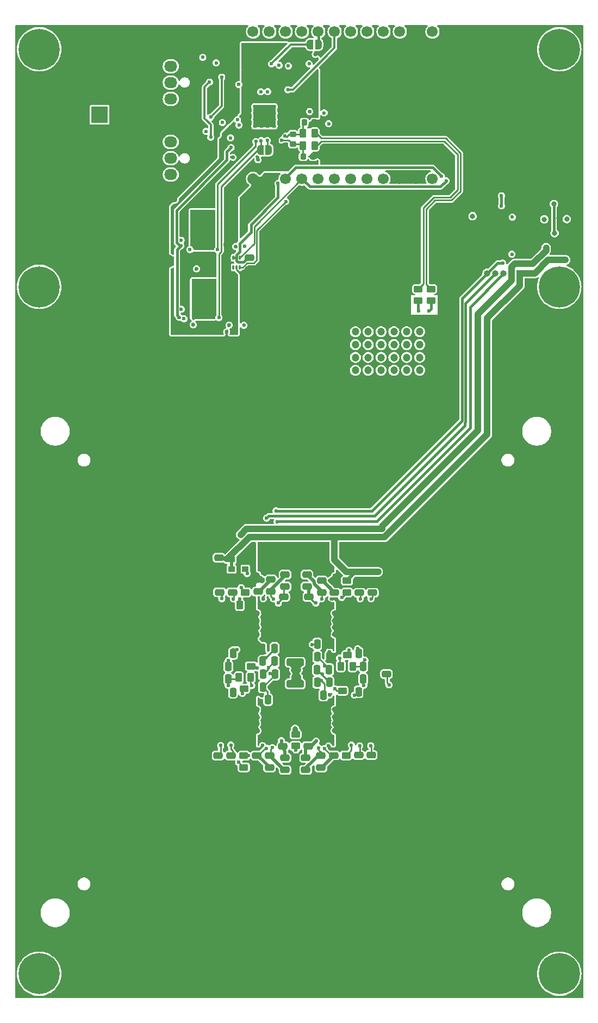
<source format=gbl>
G04 #@! TF.GenerationSoftware,KiCad,Pcbnew,8.0.1-8.0.1-1~ubuntu22.04.1*
G04 #@! TF.CreationDate,2024-08-18T12:24:04+02:00*
G04 #@! TF.ProjectId,nerdqaxe+,6e657264-7161-4786-952b-2e6b69636164,rev?*
G04 #@! TF.SameCoordinates,Original*
G04 #@! TF.FileFunction,Copper,L4,Bot*
G04 #@! TF.FilePolarity,Positive*
%FSLAX46Y46*%
G04 Gerber Fmt 4.6, Leading zero omitted, Abs format (unit mm)*
G04 Created by KiCad (PCBNEW 8.0.1-8.0.1-1~ubuntu22.04.1) date 2024-08-18 12:24:04*
%MOMM*%
%LPD*%
G01*
G04 APERTURE LIST*
G04 Aperture macros list*
%AMRoundRect*
0 Rectangle with rounded corners*
0 $1 Rounding radius*
0 $2 $3 $4 $5 $6 $7 $8 $9 X,Y pos of 4 corners*
0 Add a 4 corners polygon primitive as box body*
4,1,4,$2,$3,$4,$5,$6,$7,$8,$9,$2,$3,0*
0 Add four circle primitives for the rounded corners*
1,1,$1+$1,$2,$3*
1,1,$1+$1,$4,$5*
1,1,$1+$1,$6,$7*
1,1,$1+$1,$8,$9*
0 Add four rect primitives between the rounded corners*
20,1,$1+$1,$2,$3,$4,$5,0*
20,1,$1+$1,$4,$5,$6,$7,0*
20,1,$1+$1,$6,$7,$8,$9,0*
20,1,$1+$1,$8,$9,$2,$3,0*%
%AMFreePoly0*
4,1,19,0.500000,-0.750000,0.000000,-0.750000,0.000000,-0.744911,-0.071157,-0.744911,-0.207708,-0.704816,-0.327430,-0.627875,-0.420627,-0.520320,-0.479746,-0.390866,-0.500000,-0.250000,-0.500000,0.250000,-0.479746,0.390866,-0.420627,0.520320,-0.327430,0.627875,-0.207708,0.704816,-0.071157,0.744911,0.000000,0.744911,0.000000,0.750000,0.500000,0.750000,0.500000,-0.750000,0.500000,-0.750000,
$1*%
%AMFreePoly1*
4,1,19,0.000000,0.744911,0.071157,0.744911,0.207708,0.704816,0.327430,0.627875,0.420627,0.520320,0.479746,0.390866,0.500000,0.250000,0.500000,-0.250000,0.479746,-0.390866,0.420627,-0.520320,0.327430,-0.627875,0.207708,-0.704816,0.071157,-0.744911,0.000000,-0.744911,0.000000,-0.750000,-0.500000,-0.750000,-0.500000,0.750000,0.000000,0.750000,0.000000,0.744911,0.000000,0.744911,
$1*%
G04 Aperture macros list end*
G04 #@! TA.AperFunction,ComponentPad*
%ADD10C,0.800000*%
G04 #@! TD*
G04 #@! TA.AperFunction,ComponentPad*
%ADD11C,6.400000*%
G04 #@! TD*
G04 #@! TA.AperFunction,HeatsinkPad*
%ADD12C,0.600000*%
G04 #@! TD*
G04 #@! TA.AperFunction,HeatsinkPad*
%ADD13R,3.500000X3.500000*%
G04 #@! TD*
G04 #@! TA.AperFunction,ComponentPad*
%ADD14C,1.700000*%
G04 #@! TD*
G04 #@! TA.AperFunction,ComponentPad*
%ADD15R,1.000000X1.000000*%
G04 #@! TD*
G04 #@! TA.AperFunction,ComponentPad*
%ADD16O,1.000000X1.000000*%
G04 #@! TD*
G04 #@! TA.AperFunction,ComponentPad*
%ADD17R,2.030000X1.730000*%
G04 #@! TD*
G04 #@! TA.AperFunction,ComponentPad*
%ADD18O,2.030000X1.730000*%
G04 #@! TD*
G04 #@! TA.AperFunction,ComponentPad*
%ADD19R,2.600000X2.600000*%
G04 #@! TD*
G04 #@! TA.AperFunction,ComponentPad*
%ADD20C,2.600000*%
G04 #@! TD*
G04 #@! TA.AperFunction,SMDPad,CuDef*
%ADD21RoundRect,0.250000X-0.250000X-0.475000X0.250000X-0.475000X0.250000X0.475000X-0.250000X0.475000X0*%
G04 #@! TD*
G04 #@! TA.AperFunction,SMDPad,CuDef*
%ADD22RoundRect,0.250000X0.250000X0.475000X-0.250000X0.475000X-0.250000X-0.475000X0.250000X-0.475000X0*%
G04 #@! TD*
G04 #@! TA.AperFunction,SMDPad,CuDef*
%ADD23RoundRect,0.250000X-0.450000X0.262500X-0.450000X-0.262500X0.450000X-0.262500X0.450000X0.262500X0*%
G04 #@! TD*
G04 #@! TA.AperFunction,SMDPad,CuDef*
%ADD24RoundRect,0.250000X0.262500X0.450000X-0.262500X0.450000X-0.262500X-0.450000X0.262500X-0.450000X0*%
G04 #@! TD*
G04 #@! TA.AperFunction,SMDPad,CuDef*
%ADD25RoundRect,0.250000X0.475000X-0.250000X0.475000X0.250000X-0.475000X0.250000X-0.475000X-0.250000X0*%
G04 #@! TD*
G04 #@! TA.AperFunction,SMDPad,CuDef*
%ADD26RoundRect,0.250000X0.450000X-0.262500X0.450000X0.262500X-0.450000X0.262500X-0.450000X-0.262500X0*%
G04 #@! TD*
G04 #@! TA.AperFunction,SMDPad,CuDef*
%ADD27RoundRect,0.225000X-0.225000X-0.250000X0.225000X-0.250000X0.225000X0.250000X-0.225000X0.250000X0*%
G04 #@! TD*
G04 #@! TA.AperFunction,SMDPad,CuDef*
%ADD28RoundRect,0.250000X-0.475000X0.250000X-0.475000X-0.250000X0.475000X-0.250000X0.475000X0.250000X0*%
G04 #@! TD*
G04 #@! TA.AperFunction,SMDPad,CuDef*
%ADD29RoundRect,0.250000X-0.262500X-0.450000X0.262500X-0.450000X0.262500X0.450000X-0.262500X0.450000X0*%
G04 #@! TD*
G04 #@! TA.AperFunction,SMDPad,CuDef*
%ADD30FreePoly0,180.000000*%
G04 #@! TD*
G04 #@! TA.AperFunction,SMDPad,CuDef*
%ADD31FreePoly1,180.000000*%
G04 #@! TD*
G04 #@! TA.AperFunction,SMDPad,CuDef*
%ADD32RoundRect,0.225000X0.250000X-0.225000X0.250000X0.225000X-0.250000X0.225000X-0.250000X-0.225000X0*%
G04 #@! TD*
G04 #@! TA.AperFunction,SMDPad,CuDef*
%ADD33R,1.000000X0.900000*%
G04 #@! TD*
G04 #@! TA.AperFunction,SMDPad,CuDef*
%ADD34RoundRect,0.250000X1.100000X-0.325000X1.100000X0.325000X-1.100000X0.325000X-1.100000X-0.325000X0*%
G04 #@! TD*
G04 #@! TA.AperFunction,SMDPad,CuDef*
%ADD35RoundRect,0.225000X0.225000X0.250000X-0.225000X0.250000X-0.225000X-0.250000X0.225000X-0.250000X0*%
G04 #@! TD*
G04 #@! TA.AperFunction,SMDPad,CuDef*
%ADD36RoundRect,0.050000X0.100000X-0.285000X0.100000X0.285000X-0.100000X0.285000X-0.100000X-0.285000X0*%
G04 #@! TD*
G04 #@! TA.AperFunction,SMDPad,CuDef*
%ADD37FreePoly0,0.000000*%
G04 #@! TD*
G04 #@! TA.AperFunction,SMDPad,CuDef*
%ADD38FreePoly1,0.000000*%
G04 #@! TD*
G04 #@! TA.AperFunction,SMDPad,CuDef*
%ADD39RoundRect,0.250000X-1.100000X0.325000X-1.100000X-0.325000X1.100000X-0.325000X1.100000X0.325000X0*%
G04 #@! TD*
G04 #@! TA.AperFunction,ViaPad*
%ADD40C,0.600000*%
G04 #@! TD*
G04 #@! TA.AperFunction,ViaPad*
%ADD41C,1.200000*%
G04 #@! TD*
G04 #@! TA.AperFunction,ViaPad*
%ADD42C,0.800000*%
G04 #@! TD*
G04 #@! TA.AperFunction,Conductor*
%ADD43C,0.254000*%
G04 #@! TD*
G04 #@! TA.AperFunction,Conductor*
%ADD44C,0.508000*%
G04 #@! TD*
G04 #@! TA.AperFunction,Conductor*
%ADD45C,0.400000*%
G04 #@! TD*
G04 #@! TA.AperFunction,Conductor*
%ADD46C,1.000000*%
G04 #@! TD*
G04 #@! TA.AperFunction,Conductor*
%ADD47C,0.800000*%
G04 #@! TD*
G04 #@! TA.AperFunction,Conductor*
%ADD48C,0.350000*%
G04 #@! TD*
G04 #@! TA.AperFunction,Conductor*
%ADD49C,0.250000*%
G04 #@! TD*
G04 #@! TA.AperFunction,Conductor*
%ADD50C,0.300000*%
G04 #@! TD*
G04 APERTURE END LIST*
D10*
X52600000Y-28000000D03*
X53302944Y-26302944D03*
X53302944Y-29697056D03*
X55000000Y-25600000D03*
D11*
X55000000Y-28000000D03*
D10*
X55000000Y-30400000D03*
X56697056Y-26302944D03*
X56697056Y-29697056D03*
X57400000Y-28000000D03*
D12*
X88593750Y-39937500D03*
X89593750Y-39937500D03*
X90593750Y-39937500D03*
X91593750Y-39937500D03*
X88593750Y-38937500D03*
X89593750Y-38937500D03*
X90593750Y-38937500D03*
X91593750Y-38937500D03*
D13*
X90093750Y-38437500D03*
D12*
X88593750Y-37937500D03*
X89593750Y-37937500D03*
X90593750Y-37937500D03*
X91593750Y-37937500D03*
X88593750Y-36937500D03*
X89593750Y-36937500D03*
X90593750Y-36937500D03*
X91593750Y-36937500D03*
D14*
X88310000Y-25250000D03*
X90850000Y-25250000D03*
X93390000Y-25250000D03*
X95930000Y-25250000D03*
X98470000Y-25250000D03*
X101010000Y-25250000D03*
X103550000Y-25250000D03*
X106090000Y-25250000D03*
X108630000Y-25250000D03*
X111170000Y-25250000D03*
X113710000Y-25250000D03*
X116250000Y-25250000D03*
X116250000Y-48170000D03*
X113710000Y-48170000D03*
X111170000Y-48170000D03*
X108630000Y-48170000D03*
X106090000Y-48170000D03*
X103550000Y-48170000D03*
X101010000Y-48170000D03*
X98470000Y-48170000D03*
X95930000Y-48170000D03*
X93390000Y-48170000D03*
X90850000Y-48170000D03*
X88310000Y-48170000D03*
D15*
X129875000Y-62900000D03*
D16*
X128605000Y-62900000D03*
X127335000Y-62900000D03*
X126065000Y-62900000D03*
X124795000Y-62900000D03*
X123525000Y-62900000D03*
D17*
X75500000Y-39900000D03*
D18*
X75500000Y-42440000D03*
X75500000Y-44980000D03*
X75500000Y-47520000D03*
D10*
X133600000Y-28000000D03*
X134302944Y-26302944D03*
X134302944Y-29697056D03*
X136000000Y-25600000D03*
D11*
X136000000Y-28000000D03*
D10*
X136000000Y-30400000D03*
X137697056Y-26302944D03*
X137697056Y-29697056D03*
X138400000Y-28000000D03*
X133600000Y-172000000D03*
X134302944Y-170302944D03*
X134302944Y-173697056D03*
X136000000Y-169600000D03*
D11*
X136000000Y-172000000D03*
D10*
X136000000Y-174400000D03*
X137697056Y-170302944D03*
X137697056Y-173697056D03*
X138400000Y-172000000D03*
X52600000Y-65000000D03*
X53302944Y-63302944D03*
X53302944Y-66697056D03*
X55000000Y-62600000D03*
D11*
X55000000Y-65000000D03*
D10*
X55000000Y-67400000D03*
X56697056Y-63302944D03*
X56697056Y-66697056D03*
X57400000Y-65000000D03*
D17*
X75500000Y-28100000D03*
D18*
X75500000Y-30640000D03*
X75500000Y-33180000D03*
X75500000Y-35720000D03*
D10*
X133600000Y-65000000D03*
X134302944Y-63302944D03*
X134302944Y-66697056D03*
X136000000Y-62600000D03*
D11*
X136000000Y-65000000D03*
D10*
X136000000Y-67400000D03*
X137697056Y-63302944D03*
X137697056Y-66697056D03*
X138400000Y-65000000D03*
D19*
X64400000Y-38200000D03*
D20*
X64400000Y-32200000D03*
X59700000Y-35200000D03*
D10*
X52600000Y-172000000D03*
X53302944Y-170302944D03*
X53302944Y-173697056D03*
X55000000Y-169600000D03*
D11*
X55000000Y-172000000D03*
D10*
X55000000Y-174400000D03*
X56697056Y-170302944D03*
X56697056Y-173697056D03*
X57400000Y-172000000D03*
D21*
X90640000Y-129300000D03*
X92540000Y-129300000D03*
D22*
X106650000Y-128100000D03*
X104750000Y-128100000D03*
D23*
X88011000Y-122277500D03*
X88011000Y-124102500D03*
D24*
X97900000Y-43000000D03*
X96075000Y-43000000D03*
D25*
X101000000Y-112650000D03*
X101000000Y-110750000D03*
X96500000Y-140250000D03*
X96500000Y-138350000D03*
D26*
X103020000Y-122372500D03*
X103020000Y-120547500D03*
D27*
X96325000Y-39400000D03*
X97875000Y-39400000D03*
D28*
X93300000Y-138350000D03*
X93300000Y-140250000D03*
D22*
X91650000Y-121325000D03*
X89750000Y-121325000D03*
D23*
X102800000Y-137987500D03*
X102800000Y-139812500D03*
D28*
X104900000Y-110750000D03*
X104900000Y-112650000D03*
D23*
X86910000Y-127637500D03*
X86910000Y-129462500D03*
D24*
X87925000Y-125850000D03*
X86100000Y-125850000D03*
D22*
X90050000Y-133270000D03*
X88150000Y-133270000D03*
D28*
X88875000Y-138000000D03*
X88875000Y-139900000D03*
D25*
X83100000Y-112575000D03*
X83100000Y-110675000D03*
D29*
X101987500Y-124100000D03*
X103812500Y-124100000D03*
D21*
X105450000Y-126100000D03*
X107350000Y-126100000D03*
X99920000Y-116670000D03*
X101820000Y-116670000D03*
X99910000Y-134590000D03*
X101810000Y-134590000D03*
X99960000Y-130590000D03*
X101860000Y-130590000D03*
X99920000Y-118670000D03*
X101820000Y-118670000D03*
D22*
X84450000Y-124100000D03*
X82550000Y-124100000D03*
D28*
X92964000Y-134650000D03*
X92964000Y-136550000D03*
D25*
X100850000Y-139875000D03*
X100850000Y-137975000D03*
X104750000Y-139850000D03*
X104750000Y-137950000D03*
X109100000Y-125300000D03*
X109100000Y-123400000D03*
D22*
X91700000Y-123325000D03*
X89800000Y-123325000D03*
D23*
X86875000Y-138037500D03*
X86875000Y-139862500D03*
D21*
X83300000Y-122100000D03*
X85200000Y-122100000D03*
D25*
X98875000Y-139875000D03*
X98875000Y-137975000D03*
D21*
X83290000Y-128160000D03*
X85190000Y-128160000D03*
D22*
X91750000Y-127325000D03*
X89850000Y-127325000D03*
D28*
X87800000Y-60450000D03*
X87800000Y-62350000D03*
D23*
X94945200Y-134698100D03*
X94945200Y-136523100D03*
D28*
X93300000Y-109800000D03*
X93300000Y-111700000D03*
D21*
X98310000Y-122610000D03*
X100210000Y-122610000D03*
D22*
X90060000Y-119300000D03*
X88160000Y-119300000D03*
X90050000Y-117300000D03*
X88150000Y-117300000D03*
D23*
X116035000Y-65337500D03*
X116035000Y-67162500D03*
D25*
X96901000Y-136545400D03*
X96901000Y-134645400D03*
D28*
X83000000Y-107175000D03*
X83000000Y-109075000D03*
D30*
X90770000Y-43690000D03*
D31*
X89470000Y-43690000D03*
D25*
X106900000Y-112650000D03*
X106900000Y-110750000D03*
D32*
X94500000Y-42775000D03*
X94500000Y-41225000D03*
D21*
X98310000Y-120630000D03*
X100210000Y-120630000D03*
D23*
X87100000Y-110775000D03*
X87100000Y-112600000D03*
D28*
X91100000Y-110575000D03*
X91100000Y-112475000D03*
D21*
X97380000Y-128610000D03*
X99280000Y-128610000D03*
D23*
X102235000Y-126087500D03*
X102235000Y-127912500D03*
D25*
X98990000Y-112650000D03*
X98990000Y-110750000D03*
D33*
X84975000Y-107425000D03*
X87125000Y-107425000D03*
X87125000Y-108975000D03*
X84975000Y-108975000D03*
D21*
X99920000Y-114670000D03*
X101820000Y-114670000D03*
X99960000Y-132590000D03*
X101860000Y-132590000D03*
D22*
X106650000Y-122100000D03*
X104750000Y-122100000D03*
D24*
X86232500Y-114570000D03*
X84407500Y-114570000D03*
X97900000Y-41100000D03*
X96075000Y-41100000D03*
D34*
X94900000Y-129775000D03*
X94900000Y-126825000D03*
D26*
X102930000Y-112612500D03*
X102930000Y-110787500D03*
D25*
X84875000Y-139900000D03*
X84875000Y-138000000D03*
D28*
X82875000Y-138000000D03*
X82875000Y-139900000D03*
D35*
X97675000Y-44700000D03*
X96125000Y-44700000D03*
D23*
X114035000Y-65337500D03*
X114035000Y-67162500D03*
D22*
X91750000Y-125325000D03*
X89850000Y-125325000D03*
D36*
X86250000Y-61960000D03*
X85750000Y-61960000D03*
X85250000Y-61960000D03*
X85250000Y-60480000D03*
X85750000Y-60480000D03*
X86250000Y-60480000D03*
D37*
X97200000Y-27250000D03*
D38*
X98500000Y-27250000D03*
D22*
X90050000Y-131270000D03*
X88150000Y-131270000D03*
D39*
X94900000Y-120525000D03*
X94900000Y-123475000D03*
D22*
X90060000Y-135260000D03*
X88160000Y-135260000D03*
X90040000Y-115300000D03*
X88140000Y-115300000D03*
D28*
X106725000Y-137950000D03*
X106725000Y-139850000D03*
X89100000Y-110575000D03*
X89100000Y-112475000D03*
X90875000Y-138000000D03*
X90875000Y-139900000D03*
D21*
X98310000Y-126610000D03*
X100210000Y-126610000D03*
D25*
X97000000Y-115200000D03*
X97000000Y-113300000D03*
D28*
X85100000Y-110675000D03*
X85100000Y-112575000D03*
D21*
X105450000Y-124100000D03*
X107350000Y-124100000D03*
D28*
X93100000Y-113300000D03*
X93100000Y-115200000D03*
D25*
X96700000Y-111700000D03*
X96700000Y-109800000D03*
D21*
X98260000Y-124610000D03*
X100160000Y-124610000D03*
D22*
X84450000Y-126100000D03*
X82550000Y-126100000D03*
D40*
X55700000Y-52900000D03*
X83000000Y-109900000D03*
X87820600Y-107496163D03*
D41*
X94000000Y-78000000D03*
D42*
X85150000Y-130830000D03*
X72215429Y-51417218D03*
X102910000Y-132010000D03*
X86100000Y-115850000D03*
X102900000Y-60200000D03*
X80600000Y-68100000D03*
D40*
X79100000Y-68100000D03*
D42*
X103900000Y-133000000D03*
X118475000Y-68000000D03*
D40*
X84225000Y-139900000D03*
D42*
X84200000Y-134150000D03*
D40*
X103800000Y-139812500D03*
D42*
X101960000Y-115850000D03*
X74215429Y-50417218D03*
D40*
X100800000Y-140825000D03*
D42*
X118475000Y-64000000D03*
X99900000Y-61200000D03*
X73215429Y-50417218D03*
X118475000Y-62000000D03*
D40*
X57100000Y-52700000D03*
D42*
X101010000Y-119150000D03*
X98900000Y-69900000D03*
X103900000Y-50500000D03*
X102900000Y-115850000D03*
D40*
X82050000Y-58700000D03*
X100545983Y-113601454D03*
D42*
X88040000Y-117000000D03*
D41*
X92000000Y-76000000D03*
X98000000Y-74000000D03*
D42*
X71600000Y-70900000D03*
X74400000Y-59500000D03*
X138800000Y-53000000D03*
X88990000Y-118000000D03*
X118475000Y-55000000D03*
X56250000Y-42250000D03*
D40*
X58500000Y-51300000D03*
X94500000Y-124700000D03*
D42*
X101010000Y-117000000D03*
D40*
X82898499Y-111430450D03*
D42*
X99900000Y-68900000D03*
X101010000Y-132000000D03*
X135926315Y-54256089D03*
X98900000Y-61200000D03*
X117475000Y-69000000D03*
D40*
X89800000Y-136447400D03*
D42*
X105810000Y-117010000D03*
X118475000Y-59000000D03*
X117475000Y-61000000D03*
D40*
X84575000Y-70950000D03*
D42*
X85160000Y-119150000D03*
X87100000Y-134150000D03*
D40*
X100240000Y-128550000D03*
D42*
X101010000Y-115850000D03*
D40*
X108493168Y-126340990D03*
D42*
X84200000Y-115840000D03*
X57600000Y-59500000D03*
X102900000Y-50500000D03*
D41*
X90000000Y-78000000D03*
D42*
X117475000Y-58000000D03*
X132462854Y-59111393D03*
X117475000Y-54000000D03*
D40*
X79110000Y-65600000D03*
D42*
X86090000Y-119150000D03*
X103900000Y-60200000D03*
X75215429Y-50417218D03*
X56600000Y-59500000D03*
X88990000Y-115850000D03*
X117475000Y-59000000D03*
D40*
X82050000Y-69400000D03*
D42*
X63600000Y-70850000D03*
X118475000Y-60000000D03*
X66600000Y-70850000D03*
X62600000Y-70850000D03*
X98900000Y-60200000D03*
X87100000Y-119150000D03*
X88990000Y-117000000D03*
D40*
X98000000Y-28800000D03*
D42*
X66600000Y-69850000D03*
X70600000Y-70900000D03*
X88070000Y-134140000D03*
D40*
X129820000Y-56820000D03*
D42*
X73215429Y-51417218D03*
X104860000Y-119150000D03*
X74400000Y-60500000D03*
D41*
X90000000Y-74000000D03*
D42*
X117475000Y-68000000D03*
D40*
X124100000Y-55100000D03*
D41*
X100000000Y-72000000D03*
D42*
X102900000Y-133000000D03*
X80600000Y-66900000D03*
X104850000Y-132000000D03*
D40*
X82050000Y-65600000D03*
D42*
X72600000Y-70900000D03*
X102910000Y-117010000D03*
D40*
X82050000Y-53600000D03*
D42*
X87090000Y-117990000D03*
X65600000Y-69850000D03*
X88050000Y-117990000D03*
D40*
X82050000Y-68100000D03*
X97143750Y-37700000D03*
D42*
X103900000Y-119150000D03*
X84210000Y-132000000D03*
X88060000Y-132980000D03*
D40*
X83000000Y-38700000D03*
X107900000Y-127100000D03*
D42*
X86100000Y-132000000D03*
X117475000Y-66000000D03*
X87100000Y-117000000D03*
X86100000Y-117000000D03*
D40*
X57100000Y-53400000D03*
D42*
X101010000Y-134150000D03*
X99900000Y-50500000D03*
D40*
X89684695Y-128684695D03*
D42*
X100900000Y-60200000D03*
X101950000Y-132000000D03*
X104860000Y-115850000D03*
X118475000Y-58000000D03*
X56250000Y-40250000D03*
X74400000Y-61500000D03*
X102900000Y-130850000D03*
D40*
X79100000Y-56150000D03*
D42*
X56600000Y-60500000D03*
X103910000Y-115850000D03*
X103910000Y-132000000D03*
X98900000Y-51500000D03*
X85140000Y-117000000D03*
D40*
X82050000Y-66900000D03*
X98500000Y-39400000D03*
D42*
X69200000Y-51400000D03*
D40*
X85200000Y-44812500D03*
D42*
X101010000Y-130850000D03*
X75400000Y-60500000D03*
D41*
X94000000Y-72000000D03*
D40*
X79221636Y-69369591D03*
D41*
X96000000Y-78000000D03*
D40*
X101000000Y-110000000D03*
D42*
X99900000Y-60200000D03*
X101900000Y-50500000D03*
X101900000Y-60200000D03*
D40*
X89175000Y-140700000D03*
X79100000Y-54900000D03*
D42*
X73600000Y-69900000D03*
X84200000Y-119150000D03*
D40*
X79100000Y-57441634D03*
D42*
X64600000Y-69850000D03*
X117475000Y-57000000D03*
X80600000Y-54900000D03*
X105900000Y-60200000D03*
D40*
X106863165Y-123520505D03*
D42*
X98900000Y-59200000D03*
D40*
X79110000Y-64300000D03*
D42*
X99900000Y-69900000D03*
X132550000Y-54290000D03*
X118475000Y-69000000D03*
X87090000Y-115840000D03*
X105900000Y-50500000D03*
D41*
X100000000Y-76000000D03*
D42*
X76100000Y-51400000D03*
X102900000Y-118000000D03*
X85140000Y-115840000D03*
D40*
X79500000Y-62200000D03*
D42*
X73600000Y-70900000D03*
X88990000Y-133000000D03*
X69600000Y-69900000D03*
D40*
X54300000Y-52900000D03*
D42*
X104900000Y-50500000D03*
D40*
X89750000Y-121325000D03*
D41*
X96000000Y-76000000D03*
D42*
X56250000Y-41250000D03*
X102910000Y-119160000D03*
X69600000Y-70900000D03*
X101960000Y-116980000D03*
X64600000Y-70850000D03*
X117475000Y-56000000D03*
D41*
X94000000Y-74000000D03*
D40*
X82050000Y-57400000D03*
D42*
X70200000Y-51400000D03*
X103900000Y-134150000D03*
D41*
X98000000Y-76000000D03*
D42*
X104860000Y-116980000D03*
D40*
X98400000Y-44700000D03*
D42*
X117475000Y-65000000D03*
X88040000Y-115840000D03*
X103910000Y-117000000D03*
X101010000Y-118000000D03*
D40*
X102235000Y-125476000D03*
X82050000Y-64300000D03*
D42*
X101010000Y-133000000D03*
X101960000Y-119150000D03*
X88990000Y-130850000D03*
X102910000Y-134160000D03*
X94869000Y-133858000D03*
D40*
X58500000Y-50600000D03*
D42*
X84200000Y-130840000D03*
X85150000Y-131990000D03*
X80600000Y-64300000D03*
X103900000Y-118000000D03*
X76114387Y-50375480D03*
D40*
X107350000Y-125100000D03*
D42*
X80600000Y-58700000D03*
X67600000Y-70850000D03*
X87090000Y-132990000D03*
X100900000Y-69900000D03*
D40*
X85987500Y-31200000D03*
X100068000Y-136525480D03*
X83277592Y-126827592D03*
D42*
X101900000Y-69900000D03*
X86090000Y-134150000D03*
D40*
X57100000Y-52000000D03*
D42*
X104870000Y-134150000D03*
X118475000Y-57000000D03*
D41*
X96000000Y-74000000D03*
X96000000Y-72000000D03*
D42*
X105810000Y-132010000D03*
X56600000Y-61500000D03*
X72215429Y-50417218D03*
D41*
X92000000Y-74000000D03*
D42*
X68600000Y-69850000D03*
D40*
X94591609Y-125669812D03*
D42*
X80600000Y-53600000D03*
D40*
X79100000Y-53600000D03*
X82237500Y-37050000D03*
D42*
X98900000Y-68900000D03*
X118475000Y-56000000D03*
X85170000Y-134140000D03*
X88990000Y-132000000D03*
X80600000Y-56200000D03*
X105790000Y-133000000D03*
D41*
X100000000Y-74000000D03*
D40*
X89100000Y-45212500D03*
D42*
X87100000Y-132000000D03*
X101960000Y-132990000D03*
X104860000Y-118000000D03*
X118475000Y-61000000D03*
X74215429Y-51417218D03*
X63600000Y-69850000D03*
D40*
X97143750Y-40000000D03*
X58500000Y-49900000D03*
D42*
X104900000Y-60200000D03*
X117475000Y-60000000D03*
D40*
X89028000Y-109815430D03*
D42*
X71600000Y-69900000D03*
X80600000Y-69400000D03*
D40*
X53762500Y-54468750D03*
D42*
X105800000Y-115850000D03*
X80600000Y-65600000D03*
X72600000Y-69900000D03*
D40*
X89900000Y-113600000D03*
D42*
X88990000Y-119150000D03*
D41*
X94000000Y-76000000D03*
D40*
X85628248Y-58728248D03*
D42*
X88990000Y-134150000D03*
X99900000Y-59200000D03*
X104850000Y-130840000D03*
X104860000Y-132990000D03*
X75215429Y-51417218D03*
X102900000Y-69900000D03*
X84190000Y-117990000D03*
D40*
X82550000Y-122850000D03*
X89600000Y-26400000D03*
X126000000Y-55100000D03*
D42*
X86090000Y-118000000D03*
X84210000Y-117000000D03*
X118475000Y-67000000D03*
D40*
X55000000Y-52900000D03*
D42*
X103900000Y-69900000D03*
X68200000Y-51400000D03*
D41*
X100000000Y-78000000D03*
D40*
X100200120Y-121807400D03*
X82550000Y-125050000D03*
D42*
X117475000Y-63000000D03*
X71215429Y-51417218D03*
D41*
X98000000Y-78000000D03*
D42*
X118475000Y-54000000D03*
X86100000Y-130850000D03*
D40*
X115735000Y-68737500D03*
X80187500Y-40700000D03*
X82887500Y-41375000D03*
D42*
X65600000Y-70850000D03*
D40*
X106109038Y-110879281D03*
X95500000Y-124700000D03*
D42*
X105790000Y-118000000D03*
X135900000Y-59200000D03*
D40*
X82050000Y-56200000D03*
D42*
X86090000Y-133000000D03*
X57600000Y-60500000D03*
X118475000Y-63000000D03*
X117475000Y-64000000D03*
D41*
X90000000Y-76000000D03*
D42*
X68600000Y-70850000D03*
X104900000Y-69900000D03*
X101950000Y-130840000D03*
X103910000Y-130850000D03*
X101960000Y-118000000D03*
D40*
X109300000Y-122399998D03*
D42*
X57600000Y-61500000D03*
X117475000Y-67000000D03*
X105800000Y-134160000D03*
X117475000Y-62000000D03*
D40*
X85787500Y-32575000D03*
X105750000Y-139850000D03*
D42*
X98900000Y-50500000D03*
X118475000Y-65000000D03*
X85150000Y-117990000D03*
X88060000Y-119150000D03*
X117475000Y-55000000D03*
X105900000Y-69900000D03*
D41*
X92000000Y-72000000D03*
D42*
X70600000Y-69900000D03*
X71215429Y-50417218D03*
X84190000Y-132990000D03*
D41*
X92000000Y-78000000D03*
D42*
X62600000Y-69850000D03*
D40*
X79147971Y-58660983D03*
D42*
X118475000Y-66000000D03*
X101970000Y-134150000D03*
D40*
X84200000Y-72000000D03*
D42*
X105800000Y-130850000D03*
D40*
X95500000Y-125700000D03*
D41*
X98000000Y-72000000D03*
D42*
X88050000Y-130830000D03*
X80600000Y-57400000D03*
X100900000Y-50500000D03*
X88050000Y-131990000D03*
X85160000Y-132980000D03*
D40*
X79000000Y-70900000D03*
D41*
X90000000Y-72000000D03*
D42*
X87090000Y-130840000D03*
D40*
X82050000Y-54900000D03*
D42*
X67600000Y-69850000D03*
X75400000Y-61500000D03*
X99900000Y-51500000D03*
X105800000Y-119160000D03*
D40*
X79110000Y-66850000D03*
X128640000Y-59920000D03*
X83447586Y-113566726D03*
X107800000Y-109400000D03*
X86075000Y-139050000D03*
X105747744Y-123147606D03*
X105577063Y-127068184D03*
X84200000Y-107400000D03*
X106649948Y-136500000D03*
X83270000Y-136430000D03*
D42*
X136989404Y-60819178D03*
D40*
X84430792Y-127060158D03*
X106699988Y-113600006D03*
X84462168Y-123211447D03*
D42*
X98700000Y-130850000D03*
X99850000Y-115850000D03*
X98700000Y-118000000D03*
X98700000Y-115850000D03*
X91300000Y-115850000D03*
D41*
X114250000Y-76000000D03*
D42*
X99850000Y-132000000D03*
X90150000Y-132000000D03*
D41*
X108250000Y-78000000D03*
D40*
X114135000Y-68737500D03*
D41*
X108250000Y-74000000D03*
D42*
X91300000Y-117000000D03*
D41*
X112250000Y-72000000D03*
D40*
X92822409Y-127742409D03*
D42*
X91300000Y-132000000D03*
X90150000Y-115850000D03*
D41*
X110250000Y-74000000D03*
X108250000Y-72000000D03*
D42*
X99850000Y-118000000D03*
X99850000Y-119150000D03*
D41*
X104250000Y-74000000D03*
D42*
X99850000Y-133000000D03*
X90150000Y-119150000D03*
D41*
X112250000Y-78000000D03*
X104250000Y-72000000D03*
X106250000Y-72000000D03*
D40*
X97810000Y-129580000D03*
D42*
X98700000Y-133000000D03*
D41*
X114250000Y-78000000D03*
X106250000Y-76000000D03*
D42*
X90150000Y-133000000D03*
D41*
X108250000Y-76000000D03*
X106250000Y-74000000D03*
D42*
X99850000Y-134150000D03*
X98700000Y-119150000D03*
D40*
X93000000Y-130200000D03*
D41*
X110250000Y-76000000D03*
D42*
X91300000Y-133000000D03*
X91300000Y-119150000D03*
X90150000Y-130850000D03*
X90150000Y-117000000D03*
X99850000Y-117000000D03*
X99850000Y-130850000D03*
X91300000Y-130850000D03*
X91300000Y-134150000D03*
D41*
X114250000Y-72000000D03*
X112250000Y-74000000D03*
X104250000Y-76000000D03*
D42*
X90150000Y-118000000D03*
X91300000Y-118000000D03*
D41*
X106250000Y-78000000D03*
X112250000Y-76000000D03*
D42*
X98700000Y-132000000D03*
D41*
X114250000Y-74000000D03*
X110250000Y-78000000D03*
X110250000Y-72000000D03*
D42*
X90150000Y-134150000D03*
D41*
X104250000Y-78000000D03*
D42*
X98700000Y-117000000D03*
X98700000Y-134150000D03*
D40*
X83541626Y-39400000D03*
X97050000Y-30250000D03*
X87000000Y-58700000D03*
X86900000Y-71000000D03*
X105000000Y-113600000D03*
X85232223Y-113600000D03*
X108400000Y-102700000D03*
X104100000Y-128600000D03*
X85300000Y-128600000D03*
X86400000Y-103599986D03*
X104607970Y-121364968D03*
X84849875Y-136380125D03*
X104918635Y-136500311D03*
D42*
X133956879Y-58902402D03*
D40*
X85800000Y-121500000D03*
X127200000Y-61300000D03*
X91900000Y-99900000D03*
X90423000Y-101021312D03*
X92054506Y-101585608D03*
X87400000Y-109660600D03*
X86471349Y-111842772D03*
X80487500Y-29237500D03*
X92380000Y-30500000D03*
X86087500Y-33475000D03*
X93810000Y-30590000D03*
X82562500Y-30125000D03*
D42*
X133676315Y-54500000D03*
D40*
X109500003Y-126999997D03*
X90543410Y-42205027D03*
D42*
X137176315Y-54456089D03*
D40*
X92200000Y-48900000D03*
X80987500Y-40800000D03*
D42*
X122500000Y-54000000D03*
D40*
X128690000Y-54130000D03*
X127000006Y-50800000D03*
X127000006Y-52400000D03*
X100100000Y-39600000D03*
X89522266Y-34623103D03*
X118400000Y-48500000D03*
X93400000Y-51700000D03*
X99380331Y-37919669D03*
X117649997Y-47800000D03*
X90593750Y-34600000D03*
X83981422Y-58462500D03*
X84020000Y-69416511D03*
X91882487Y-45488737D03*
X84800000Y-40100000D03*
X97000000Y-45600000D03*
X94600000Y-39975000D03*
X77075469Y-58604563D03*
X76789407Y-69732910D03*
X84900000Y-43300000D03*
X78488548Y-59197327D03*
X86120396Y-39809098D03*
X82800000Y-59200000D03*
X88743026Y-42358326D03*
X89582732Y-42226419D03*
X83000000Y-69800000D03*
X85880331Y-38980331D03*
X77560000Y-69967869D03*
X93745750Y-34300000D03*
X77130000Y-68490000D03*
X84800000Y-41800000D03*
X77102156Y-57754980D03*
X91175000Y-30275000D03*
D42*
X135176315Y-52100000D03*
X135267980Y-56636190D03*
D40*
X83437500Y-32350000D03*
X81737500Y-38550000D03*
X81537500Y-33100000D03*
X81737500Y-41700000D03*
X92246326Y-114243141D03*
X98160468Y-135755085D03*
X91500000Y-113600000D03*
X98500000Y-136800000D03*
X90369998Y-111380002D03*
X99415952Y-136945287D03*
X90277581Y-122761718D03*
X99490000Y-124051790D03*
X90694079Y-124281802D03*
X99148638Y-125336741D03*
X90985412Y-125188552D03*
X97540000Y-120710000D03*
X98960000Y-126354882D03*
X100310000Y-111880000D03*
X98990229Y-113600000D03*
X98100000Y-114250000D03*
X88114200Y-127097508D03*
X101779550Y-122833698D03*
X102118241Y-113394259D03*
X87598100Y-138018336D03*
X90432992Y-136877400D03*
X91313000Y-136779000D03*
X92740000Y-135701900D03*
X86650000Y-128340000D03*
X86225000Y-113600000D03*
X101075059Y-127614056D03*
X103251797Y-121612400D03*
X94996000Y-137160000D03*
X88961194Y-124352020D03*
X103630000Y-136370000D03*
X92732487Y-42146400D03*
X93295842Y-41509898D03*
D43*
X100240000Y-122593690D02*
X100233001Y-122586691D01*
D44*
X89100000Y-109887430D02*
X89028000Y-109815430D01*
X88950000Y-110725000D02*
X87100000Y-110725000D01*
X106900000Y-110750000D02*
X104900000Y-110750000D01*
X106863165Y-123613165D02*
X106863165Y-123520505D01*
X106650000Y-128100000D02*
X107650000Y-127100000D01*
D43*
X102235000Y-126087500D02*
X102235000Y-125476000D01*
D45*
X97675000Y-44700000D02*
X98400000Y-44700000D01*
D43*
X84412500Y-114912500D02*
X85830000Y-115790000D01*
D44*
X89100000Y-110750000D02*
X89100000Y-109887430D01*
X89100000Y-110575000D02*
X88950000Y-110725000D01*
X107350000Y-124100000D02*
X107350000Y-126100000D01*
D43*
X103020000Y-119480000D02*
X103500000Y-119000000D01*
X109200000Y-123350000D02*
X109200000Y-122500000D01*
D44*
X82550000Y-126100000D02*
X83277592Y-126827592D01*
D43*
X86183158Y-62754000D02*
X87346000Y-62754000D01*
X84412500Y-114650000D02*
X84412500Y-114912500D01*
X109300000Y-122400000D02*
X109300000Y-122399998D01*
D45*
X116035000Y-67162500D02*
X116035000Y-68437500D01*
D44*
X107350000Y-124100000D02*
X106863165Y-123613165D01*
X83350000Y-126900000D02*
X83277592Y-126827592D01*
X89075000Y-139900000D02*
X89075000Y-140600000D01*
D45*
X89750000Y-121325000D02*
X89750000Y-121000000D01*
D43*
X100900000Y-140725000D02*
X100800000Y-140825000D01*
D44*
X82550000Y-124100000D02*
X82550000Y-122850000D01*
X87125000Y-107500000D02*
X87816763Y-107500000D01*
X89075000Y-140600000D02*
X89175000Y-140700000D01*
X83000000Y-109300000D02*
X83000000Y-110750000D01*
X82550000Y-122850000D02*
X83300000Y-122100000D01*
X85150000Y-110725000D02*
X85100000Y-110675000D01*
D43*
X94945200Y-133934200D02*
X94869000Y-133858000D01*
X87346000Y-62754000D02*
X87793000Y-62307000D01*
D44*
X83000000Y-110750000D02*
X83200000Y-110950000D01*
D43*
X86910000Y-129462500D02*
X86910000Y-130590000D01*
D45*
X89750000Y-121000000D02*
X88050000Y-119300000D01*
D44*
X87816763Y-107500000D02*
X87820600Y-107496163D01*
X101000000Y-110750000D02*
X101000000Y-110000000D01*
X107350000Y-126100000D02*
X107900000Y-126650000D01*
X82550000Y-126100000D02*
X82550000Y-124100000D01*
D43*
X102800000Y-139812500D02*
X104712500Y-139812500D01*
X103020000Y-120547500D02*
X103020000Y-119480000D01*
X85750000Y-62320842D02*
X86183158Y-62754000D01*
X104712500Y-139812500D02*
X104750000Y-139850000D01*
X89750000Y-121774380D02*
X89744931Y-121769311D01*
D44*
X106650000Y-122100000D02*
X106650000Y-123307340D01*
X83175000Y-139900000D02*
X85175000Y-139900000D01*
X83350000Y-128100000D02*
X83350000Y-126900000D01*
X85300000Y-110950000D02*
X83200000Y-110950000D01*
X107900000Y-126650000D02*
X107900000Y-127100000D01*
D43*
X109200000Y-122500000D02*
X109300000Y-122400000D01*
D45*
X97875000Y-39400000D02*
X98500000Y-39400000D01*
D43*
X100900000Y-139875000D02*
X100900000Y-140725000D01*
D44*
X107650000Y-127100000D02*
X107900000Y-127100000D01*
D43*
X86910000Y-130590000D02*
X86500000Y-131000000D01*
D45*
X116035000Y-68437500D02*
X115735000Y-68737500D01*
D43*
X94945200Y-134698100D02*
X94945200Y-133934200D01*
D44*
X106650000Y-123307340D02*
X106863165Y-123520505D01*
X104700000Y-139850000D02*
X106700000Y-139850000D01*
D46*
X134274980Y-60819178D02*
X132194158Y-62900000D01*
X101000000Y-104000000D02*
X87729740Y-104000000D01*
X129875000Y-62900000D02*
X129875000Y-64825000D01*
D43*
X83175000Y-138000000D02*
X83245000Y-137930000D01*
X105450000Y-126941121D02*
X105577063Y-127068184D01*
D46*
X132194158Y-62900000D02*
X129875000Y-62900000D01*
D43*
X83447586Y-113097586D02*
X83447586Y-113566726D01*
X84450000Y-124100000D02*
X84450000Y-123223615D01*
X84450000Y-127040950D02*
X84430792Y-127060158D01*
D46*
X101000000Y-104000000D02*
X101000000Y-107523193D01*
X124800000Y-69900000D02*
X129875000Y-64825000D01*
X87729740Y-104000000D02*
X84329740Y-107400000D01*
D44*
X84875000Y-107400000D02*
X84975000Y-107500000D01*
D46*
X101000000Y-107523193D02*
X102876807Y-109400000D01*
D43*
X83245000Y-137930000D02*
X83245000Y-136980000D01*
D45*
X128640000Y-59900000D02*
X128640000Y-59920000D01*
D46*
X124800000Y-88000000D02*
X124800000Y-69900000D01*
D43*
X86100000Y-126100000D02*
X84450000Y-126100000D01*
D46*
X101000000Y-104000000D02*
X108800000Y-104000000D01*
D43*
X105450000Y-123445350D02*
X105747744Y-123147606D01*
X83270000Y-136430000D02*
X83270000Y-136955000D01*
X106900000Y-112650000D02*
X106900000Y-113399994D01*
X103812500Y-124100000D02*
X105450000Y-124100000D01*
D44*
X84975000Y-109050000D02*
X84975000Y-107500000D01*
D43*
X105450000Y-126100000D02*
X105450000Y-126941121D01*
X83200000Y-112850000D02*
X83447586Y-113097586D01*
X106700000Y-136550052D02*
X106649948Y-136500000D01*
X84450000Y-126100000D02*
X84450000Y-127040950D01*
X106900000Y-113399994D02*
X106699988Y-113600006D01*
X105450000Y-124100000D02*
X105450000Y-123445350D01*
D44*
X102900000Y-110787500D02*
X104287500Y-109400000D01*
D46*
X136989404Y-60819178D02*
X134274980Y-60819178D01*
D43*
X86875000Y-139850000D02*
X86075000Y-139050000D01*
D44*
X83000000Y-107400000D02*
X84875000Y-107400000D01*
D43*
X84450000Y-123223615D02*
X84462168Y-123211447D01*
D46*
X84329740Y-107400000D02*
X84200000Y-107400000D01*
X102876807Y-109400000D02*
X104287500Y-109400000D01*
D43*
X106700000Y-137950000D02*
X106700000Y-136550052D01*
D46*
X108800000Y-104000000D02*
X124800000Y-88000000D01*
D43*
X83270000Y-136955000D02*
X83245000Y-136980000D01*
X86875000Y-139862500D02*
X86875000Y-139850000D01*
D46*
X104287500Y-109400000D02*
X107800000Y-109400000D01*
D43*
X92500000Y-129700000D02*
X93000000Y-130200000D01*
X100210000Y-120630000D02*
X100210000Y-119710000D01*
X100210000Y-119710000D02*
X99500000Y-119000000D01*
X92820000Y-127740000D02*
X92822409Y-127742409D01*
X92165000Y-127740000D02*
X92820000Y-127740000D01*
X91750000Y-127325000D02*
X92165000Y-127740000D01*
X97810000Y-129020000D02*
X97400000Y-128610000D01*
X92500000Y-129400000D02*
X92500000Y-129700000D01*
X90600000Y-130670000D02*
X90000000Y-131270000D01*
D45*
X114035000Y-68637500D02*
X114135000Y-68737500D01*
X114035000Y-67162500D02*
X114035000Y-68637500D01*
D43*
X97810000Y-129580000D02*
X97810000Y-129020000D01*
D46*
X123300000Y-69246315D02*
X123353685Y-69246315D01*
D43*
X105000000Y-113600000D02*
X105000000Y-112750000D01*
D46*
X128605000Y-63995000D02*
X128605000Y-62900000D01*
D43*
X85200000Y-121345430D02*
X85178448Y-121323878D01*
D46*
X133956879Y-58902402D02*
X133956879Y-59343121D01*
X86400000Y-103599986D02*
X87299986Y-102700000D01*
D43*
X85175000Y-137280250D02*
X84824875Y-136930125D01*
D46*
X133956879Y-59343121D02*
X131900000Y-61400000D01*
D43*
X85200000Y-122100000D02*
X85200000Y-121345430D01*
X104700000Y-137950000D02*
X104918635Y-137731365D01*
X85300000Y-113700000D02*
X85232223Y-113767777D01*
X104918635Y-137731365D02*
X104918635Y-136500311D01*
D46*
X123300000Y-87400000D02*
X123300000Y-69246315D01*
D43*
X104750000Y-127800000D02*
X104750000Y-127950000D01*
X85175000Y-138000000D02*
X85175000Y-137280250D01*
D46*
X108400000Y-102300000D02*
X123300000Y-87400000D01*
D43*
X105000000Y-112750000D02*
X104900000Y-112650000D01*
D46*
X128605000Y-61865200D02*
X128605000Y-62900000D01*
X123353685Y-69246315D02*
X128605000Y-63995000D01*
X87299986Y-102700000D02*
X108400000Y-102700000D01*
D43*
X85300000Y-112850000D02*
X85300000Y-113700000D01*
X84849875Y-136905125D02*
X84824875Y-136930125D01*
X85250000Y-128100000D02*
X85250000Y-128550000D01*
X104750000Y-127950000D02*
X104100000Y-128600000D01*
X84849875Y-136380125D02*
X84849875Y-136905125D01*
D46*
X108400000Y-102700000D02*
X108400000Y-102300000D01*
X129070200Y-61400000D02*
X128605000Y-61865200D01*
D43*
X85250000Y-128550000D02*
X85300000Y-128600000D01*
X104750000Y-121506998D02*
X104607970Y-121364968D01*
X104750000Y-122400000D02*
X104750000Y-121506998D01*
D46*
X131900000Y-61400000D02*
X129070200Y-61400000D01*
D45*
X120867400Y-85824076D02*
X106791476Y-99900000D01*
X106791476Y-99900000D02*
X91900000Y-99900000D01*
X124795000Y-62900000D02*
X126395000Y-61300000D01*
X120867400Y-66827600D02*
X120867400Y-85824076D01*
X126395000Y-61300000D02*
X127200000Y-61300000D01*
X124795000Y-62900000D02*
X120867400Y-66827600D01*
X121300000Y-86172688D02*
X121300000Y-86600000D01*
X121419800Y-67545200D02*
X121419800Y-86052888D01*
X107200000Y-100700000D02*
X90744312Y-100700000D01*
X90744312Y-100700000D02*
X90423000Y-101021312D01*
X121300000Y-86600000D02*
X107200000Y-100700000D01*
X121419800Y-86052888D02*
X121300000Y-86172688D01*
X126065000Y-62900000D02*
X121419800Y-67545200D01*
X122100000Y-87000000D02*
X107600000Y-101500000D01*
X92140114Y-101500000D02*
X92054506Y-101585608D01*
X122100000Y-68135000D02*
X122100000Y-87000000D01*
X127335000Y-62900000D02*
X122100000Y-68135000D01*
X107600000Y-101500000D02*
X92140114Y-101500000D01*
D43*
X87400000Y-109660600D02*
X87400000Y-109325000D01*
X87400000Y-109325000D02*
X87125000Y-109050000D01*
X87100000Y-112550000D02*
X86471349Y-111921349D01*
X87100000Y-112725000D02*
X87100000Y-112611410D01*
X86471349Y-111921349D02*
X86471349Y-111842772D01*
X109200000Y-126699994D02*
X109500003Y-126999997D01*
D45*
X85750000Y-60027928D02*
X85750000Y-60480000D01*
X92200000Y-48900000D02*
X92200000Y-51100000D01*
D43*
X90543410Y-43463410D02*
X90770000Y-43690000D01*
D45*
X87548202Y-60450000D02*
X87800000Y-60450000D01*
D43*
X90543410Y-42205027D02*
X90543410Y-43463410D01*
X109200000Y-125250000D02*
X109200000Y-126699994D01*
D45*
X86833202Y-61165000D02*
X87548202Y-60450000D01*
X86277928Y-58222072D02*
X86277928Y-59500000D01*
X86277928Y-59500000D02*
X85750000Y-60027928D01*
X85750000Y-60480000D02*
X85750000Y-60932072D01*
X85750000Y-60932072D02*
X85982928Y-61165000D01*
X85250000Y-60480000D02*
X85750000Y-60480000D01*
X85982928Y-61165000D02*
X86833202Y-61165000D01*
X88000000Y-55300000D02*
X88000000Y-56500000D01*
X92200000Y-51100000D02*
X88000000Y-55300000D01*
X88000000Y-56500000D02*
X86277928Y-58222072D01*
X127000006Y-50800000D02*
X127000006Y-52400000D01*
X118400000Y-48500000D02*
X117500000Y-49400000D01*
D43*
X88496000Y-58234000D02*
X88496000Y-55604000D01*
D45*
X97160000Y-49400000D02*
X95930000Y-48170000D01*
X117500000Y-49400000D02*
X97160000Y-49400000D01*
D43*
X88496000Y-55604000D02*
X95930000Y-48170000D01*
X86250000Y-60480000D02*
X88496000Y-58234000D01*
D45*
X98450000Y-25270000D02*
X98470000Y-25250000D01*
X98500000Y-25280000D02*
X98470000Y-25250000D01*
X98500000Y-27250000D02*
X98500000Y-25280000D01*
D43*
X87372782Y-61300000D02*
X88427218Y-61300000D01*
D45*
X116269997Y-46420000D02*
X117649997Y-47800000D01*
D43*
X86250000Y-61960000D02*
X86712782Y-61960000D01*
D45*
X94980000Y-46420000D02*
X116269997Y-46420000D01*
D43*
X88900000Y-56200000D02*
X93400000Y-51700000D01*
X88427218Y-61300000D02*
X88900000Y-60827218D01*
D45*
X93390000Y-48010000D02*
X94980000Y-46420000D01*
D43*
X86712782Y-61960000D02*
X87372782Y-61300000D01*
X88900000Y-60827218D02*
X88900000Y-56200000D01*
D45*
X93390000Y-48170000D02*
X93390000Y-48010000D01*
D47*
X87855285Y-46500000D02*
X90871224Y-46500000D01*
D46*
X84579400Y-59422838D02*
X84579400Y-58436564D01*
D47*
X90871224Y-46500000D02*
X91882487Y-45488737D01*
X84579400Y-49775885D02*
X87855285Y-46500000D01*
X91882487Y-41721171D02*
X91882487Y-45488737D01*
X94600000Y-39975000D02*
X93628658Y-39975000D01*
D46*
X84000304Y-69416511D02*
X84000304Y-60001934D01*
D47*
X93628658Y-39975000D02*
X91882487Y-41721171D01*
X84579400Y-59422838D02*
X84579400Y-49775885D01*
D46*
X84000304Y-60001934D02*
X84579400Y-59422838D01*
D45*
X76789407Y-69732910D02*
X76480000Y-69423503D01*
X76480000Y-69423503D02*
X76480000Y-59200032D01*
X76909356Y-58604563D02*
X77075469Y-58604563D01*
X76420270Y-58115477D02*
X76909356Y-58604563D01*
X84250000Y-45250000D02*
X76420270Y-53079730D01*
X84250000Y-43950000D02*
X84250000Y-45250000D01*
X76420270Y-53079730D02*
X76420270Y-58115477D01*
X76789407Y-69732910D02*
X76867090Y-69732910D01*
X76480000Y-59200032D02*
X77075469Y-58604563D01*
X84900000Y-43300000D02*
X84250000Y-43950000D01*
D43*
X88700000Y-42401352D02*
X88743026Y-42358326D01*
X88600000Y-43200000D02*
X88700000Y-43200000D01*
X88700000Y-43200000D02*
X88700000Y-42401352D01*
X82800000Y-49000000D02*
X88600000Y-43200000D01*
X82800000Y-59200000D02*
X82800000Y-49000000D01*
X89582732Y-43217268D02*
X89582732Y-42226419D01*
X83400000Y-49400000D02*
X89582732Y-43217268D01*
X83400000Y-59500000D02*
X83400000Y-49400000D01*
X83000000Y-59900000D02*
X83400000Y-59500000D01*
X83000000Y-69800000D02*
X83000000Y-59900000D01*
D48*
X101010000Y-27790000D02*
X94500000Y-34300000D01*
X101010000Y-25250000D02*
X101010000Y-27790000D01*
X94500000Y-34300000D02*
X93745750Y-34300000D01*
D49*
X120175000Y-49906800D02*
X120175000Y-44393200D01*
X120175000Y-44393200D02*
X118106800Y-42325000D01*
X119006800Y-51075000D02*
X116481801Y-51074999D01*
X114849999Y-52706801D02*
X114849999Y-64462501D01*
X98975000Y-42325000D02*
X98300000Y-43000000D01*
D43*
X114849999Y-64462501D02*
X114849999Y-64522501D01*
D49*
X118106800Y-42325000D02*
X98975000Y-42325000D01*
D43*
X114849999Y-64522501D02*
X114035000Y-65337500D01*
D49*
X116481801Y-51074999D02*
X114849999Y-52706801D01*
X119006800Y-51075000D02*
X120175000Y-49906800D01*
X98300000Y-43000000D02*
X97900000Y-43000000D01*
X120625000Y-44206800D02*
X118293200Y-41875000D01*
D43*
X115300001Y-64460000D02*
X115300001Y-64602501D01*
D49*
X115300001Y-52893199D02*
X115300001Y-64460000D01*
D43*
X115300001Y-64602501D02*
X116035000Y-65337500D01*
D49*
X98200000Y-41100000D02*
X97900000Y-41100000D01*
X119193200Y-51525000D02*
X120625000Y-50093200D01*
X98975000Y-41875000D02*
X98200000Y-41100000D01*
X119193200Y-51525000D02*
X116668200Y-51525000D01*
X120625000Y-50093200D02*
X120625000Y-44206800D01*
X116668200Y-51525000D02*
X115300001Y-52893199D01*
X118293200Y-41875000D02*
X98975000Y-41875000D01*
D48*
X94200000Y-27250000D02*
X97200000Y-27250000D01*
X91175000Y-30275000D02*
X94200000Y-27250000D01*
D43*
X97100000Y-27350000D02*
X97200000Y-27250000D01*
D45*
X135176315Y-56544525D02*
X135176315Y-52100000D01*
X135267980Y-56636190D02*
X135176315Y-56544525D01*
D50*
X81737500Y-38550000D02*
X83407853Y-36879647D01*
X83407853Y-36879647D02*
X83407853Y-32379647D01*
X83407853Y-32379647D02*
X83437500Y-32350000D01*
X80737500Y-33900000D02*
X80737500Y-38747065D01*
X81737500Y-39747065D02*
X81737500Y-41700000D01*
X80737500Y-38747065D02*
X81737500Y-39747065D01*
X81537500Y-33100000D02*
X80737500Y-33900000D01*
D43*
X92246326Y-114243141D02*
X92246326Y-114153674D01*
X93100000Y-113300000D02*
X93100000Y-111700000D01*
X92246326Y-114153674D02*
X93100000Y-113300000D01*
D44*
X96900000Y-136550000D02*
X97365553Y-136550000D01*
X96500000Y-136950000D02*
X96900000Y-136550000D01*
X96500000Y-138350000D02*
X96500000Y-136950000D01*
X97365553Y-136550000D02*
X98160468Y-135755085D01*
D43*
X91100000Y-112475000D02*
X91100000Y-112226315D01*
D44*
X91100000Y-112475000D02*
X91100000Y-112228290D01*
D43*
X93100000Y-110226315D02*
X93100000Y-109800000D01*
D44*
X93300000Y-110028290D02*
X93300000Y-109800000D01*
D43*
X91100000Y-112226315D02*
X93100000Y-110226315D01*
X91100000Y-112650000D02*
X91100000Y-113200000D01*
X91100000Y-113200000D02*
X91500000Y-113600000D01*
D44*
X91100000Y-112228290D02*
X93300000Y-110028290D01*
D43*
X98500000Y-136800000D02*
X98500000Y-137203290D01*
D44*
X98900000Y-137975000D02*
X98900000Y-138103290D01*
X98900000Y-137603290D02*
X96500000Y-140003290D01*
X96500000Y-140003290D02*
X96500000Y-140250000D01*
D43*
X98500000Y-137203290D02*
X98900000Y-137603290D01*
D44*
X91000000Y-110750000D02*
X89100000Y-112650000D01*
D43*
X89100000Y-112650000D02*
X90369998Y-111380002D01*
D44*
X91100000Y-110750000D02*
X91000000Y-110750000D01*
D43*
X100445665Y-137975000D02*
X99415952Y-136945287D01*
D44*
X99000000Y-139875000D02*
X100900000Y-137975000D01*
X98900000Y-139875000D02*
X99000000Y-139875000D01*
D43*
X100900000Y-137975000D02*
X100445665Y-137975000D01*
X91650000Y-121389299D02*
X90277581Y-122761718D01*
X91650000Y-121325000D02*
X91650000Y-121389299D01*
X100160000Y-124460000D02*
X100160000Y-124610000D01*
X98310000Y-122610000D02*
X100160000Y-124460000D01*
X89850000Y-125325000D02*
X90694079Y-124480921D01*
X90694079Y-124480921D02*
X90694079Y-124281802D01*
X91650881Y-123325000D02*
X90694079Y-124281802D01*
X91700000Y-123325000D02*
X91650881Y-123325000D01*
X98986741Y-125336741D02*
X98260000Y-124610000D01*
X98327918Y-124681989D02*
X98188010Y-124681989D01*
X100210000Y-126564071D02*
X98327918Y-124681989D01*
X99148638Y-125336741D02*
X98986741Y-125336741D01*
X100210000Y-126610000D02*
X100210000Y-126564071D01*
X90600000Y-129400000D02*
X90600000Y-128075000D01*
X90600000Y-128075000D02*
X89850000Y-127325000D01*
X89850000Y-127325000D02*
X91750000Y-125425000D01*
X91282177Y-125482177D02*
X90988552Y-125188552D01*
X91750000Y-125425000D02*
X91750000Y-125325000D01*
X90988552Y-125188552D02*
X90985412Y-125188552D01*
X98310000Y-120630000D02*
X97620000Y-120630000D01*
X97620000Y-120630000D02*
X97540000Y-120710000D01*
X99430600Y-126825482D02*
X98960000Y-126354882D01*
X99430600Y-128316915D02*
X99430600Y-126825482D01*
D44*
X99000000Y-110750000D02*
X99100000Y-110750000D01*
X99100000Y-110750000D02*
X101000000Y-112650000D01*
D43*
X100310000Y-111960000D02*
X100310000Y-111880000D01*
X101000000Y-112650000D02*
X100310000Y-111960000D01*
D44*
X97858600Y-111271890D02*
X97858600Y-110958600D01*
D43*
X99000000Y-112650000D02*
X99000000Y-112223685D01*
X99000000Y-112650000D02*
X99000000Y-113590229D01*
X99000000Y-113590229D02*
X98990229Y-113600000D01*
D44*
X99000000Y-112413290D02*
X97858600Y-111271890D01*
X97858600Y-110958600D02*
X96700000Y-109800000D01*
D43*
X97000000Y-110223685D02*
X97000000Y-109800000D01*
D44*
X99000000Y-112650000D02*
X99000000Y-112413290D01*
X97000000Y-113300000D02*
X97000000Y-112000000D01*
X97000000Y-112000000D02*
X96700000Y-111700000D01*
D43*
X97000000Y-113300000D02*
X97000000Y-111700000D01*
X98100000Y-114250000D02*
X97950000Y-114250000D01*
X97950000Y-114250000D02*
X97000000Y-113300000D01*
X87925000Y-126100000D02*
X87925000Y-126908308D01*
X87925000Y-126908308D02*
X88114200Y-127097508D01*
X101987500Y-124100000D02*
X101779550Y-123892050D01*
X101779550Y-123892050D02*
X101779550Y-122833698D01*
X102900000Y-112612500D02*
X102118241Y-113394259D01*
X87578936Y-138037500D02*
X87598100Y-138018336D01*
X86875000Y-138037500D02*
X87578936Y-138037500D01*
D44*
X91075000Y-139900000D02*
X90975000Y-139900000D01*
D43*
X89075000Y-138000000D02*
X90197600Y-136877400D01*
X90197600Y-136877400D02*
X90432992Y-136877400D01*
D44*
X90975000Y-139900000D02*
X89075000Y-138000000D01*
D43*
X91313000Y-136779000D02*
X91075000Y-137017000D01*
X91075000Y-137017000D02*
X91075000Y-138000000D01*
D44*
X93125000Y-140250000D02*
X93300000Y-140250000D01*
X90875000Y-138000000D02*
X93125000Y-140250000D01*
X93275000Y-137300000D02*
X93075000Y-137100000D01*
X93275000Y-137300000D02*
X93275000Y-138325000D01*
X92740000Y-135701900D02*
X92740000Y-136190000D01*
X92740000Y-136190000D02*
X93100000Y-136550000D01*
X93275000Y-138325000D02*
X93300000Y-138350000D01*
D43*
X86650000Y-127897500D02*
X86910000Y-127637500D01*
X86650000Y-128340000D02*
X86650000Y-127897500D01*
X86225000Y-114637500D02*
X86237500Y-114650000D01*
X86225000Y-113600000D02*
X86225000Y-114637500D01*
X102235000Y-127912500D02*
X101373503Y-127912500D01*
X101373503Y-127912500D02*
X101075059Y-127614056D01*
X103251797Y-122140703D02*
X103020000Y-122372500D01*
X103251797Y-121612400D02*
X103251797Y-122140703D01*
X94945200Y-137109200D02*
X94996000Y-137160000D01*
X94945200Y-136523100D02*
X94945200Y-137109200D01*
X88011000Y-124102500D02*
X88711674Y-124102500D01*
X88711674Y-124102500D02*
X88961194Y-124352020D01*
X103630000Y-136370000D02*
X103630000Y-137157500D01*
X103630000Y-137157500D02*
X102800000Y-137987500D01*
X92732487Y-42146400D02*
X93871400Y-42146400D01*
X96075000Y-44650000D02*
X96125000Y-44700000D01*
X95850000Y-42775000D02*
X96075000Y-43000000D01*
X96075000Y-43000000D02*
X96075000Y-44650000D01*
X93871400Y-42146400D02*
X94500000Y-42775000D01*
X94500000Y-42775000D02*
X95850000Y-42775000D01*
D49*
X94500000Y-41225000D02*
X93953742Y-41225000D01*
X93953742Y-41225000D02*
X93482343Y-41696399D01*
D43*
X96075000Y-39650000D02*
X96325000Y-39400000D01*
X94500000Y-41225000D02*
X95950000Y-41225000D01*
X96075000Y-41100000D02*
X96075000Y-39650000D01*
X95950000Y-41225000D02*
X96075000Y-41100000D01*
G04 #@! TA.AperFunction,Conductor*
G36*
X94931584Y-133466603D02*
G01*
X94995473Y-133482349D01*
X95023428Y-133492951D01*
X95081702Y-133523537D01*
X95106298Y-133540513D01*
X95155564Y-133584159D01*
X95175384Y-133606531D01*
X95212772Y-133660697D01*
X95226664Y-133687166D01*
X95249999Y-133748696D01*
X95257153Y-133777721D01*
X95268416Y-133870485D01*
X95269240Y-133880971D01*
X95269256Y-133881429D01*
X95269256Y-133881432D01*
X95269610Y-133883209D01*
X95271074Y-133892350D01*
X95273906Y-133915544D01*
X95275088Y-133917184D01*
X95279752Y-133934199D01*
X95285202Y-133961598D01*
X95309615Y-134027053D01*
X95309618Y-134027061D01*
X95316142Y-134040697D01*
X95329275Y-134068148D01*
X95394175Y-134140401D01*
X95395892Y-134142312D01*
X95406162Y-134150000D01*
X95451823Y-134184183D01*
X95504485Y-134212941D01*
X95519356Y-134222498D01*
X95555952Y-134249894D01*
X95580903Y-134274845D01*
X95601755Y-134302699D01*
X95618670Y-134333675D01*
X95632380Y-134370431D01*
X95640199Y-134413767D01*
X95640199Y-134982430D01*
X95632381Y-135025764D01*
X95618672Y-135062519D01*
X95601755Y-135093499D01*
X95580903Y-135121352D01*
X95555950Y-135146304D01*
X95528096Y-135167156D01*
X95497120Y-135184071D01*
X95460367Y-135197780D01*
X95417031Y-135205599D01*
X94473365Y-135205599D01*
X94430033Y-135197781D01*
X94393282Y-135184074D01*
X94362307Y-135167160D01*
X94334448Y-135146305D01*
X94309493Y-135121351D01*
X94288640Y-135093495D01*
X94271726Y-135062519D01*
X94258018Y-135025766D01*
X94250200Y-134982433D01*
X94250200Y-134413766D01*
X94258017Y-134370436D01*
X94258549Y-134369009D01*
X94271728Y-134333675D01*
X94288634Y-134302712D01*
X94310282Y-134273794D01*
X94325215Y-134257952D01*
X94324884Y-134257605D01*
X94367231Y-134217189D01*
X94371614Y-134213006D01*
X94408936Y-134167720D01*
X94428582Y-134140397D01*
X94463806Y-134047136D01*
X94475267Y-133978213D01*
X94476866Y-133905509D01*
X94472912Y-133872940D01*
X94472912Y-133843054D01*
X94480844Y-133777717D01*
X94487996Y-133748700D01*
X94511337Y-133687160D01*
X94525226Y-133660696D01*
X94562615Y-133606528D01*
X94582434Y-133584159D01*
X94631700Y-133540513D01*
X94656292Y-133523536D01*
X94714577Y-133492946D01*
X94742514Y-133482351D01*
X94806420Y-133466601D01*
X94836088Y-133463000D01*
X94901911Y-133463000D01*
X94931584Y-133466603D01*
G37*
G04 #@! TD.AperFunction*
G04 #@! TA.AperFunction,Conductor*
G36*
X101000000Y-134559603D02*
G01*
X100983582Y-134552961D01*
X100966817Y-134546178D01*
X100939369Y-134539412D01*
X100883517Y-134525646D01*
X100855567Y-134515045D01*
X100797298Y-134484463D01*
X100772697Y-134467483D01*
X100772695Y-134467481D01*
X100723433Y-134423838D01*
X100703612Y-134401465D01*
X100703584Y-134401425D01*
X100682448Y-134370803D01*
X100660566Y-134304448D01*
X100660499Y-134300364D01*
X100660499Y-134067129D01*
X100660499Y-134067128D01*
X100655549Y-134021083D01*
X100667955Y-133952326D01*
X100676783Y-133937400D01*
X100703613Y-133898532D01*
X100723434Y-133876159D01*
X100742733Y-133859063D01*
X100788250Y-133805947D01*
X100824609Y-133749370D01*
X100844629Y-133711603D01*
X100865152Y-133614047D01*
X100865920Y-133544182D01*
X100862358Y-133498773D01*
X100860140Y-133492950D01*
X100839367Y-133438402D01*
X100826879Y-133405609D01*
X100789752Y-133346419D01*
X100789751Y-133346417D01*
X100742741Y-133290946D01*
X100742739Y-133290944D01*
X100742735Y-133290939D01*
X100742726Y-133290931D01*
X100739642Y-133287778D01*
X100740441Y-133286995D01*
X100706011Y-133232116D01*
X100704911Y-133180373D01*
X100703261Y-133180196D01*
X100704089Y-133172486D01*
X100704091Y-133172483D01*
X100710500Y-133112873D01*
X100710499Y-132776907D01*
X100730183Y-132709869D01*
X100730755Y-132708995D01*
X100731011Y-132708595D01*
X100731036Y-132708559D01*
X100735453Y-132701685D01*
X100767891Y-132627436D01*
X100785357Y-132559785D01*
X100792767Y-132514841D01*
X100780615Y-132415894D01*
X100758732Y-132349539D01*
X100733264Y-132298311D01*
X100724388Y-132280456D01*
X100725798Y-132279754D01*
X100710499Y-132223688D01*
X100710499Y-132067129D01*
X100710498Y-132067123D01*
X100704091Y-132007518D01*
X100704091Y-132007517D01*
X100663803Y-131899501D01*
X100658820Y-131829812D01*
X100677934Y-131785733D01*
X100703612Y-131748532D01*
X100723434Y-131726159D01*
X100742733Y-131709063D01*
X100788250Y-131655947D01*
X100824609Y-131599370D01*
X100844629Y-131561603D01*
X100865152Y-131464047D01*
X100865920Y-131394182D01*
X100862358Y-131348773D01*
X100826879Y-131255609D01*
X100789752Y-131196419D01*
X100751037Y-131150735D01*
X100739899Y-131137592D01*
X100711575Y-131073721D01*
X100710499Y-131057424D01*
X100710499Y-130643426D01*
X100730184Y-130576387D01*
X100752266Y-130550616D01*
X100772703Y-130532510D01*
X100797292Y-130515537D01*
X100855570Y-130484949D01*
X100883518Y-130474351D01*
X100915215Y-130466539D01*
X100966796Y-130453827D01*
X100966802Y-130453825D01*
X100966819Y-130453821D01*
X100989690Y-130447037D01*
X100989705Y-130447031D01*
X100989714Y-130447029D01*
X101000000Y-130443447D01*
X101000000Y-134559603D01*
G37*
G04 #@! TD.AperFunction*
G04 #@! TA.AperFunction,Conductor*
G36*
X89116482Y-130474352D02*
G01*
X89144430Y-130484952D01*
X89173565Y-130500243D01*
X89202698Y-130515534D01*
X89227297Y-130532513D01*
X89267085Y-130567761D01*
X89304212Y-130626950D01*
X89305339Y-130679654D01*
X89306738Y-130679805D01*
X89299501Y-130747116D01*
X89299500Y-130747135D01*
X89299500Y-131047713D01*
X89279815Y-131114752D01*
X89260100Y-131137760D01*
X89260248Y-131137906D01*
X89258134Y-131140054D01*
X89257734Y-131140522D01*
X89257271Y-131140931D01*
X89257258Y-131140944D01*
X89211759Y-131194040D01*
X89211750Y-131194053D01*
X89175390Y-131250629D01*
X89155367Y-131288400D01*
X89155367Y-131288402D01*
X89155366Y-131288404D01*
X89142669Y-131348767D01*
X89134846Y-131385960D01*
X89134080Y-131455835D01*
X89137641Y-131501227D01*
X89137641Y-131501228D01*
X89173121Y-131594393D01*
X89173122Y-131594394D01*
X89210249Y-131653583D01*
X89257268Y-131709064D01*
X89258064Y-131709769D01*
X89258254Y-131710072D01*
X89260356Y-131712220D01*
X89260129Y-131712441D01*
X89260132Y-131712444D01*
X89260095Y-131712475D01*
X89259888Y-131712677D01*
X89295194Y-131768954D01*
X89298633Y-131789626D01*
X89299146Y-131789571D01*
X89305909Y-131852483D01*
X89356202Y-131987328D01*
X89360452Y-131995110D01*
X89358819Y-131996001D01*
X89379389Y-132051146D01*
X89378801Y-132074944D01*
X89378153Y-132080280D01*
X89370999Y-132109301D01*
X89347663Y-132170834D01*
X89333771Y-132197303D01*
X89273650Y-132284403D01*
X89268965Y-132291436D01*
X89264547Y-132298311D01*
X89264543Y-132298318D01*
X89232110Y-132372557D01*
X89232106Y-132372568D01*
X89214642Y-132440215D01*
X89214637Y-132440239D01*
X89207232Y-132485155D01*
X89207232Y-132485163D01*
X89219382Y-132584096D01*
X89219385Y-132584112D01*
X89241261Y-132650446D01*
X89241263Y-132650452D01*
X89241266Y-132650459D01*
X89257544Y-132683203D01*
X89273638Y-132715577D01*
X89273639Y-132715578D01*
X89277548Y-132721241D01*
X89299433Y-132787593D01*
X89299500Y-132791683D01*
X89299500Y-133197713D01*
X89279815Y-133264752D01*
X89260100Y-133287760D01*
X89260248Y-133287906D01*
X89258134Y-133290054D01*
X89257734Y-133290522D01*
X89257271Y-133290931D01*
X89257258Y-133290944D01*
X89211759Y-133344040D01*
X89211750Y-133344053D01*
X89175390Y-133400629D01*
X89155367Y-133438400D01*
X89155367Y-133438402D01*
X89155366Y-133438404D01*
X89150193Y-133463000D01*
X89134846Y-133535960D01*
X89134080Y-133605835D01*
X89137641Y-133651227D01*
X89137641Y-133651228D01*
X89173121Y-133744393D01*
X89184653Y-133762777D01*
X89210249Y-133803583D01*
X89257268Y-133859064D01*
X89272936Y-133872944D01*
X89276561Y-133876155D01*
X89296386Y-133898532D01*
X89333771Y-133952694D01*
X89347663Y-133979164D01*
X89370999Y-134040697D01*
X89378153Y-134069720D01*
X89386086Y-134135052D01*
X89386086Y-134164946D01*
X89378153Y-134230278D01*
X89370999Y-134259301D01*
X89347663Y-134320834D01*
X89333771Y-134347304D01*
X89296385Y-134401467D01*
X89276561Y-134423843D01*
X89227303Y-134467481D01*
X89202704Y-134484461D01*
X89144431Y-134515046D01*
X89116479Y-134525647D01*
X89050000Y-134542031D01*
X89050000Y-130457966D01*
X89116482Y-130474352D01*
G37*
G04 #@! TD.AperFunction*
G04 #@! TA.AperFunction,Conductor*
G36*
X100301354Y-128260531D02*
G01*
X100330587Y-128268089D01*
X100332918Y-128269006D01*
X100332946Y-128269016D01*
X100332950Y-128269018D01*
X100341203Y-128272097D01*
X100341214Y-128272100D01*
X100354813Y-128274805D01*
X100421384Y-128288048D01*
X100491209Y-128290542D01*
X100529105Y-128288511D01*
X100597102Y-128304579D01*
X100645617Y-128354859D01*
X100659247Y-128423387D01*
X100633665Y-128488404D01*
X100615263Y-128507476D01*
X100606334Y-128514938D01*
X100562487Y-128569352D01*
X100525393Y-128631872D01*
X100525383Y-128631893D01*
X100503926Y-128683694D01*
X100487741Y-128711727D01*
X100460333Y-128747445D01*
X100437445Y-128770333D01*
X100401727Y-128797741D01*
X100373689Y-128813929D01*
X100332086Y-128831160D01*
X100300825Y-128839536D01*
X100256186Y-128845414D01*
X100223814Y-128845414D01*
X100195045Y-128841626D01*
X100178607Y-128840819D01*
X100153318Y-128839577D01*
X100153312Y-128839577D01*
X100150783Y-128839453D01*
X100150816Y-128838780D01*
X100086581Y-128819327D01*
X100041273Y-128766139D01*
X100030499Y-128715582D01*
X100030499Y-128387824D01*
X100050184Y-128320785D01*
X100102988Y-128275030D01*
X100149409Y-128265226D01*
X100149341Y-128264071D01*
X100153758Y-128263807D01*
X100153758Y-128263806D01*
X100153766Y-128263807D01*
X100223819Y-128254584D01*
X100256176Y-128254584D01*
X100301354Y-128260531D01*
G37*
G04 #@! TD.AperFunction*
G04 #@! TA.AperFunction,Conductor*
G36*
X96244999Y-127171830D02*
G01*
X96237181Y-127215164D01*
X96223472Y-127251919D01*
X96206555Y-127282899D01*
X96185703Y-127310752D01*
X96160750Y-127335704D01*
X96132896Y-127356556D01*
X96101920Y-127373471D01*
X96065167Y-127387180D01*
X96021831Y-127394999D01*
X93778165Y-127394999D01*
X93734833Y-127387181D01*
X93698082Y-127373474D01*
X93667107Y-127356560D01*
X93639248Y-127335705D01*
X93614293Y-127310751D01*
X93593440Y-127282895D01*
X93576526Y-127251919D01*
X93574846Y-127247416D01*
X93562818Y-127215166D01*
X93555000Y-127171833D01*
X93555000Y-126500000D01*
X96244999Y-126500000D01*
X96244999Y-127171830D01*
G37*
G04 #@! TD.AperFunction*
G04 #@! TA.AperFunction,Conductor*
G36*
X89116482Y-115474352D02*
G01*
X89144430Y-115484952D01*
X89173565Y-115500243D01*
X89202698Y-115515534D01*
X89227294Y-115532511D01*
X89247723Y-115550608D01*
X89284852Y-115609796D01*
X89289500Y-115643426D01*
X89289500Y-115822869D01*
X89289501Y-115822876D01*
X89295908Y-115882483D01*
X89326509Y-115964526D01*
X89331493Y-116034217D01*
X89312376Y-116078301D01*
X89296385Y-116101467D01*
X89276566Y-116123838D01*
X89257266Y-116140937D01*
X89257258Y-116140944D01*
X89211759Y-116194040D01*
X89211750Y-116194053D01*
X89175390Y-116250629D01*
X89155367Y-116288400D01*
X89155367Y-116288402D01*
X89155366Y-116288404D01*
X89142669Y-116348767D01*
X89134846Y-116385960D01*
X89134080Y-116455835D01*
X89137641Y-116501227D01*
X89137641Y-116501228D01*
X89173121Y-116594393D01*
X89210249Y-116653583D01*
X89257260Y-116709056D01*
X89257264Y-116709060D01*
X89257268Y-116709064D01*
X89257720Y-116709464D01*
X89257828Y-116709636D01*
X89260356Y-116712220D01*
X89260129Y-116712441D01*
X89260132Y-116712444D01*
X89260095Y-116712475D01*
X89259793Y-116712769D01*
X89294850Y-116768647D01*
X89299500Y-116802285D01*
X89299500Y-117208314D01*
X89279815Y-117275353D01*
X89277555Y-117278747D01*
X89273628Y-117284435D01*
X89268966Y-117291434D01*
X89264547Y-117298311D01*
X89264543Y-117298318D01*
X89232110Y-117372557D01*
X89232106Y-117372568D01*
X89214642Y-117440215D01*
X89214637Y-117440239D01*
X89207232Y-117485155D01*
X89207232Y-117485163D01*
X89219382Y-117584096D01*
X89219385Y-117584112D01*
X89241261Y-117650446D01*
X89241270Y-117650468D01*
X89273634Y-117715570D01*
X89273635Y-117715572D01*
X89273638Y-117715577D01*
X89273639Y-117715578D01*
X89273640Y-117715580D01*
X89277553Y-117721248D01*
X89299433Y-117787604D01*
X89299500Y-117791680D01*
X89299500Y-117822867D01*
X89299501Y-117822877D01*
X89305908Y-117882483D01*
X89356204Y-118017333D01*
X89358184Y-118020959D01*
X89359061Y-118024993D01*
X89359303Y-118025641D01*
X89359209Y-118025675D01*
X89373033Y-118089233D01*
X89365292Y-118124351D01*
X89347664Y-118170834D01*
X89333771Y-118197304D01*
X89296386Y-118251465D01*
X89276566Y-118273838D01*
X89257266Y-118290937D01*
X89257258Y-118290944D01*
X89211759Y-118344040D01*
X89211750Y-118344053D01*
X89175390Y-118400629D01*
X89155367Y-118438400D01*
X89155367Y-118438402D01*
X89155366Y-118438404D01*
X89142669Y-118498767D01*
X89134846Y-118535960D01*
X89134080Y-118605835D01*
X89137641Y-118651227D01*
X89137641Y-118651228D01*
X89173121Y-118744393D01*
X89210249Y-118803583D01*
X89257264Y-118859060D01*
X89257266Y-118859062D01*
X89257268Y-118859064D01*
X89267725Y-118868327D01*
X89304852Y-118927514D01*
X89309500Y-118961144D01*
X89309500Y-119338854D01*
X89289815Y-119405893D01*
X89267726Y-119431670D01*
X89227242Y-119467535D01*
X89206971Y-119482132D01*
X89187622Y-119493292D01*
X89170933Y-119503825D01*
X89170931Y-119503827D01*
X89110000Y-119560091D01*
X89110000Y-115472754D01*
X89116482Y-115474352D01*
G37*
G04 #@! TD.AperFunction*
G04 #@! TA.AperFunction,Conductor*
G36*
X100800000Y-119485881D02*
G01*
X100797298Y-119484463D01*
X100772698Y-119467484D01*
X100723429Y-119423835D01*
X100703616Y-119401471D01*
X100678601Y-119365230D01*
X100656720Y-119298877D01*
X100663044Y-119260205D01*
X100662307Y-119260031D01*
X100664088Y-119252490D01*
X100664091Y-119252483D01*
X100670500Y-119192873D01*
X100670499Y-118985143D01*
X100690183Y-118918104D01*
X100692409Y-118914761D01*
X100703615Y-118898527D01*
X100723430Y-118876162D01*
X100742733Y-118859063D01*
X100788250Y-118805947D01*
X100800000Y-118787663D01*
X100800000Y-119485881D01*
G37*
G04 #@! TD.AperFunction*
G04 #@! TA.AperFunction,Conductor*
G36*
X100800000Y-118362756D02*
G01*
X100789752Y-118346419D01*
X100742735Y-118290939D01*
X100723432Y-118273838D01*
X100703611Y-118251465D01*
X100692447Y-118235291D01*
X100670566Y-118168938D01*
X100670499Y-118164854D01*
X100670499Y-118147129D01*
X100670498Y-118147123D01*
X100668050Y-118124351D01*
X100664091Y-118087517D01*
X100627402Y-117989151D01*
X100620490Y-117930869D01*
X100621845Y-117919711D01*
X100628998Y-117890697D01*
X100632114Y-117882483D01*
X100652335Y-117829161D01*
X100666227Y-117802693D01*
X100673829Y-117791680D01*
X100726358Y-117715580D01*
X100731036Y-117708559D01*
X100735453Y-117701685D01*
X100767891Y-117627436D01*
X100785357Y-117559785D01*
X100792767Y-117514841D01*
X100780615Y-117415894D01*
X100758732Y-117349539D01*
X100726359Y-117284421D01*
X100692447Y-117235292D01*
X100670566Y-117168941D01*
X100670499Y-117164911D01*
X100670499Y-116835142D01*
X100690184Y-116768104D01*
X100692410Y-116764760D01*
X100703615Y-116748527D01*
X100723430Y-116726162D01*
X100742733Y-116709063D01*
X100788250Y-116655947D01*
X100800000Y-116637663D01*
X100800000Y-118362756D01*
G37*
G04 #@! TD.AperFunction*
G04 #@! TA.AperFunction,Conductor*
G36*
X100800000Y-116212756D02*
G01*
X100789752Y-116196419D01*
X100759663Y-116160914D01*
X100742737Y-116140941D01*
X100742734Y-116140938D01*
X100723430Y-116123837D01*
X100703616Y-116101472D01*
X100666224Y-116047300D01*
X100652340Y-116020845D01*
X100628997Y-115959296D01*
X100621844Y-115930275D01*
X100616041Y-115882483D01*
X100613911Y-115864938D01*
X100613911Y-115835059D01*
X100621844Y-115769715D01*
X100628996Y-115740701D01*
X100652337Y-115679160D01*
X100666224Y-115652699D01*
X100703618Y-115598524D01*
X100723424Y-115576168D01*
X100772708Y-115532506D01*
X100797292Y-115515537D01*
X100800000Y-115514115D01*
X100800000Y-116212756D01*
G37*
G04 #@! TD.AperFunction*
G04 #@! TA.AperFunction,Conductor*
G36*
X88186596Y-112993233D02*
G01*
X88226436Y-113027753D01*
X88267454Y-113082546D01*
X88297222Y-113104830D01*
X88382664Y-113168793D01*
X88382671Y-113168797D01*
X88382674Y-113168798D01*
X88517517Y-113219091D01*
X88577127Y-113225500D01*
X88620499Y-113225499D01*
X88687537Y-113245182D01*
X88733293Y-113297985D01*
X88744500Y-113349499D01*
X88744500Y-114950000D01*
X86995500Y-114950000D01*
X86995499Y-114072128D01*
X86989091Y-114012517D01*
X86981670Y-113992621D01*
X86938797Y-113877671D01*
X86938796Y-113877670D01*
X86938796Y-113877669D01*
X86852546Y-113762454D01*
X86851571Y-113761724D01*
X86825368Y-113742108D01*
X86783497Y-113686174D01*
X86776740Y-113626656D01*
X86780250Y-113600000D01*
X86770111Y-113522990D01*
X86767504Y-113503184D01*
X86778270Y-113434149D01*
X86824650Y-113381893D01*
X86890443Y-113362999D01*
X87597871Y-113362999D01*
X87597872Y-113362999D01*
X87657483Y-113356591D01*
X87792331Y-113306296D01*
X87907546Y-113220046D01*
X87993796Y-113104831D01*
X88010989Y-113058733D01*
X88052859Y-113002800D01*
X88118323Y-112978382D01*
X88186596Y-112993233D01*
G37*
G04 #@! TD.AperFunction*
G04 #@! TA.AperFunction,Conductor*
G36*
X90187680Y-112978089D02*
G01*
X90199260Y-112991452D01*
X90204203Y-112998054D01*
X90228625Y-113063516D01*
X90213779Y-113131790D01*
X90208123Y-113140422D01*
X90208270Y-113140515D01*
X90205023Y-113145667D01*
X90173753Y-113208137D01*
X90173744Y-113208156D01*
X90157074Y-113250524D01*
X90157071Y-113250533D01*
X90148726Y-113343796D01*
X90148187Y-113349822D01*
X90154009Y-113403981D01*
X90155656Y-113419296D01*
X90173638Y-113489748D01*
X90173641Y-113489758D01*
X90181161Y-113507915D01*
X90189536Y-113539172D01*
X90195414Y-113583813D01*
X90195414Y-113616186D01*
X90189536Y-113660825D01*
X90181160Y-113692086D01*
X90163929Y-113733689D01*
X90147741Y-113761727D01*
X90120333Y-113797445D01*
X90097445Y-113820333D01*
X90061727Y-113847741D01*
X90033689Y-113863929D01*
X89992086Y-113881160D01*
X89960823Y-113889536D01*
X89916185Y-113895413D01*
X89883816Y-113895413D01*
X89839178Y-113889537D01*
X89807909Y-113881160D01*
X89799382Y-113877628D01*
X89766304Y-113863927D01*
X89738270Y-113847740D01*
X89736320Y-113846244D01*
X89710245Y-113826235D01*
X89702554Y-113820333D01*
X89679667Y-113797446D01*
X89652256Y-113761724D01*
X89636070Y-113733689D01*
X89618838Y-113692086D01*
X89610463Y-113660828D01*
X89604585Y-113616184D01*
X89604585Y-113583813D01*
X89605168Y-113579384D01*
X89610462Y-113539173D01*
X89618842Y-113507903D01*
X89624291Y-113494749D01*
X89624301Y-113494725D01*
X89634644Y-113464550D01*
X89642821Y-113434745D01*
X89643990Y-113430331D01*
X89649325Y-113330782D01*
X89649323Y-113330771D01*
X89649053Y-113324691D01*
X89651556Y-113324579D01*
X89659925Y-113266287D01*
X89705669Y-113213473D01*
X89729398Y-113201593D01*
X89817326Y-113168798D01*
X89817326Y-113168797D01*
X89817331Y-113168796D01*
X89932546Y-113082546D01*
X90000734Y-112991458D01*
X90056665Y-112949588D01*
X90126357Y-112944604D01*
X90187680Y-112978089D01*
G37*
G04 #@! TD.AperFunction*
G04 #@! TA.AperFunction,Conductor*
G36*
X87519829Y-24270185D02*
G01*
X87565584Y-24322989D01*
X87575528Y-24392147D01*
X87546503Y-24455703D01*
X87536328Y-24466137D01*
X87493237Y-24505418D01*
X87370327Y-24668178D01*
X87279422Y-24850739D01*
X87279417Y-24850752D01*
X87223602Y-25046917D01*
X87204785Y-25249999D01*
X87204785Y-25250000D01*
X87223602Y-25453082D01*
X87279417Y-25649247D01*
X87279422Y-25649260D01*
X87370327Y-25831821D01*
X87493237Y-25994581D01*
X87643958Y-26131980D01*
X87643960Y-26131982D01*
X87743141Y-26193392D01*
X87817363Y-26239348D01*
X88007544Y-26313024D01*
X88208024Y-26350500D01*
X88208026Y-26350500D01*
X88411974Y-26350500D01*
X88411976Y-26350500D01*
X88612456Y-26313024D01*
X88802637Y-26239348D01*
X88976041Y-26131981D01*
X89126764Y-25994579D01*
X89249673Y-25831821D01*
X89340582Y-25649250D01*
X89396397Y-25453083D01*
X89415215Y-25250000D01*
X89396397Y-25046917D01*
X89340582Y-24850750D01*
X89249673Y-24668179D01*
X89126764Y-24505421D01*
X89126762Y-24505418D01*
X89083672Y-24466137D01*
X89047390Y-24406426D01*
X89049151Y-24336578D01*
X89088394Y-24278771D01*
X89152661Y-24251356D01*
X89167210Y-24250500D01*
X89992790Y-24250500D01*
X90059829Y-24270185D01*
X90105584Y-24322989D01*
X90115528Y-24392147D01*
X90086503Y-24455703D01*
X90076328Y-24466137D01*
X90033237Y-24505418D01*
X89910327Y-24668178D01*
X89819422Y-24850739D01*
X89819417Y-24850752D01*
X89763602Y-25046917D01*
X89744785Y-25249999D01*
X89744785Y-25250000D01*
X89763602Y-25453082D01*
X89819417Y-25649247D01*
X89819422Y-25649260D01*
X89910327Y-25831821D01*
X90033237Y-25994581D01*
X90183958Y-26131980D01*
X90183960Y-26131982D01*
X90283141Y-26193392D01*
X90357363Y-26239348D01*
X90547544Y-26313024D01*
X90748024Y-26350500D01*
X90748026Y-26350500D01*
X90951974Y-26350500D01*
X90951976Y-26350500D01*
X91152456Y-26313024D01*
X91342637Y-26239348D01*
X91516041Y-26131981D01*
X91666764Y-25994579D01*
X91789673Y-25831821D01*
X91880582Y-25649250D01*
X91936397Y-25453083D01*
X91955215Y-25250000D01*
X91936397Y-25046917D01*
X91880582Y-24850750D01*
X91789673Y-24668179D01*
X91666764Y-24505421D01*
X91666762Y-24505418D01*
X91623672Y-24466137D01*
X91587390Y-24406426D01*
X91589151Y-24336578D01*
X91628394Y-24278771D01*
X91692661Y-24251356D01*
X91707210Y-24250500D01*
X92532790Y-24250500D01*
X92599829Y-24270185D01*
X92645584Y-24322989D01*
X92655528Y-24392147D01*
X92626503Y-24455703D01*
X92616328Y-24466137D01*
X92573237Y-24505418D01*
X92450327Y-24668178D01*
X92359422Y-24850739D01*
X92359417Y-24850752D01*
X92303602Y-25046917D01*
X92284785Y-25249999D01*
X92284785Y-25250000D01*
X92303602Y-25453082D01*
X92359417Y-25649247D01*
X92359422Y-25649260D01*
X92450327Y-25831821D01*
X92573237Y-25994581D01*
X92723958Y-26131980D01*
X92723960Y-26131982D01*
X92823141Y-26193392D01*
X92897363Y-26239348D01*
X93087544Y-26313024D01*
X93288024Y-26350500D01*
X93288026Y-26350500D01*
X93491974Y-26350500D01*
X93491976Y-26350500D01*
X93692456Y-26313024D01*
X93882637Y-26239348D01*
X94056041Y-26131981D01*
X94206764Y-25994579D01*
X94329673Y-25831821D01*
X94420582Y-25649250D01*
X94476397Y-25453083D01*
X94495215Y-25250000D01*
X94476397Y-25046917D01*
X94420582Y-24850750D01*
X94329673Y-24668179D01*
X94206764Y-24505421D01*
X94206762Y-24505418D01*
X94163672Y-24466137D01*
X94127390Y-24406426D01*
X94129151Y-24336578D01*
X94168394Y-24278771D01*
X94232661Y-24251356D01*
X94247210Y-24250500D01*
X95072790Y-24250500D01*
X95139829Y-24270185D01*
X95185584Y-24322989D01*
X95195528Y-24392147D01*
X95166503Y-24455703D01*
X95156328Y-24466137D01*
X95113237Y-24505418D01*
X94990327Y-24668178D01*
X94899422Y-24850739D01*
X94899417Y-24850752D01*
X94843602Y-25046917D01*
X94824785Y-25249999D01*
X94824785Y-25250000D01*
X94843602Y-25453082D01*
X94899417Y-25649247D01*
X94899422Y-25649260D01*
X94990327Y-25831821D01*
X95113237Y-25994581D01*
X95263958Y-26131980D01*
X95263960Y-26131982D01*
X95363141Y-26193392D01*
X95437363Y-26239348D01*
X95627544Y-26313024D01*
X95828024Y-26350500D01*
X95828026Y-26350500D01*
X96031974Y-26350500D01*
X96031976Y-26350500D01*
X96232456Y-26313024D01*
X96422637Y-26239348D01*
X96596041Y-26131981D01*
X96746764Y-25994579D01*
X96869673Y-25831821D01*
X96960582Y-25649250D01*
X97016397Y-25453083D01*
X97035215Y-25250000D01*
X97016397Y-25046917D01*
X96960582Y-24850750D01*
X96869673Y-24668179D01*
X96746764Y-24505421D01*
X96746762Y-24505418D01*
X96703672Y-24466137D01*
X96667390Y-24406426D01*
X96669151Y-24336578D01*
X96708394Y-24278771D01*
X96772661Y-24251356D01*
X96787210Y-24250500D01*
X97612790Y-24250500D01*
X97679829Y-24270185D01*
X97725584Y-24322989D01*
X97735528Y-24392147D01*
X97706503Y-24455703D01*
X97696328Y-24466137D01*
X97653237Y-24505418D01*
X97530327Y-24668178D01*
X97439422Y-24850739D01*
X97439417Y-24850752D01*
X97383602Y-25046917D01*
X97364785Y-25249999D01*
X97364785Y-25250000D01*
X97383602Y-25453082D01*
X97439417Y-25649247D01*
X97439422Y-25649260D01*
X97530327Y-25831821D01*
X97653237Y-25994581D01*
X97690843Y-26028863D01*
X97727125Y-26088574D01*
X97725364Y-26158422D01*
X97686120Y-26216229D01*
X97621854Y-26243644D01*
X97607305Y-26244500D01*
X97128110Y-26244500D01*
X97056136Y-26254847D01*
X97056124Y-26254850D01*
X96918174Y-26295356D01*
X96852022Y-26325566D01*
X96852017Y-26325568D01*
X96731069Y-26403297D01*
X96676106Y-26450922D01*
X96581961Y-26559572D01*
X96581950Y-26559588D01*
X96542639Y-26620756D01*
X96542633Y-26620767D01*
X96482696Y-26752012D01*
X96436941Y-26804815D01*
X96369902Y-26824500D01*
X94143982Y-26824500D01*
X94035763Y-26853497D01*
X94035758Y-26853499D01*
X93973947Y-26889185D01*
X93906047Y-26905656D01*
X93840021Y-26882803D01*
X93818238Y-26863002D01*
X93809028Y-26852373D01*
X93776249Y-26820743D01*
X93687912Y-26774534D01*
X93687912Y-26774533D01*
X93620880Y-26754851D01*
X93620868Y-26754848D01*
X93548891Y-26744500D01*
X93548890Y-26744500D01*
X86624000Y-26744500D01*
X86623997Y-26744500D01*
X86569687Y-26750338D01*
X86518181Y-26761543D01*
X86518172Y-26761546D01*
X86491807Y-26768779D01*
X86491796Y-26768783D01*
X86405181Y-26818105D01*
X86405173Y-26818111D01*
X86352371Y-26863863D01*
X86320743Y-26896640D01*
X86274534Y-26984977D01*
X86274533Y-26984977D01*
X86254851Y-27052009D01*
X86254848Y-27052021D01*
X86244500Y-27123998D01*
X86244500Y-30974093D01*
X86249406Y-31023926D01*
X86249408Y-31023938D01*
X86258844Y-31071382D01*
X86272266Y-31115628D01*
X86276544Y-31135437D01*
X86282913Y-31183814D01*
X86282913Y-31216184D01*
X86276544Y-31264563D01*
X86272266Y-31284371D01*
X86258848Y-31328604D01*
X86258844Y-31328620D01*
X86249407Y-31376070D01*
X86244500Y-31425904D01*
X86244500Y-32799024D01*
X86224815Y-32866063D01*
X86172011Y-32911818D01*
X86104317Y-32921963D01*
X86087505Y-32919750D01*
X86087499Y-32919750D01*
X85943791Y-32938670D01*
X85943787Y-32938671D01*
X85809877Y-32994137D01*
X85694879Y-33082379D01*
X85606637Y-33197377D01*
X85551171Y-33331287D01*
X85551170Y-33331291D01*
X85532250Y-33475000D01*
X85549786Y-33608200D01*
X85551170Y-33618708D01*
X85551171Y-33618712D01*
X85606637Y-33752622D01*
X85606638Y-33752624D01*
X85606639Y-33752625D01*
X85694879Y-33867621D01*
X85809875Y-33955861D01*
X85943791Y-34011330D01*
X86087500Y-34030250D01*
X86104314Y-34028036D01*
X86173348Y-34038800D01*
X86225604Y-34085179D01*
X86244500Y-34150975D01*
X86244500Y-37842804D01*
X86224815Y-37909843D01*
X86208181Y-37930485D01*
X85988198Y-38150467D01*
X85988194Y-38150472D01*
X85945347Y-38207356D01*
X85945343Y-38207361D01*
X85912183Y-38267240D01*
X85912177Y-38267251D01*
X85894251Y-38307449D01*
X85894248Y-38307460D01*
X85890908Y-38331712D01*
X85862260Y-38395438D01*
X85803706Y-38433559D01*
X85784253Y-38437730D01*
X85736622Y-38444001D01*
X85736621Y-38444001D01*
X85736618Y-38444002D01*
X85602708Y-38499468D01*
X85487710Y-38587710D01*
X85399468Y-38702708D01*
X85344002Y-38836618D01*
X85344001Y-38836622D01*
X85337853Y-38883319D01*
X85309586Y-38947215D01*
X85251966Y-38985467D01*
X85170018Y-39011125D01*
X85108691Y-39044611D01*
X85050485Y-39088183D01*
X85050470Y-39088196D01*
X84515885Y-39622780D01*
X84503691Y-39633474D01*
X84407378Y-39707378D01*
X84333474Y-39803691D01*
X84322780Y-39815885D01*
X83256281Y-40882384D01*
X83253043Y-40885681D01*
X83250010Y-40888826D01*
X83205432Y-40951836D01*
X83174163Y-41014306D01*
X83174154Y-41014325D01*
X83157484Y-41056693D01*
X83157481Y-41056702D01*
X83148597Y-41155989D01*
X83156065Y-41225459D01*
X83173428Y-41293485D01*
X83176219Y-41307966D01*
X83182913Y-41358814D01*
X83182913Y-41391185D01*
X83177036Y-41435823D01*
X83168660Y-41467086D01*
X83151430Y-41508687D01*
X83135241Y-41536727D01*
X83107830Y-41572448D01*
X83084948Y-41595330D01*
X83077931Y-41600715D01*
X83077923Y-41600722D01*
X83049222Y-41622744D01*
X83021194Y-41638926D01*
X82978682Y-41656535D01*
X82974423Y-41658345D01*
X82970430Y-41660085D01*
X82970428Y-41660087D01*
X82970426Y-41660087D01*
X82970424Y-41660089D01*
X82932237Y-41684161D01*
X82905173Y-41701222D01*
X82905169Y-41701224D01*
X82852372Y-41746974D01*
X82852368Y-41746977D01*
X82852368Y-41746978D01*
X82820743Y-41779752D01*
X82810152Y-41799998D01*
X82810151Y-41799998D01*
X82774534Y-41868087D01*
X82774533Y-41868088D01*
X82754851Y-41935120D01*
X82754848Y-41935132D01*
X82744500Y-42007109D01*
X82744500Y-44842804D01*
X82724815Y-44909843D01*
X82708181Y-44930485D01*
X76600494Y-51038171D01*
X76572885Y-51070842D01*
X76572882Y-51070846D01*
X76548950Y-51104520D01*
X76540386Y-51117376D01*
X76505162Y-51210637D01*
X76493703Y-51279548D01*
X76493702Y-51279562D01*
X76492105Y-51352266D01*
X76492105Y-51352267D01*
X76496086Y-51385054D01*
X76496086Y-51414947D01*
X76488153Y-51480278D01*
X76480999Y-51509301D01*
X76457663Y-51570834D01*
X76443771Y-51597304D01*
X76406385Y-51651467D01*
X76386561Y-51673843D01*
X76337303Y-51717481D01*
X76312704Y-51734461D01*
X76254431Y-51765046D01*
X76226480Y-51775647D01*
X76194530Y-51783522D01*
X76162579Y-51791397D01*
X76132905Y-51795000D01*
X76012618Y-51795000D01*
X76008030Y-51794915D01*
X76007860Y-51794908D01*
X76005259Y-51794812D01*
X76005242Y-51794812D01*
X76004599Y-51794842D01*
X76004109Y-51794865D01*
X75998331Y-51795000D01*
X75983731Y-51795000D01*
X75974045Y-51796269D01*
X75963951Y-51796741D01*
X75948564Y-51797927D01*
X75853431Y-51827714D01*
X75853429Y-51827714D01*
X75792102Y-51861200D01*
X75733896Y-51904772D01*
X75733881Y-51904785D01*
X75355649Y-52283018D01*
X75355641Y-52283025D01*
X75337379Y-52303358D01*
X75337364Y-52303375D01*
X75320736Y-52324011D01*
X75274534Y-52412337D01*
X75254850Y-52479374D01*
X75254848Y-52479382D01*
X75244500Y-52551359D01*
X75244500Y-59757552D01*
X75245610Y-59781322D01*
X75245612Y-59781346D01*
X75247766Y-59804362D01*
X75247768Y-59804370D01*
X75274627Y-59896786D01*
X75274628Y-59896789D01*
X75274629Y-59896791D01*
X75306417Y-59959011D01*
X75306421Y-59959017D01*
X75306428Y-59959030D01*
X75330669Y-59997559D01*
X75330670Y-59997560D01*
X75330671Y-59997561D01*
X75405380Y-60063567D01*
X75405382Y-60063568D01*
X75405383Y-60063569D01*
X75465743Y-60098715D01*
X75465751Y-60098719D01*
X75465760Y-60098724D01*
X75497902Y-60111729D01*
X75533163Y-60125996D01*
X75533166Y-60125997D01*
X75533176Y-60126001D01*
X75533186Y-60126003D01*
X75534059Y-60126286D01*
X75553500Y-60134464D01*
X75612703Y-60165536D01*
X75637300Y-60182514D01*
X75653848Y-60197174D01*
X75654827Y-60198037D01*
X75655850Y-60198934D01*
X75718159Y-60239236D01*
X75781715Y-60268261D01*
X75824668Y-60283414D01*
X75912135Y-60288101D01*
X75978025Y-60311344D01*
X76020889Y-60366520D01*
X76029500Y-60411923D01*
X76029500Y-61586332D01*
X76009815Y-61653371D01*
X75957011Y-61699126D01*
X75900225Y-61710220D01*
X75874585Y-61709128D01*
X75874580Y-61709128D01*
X75777824Y-61733118D01*
X75714595Y-61762837D01*
X75714581Y-61762844D01*
X75653844Y-61802827D01*
X75653843Y-61802828D01*
X75637296Y-61817487D01*
X75612699Y-61834464D01*
X75553573Y-61865496D01*
X75531205Y-61874582D01*
X75510321Y-61880775D01*
X75488477Y-61888381D01*
X75405170Y-61936581D01*
X75405168Y-61936582D01*
X75352378Y-61982324D01*
X75352374Y-61982328D01*
X75320743Y-62015108D01*
X75274534Y-62103445D01*
X75274533Y-62103445D01*
X75254851Y-62170477D01*
X75254848Y-62170489D01*
X75244500Y-62242466D01*
X75244500Y-72376002D01*
X75250338Y-72430312D01*
X75261543Y-72481818D01*
X75261546Y-72481827D01*
X75268779Y-72508192D01*
X75268783Y-72508203D01*
X75318105Y-72594818D01*
X75318110Y-72594825D01*
X75318112Y-72594828D01*
X75344580Y-72625374D01*
X75363863Y-72647628D01*
X75363866Y-72647631D01*
X75363867Y-72647632D01*
X75396641Y-72679257D01*
X75484976Y-72725465D01*
X75484977Y-72725465D01*
X75484977Y-72725466D01*
X75529218Y-72738456D01*
X75552015Y-72745150D01*
X75552019Y-72745150D01*
X75552021Y-72745151D01*
X75563652Y-72746823D01*
X75624000Y-72755500D01*
X75624001Y-72755500D01*
X83638319Y-72755500D01*
X83638326Y-72755500D01*
X83702983Y-72747184D01*
X83763700Y-72731302D01*
X83799621Y-72718989D01*
X83881846Y-72662621D01*
X83930660Y-72612631D01*
X83959448Y-72577340D01*
X83998146Y-72485466D01*
X84012185Y-72417022D01*
X84017324Y-72371766D01*
X84000208Y-72273555D01*
X83975014Y-72208385D01*
X83948127Y-72160509D01*
X83941687Y-72147249D01*
X83918841Y-72092093D01*
X83910463Y-72060827D01*
X83904585Y-72016182D01*
X83904585Y-71983811D01*
X83910462Y-71939171D01*
X83918837Y-71907911D01*
X83936070Y-71866306D01*
X83952248Y-71838284D01*
X83979669Y-71802548D01*
X84002548Y-71779669D01*
X84038284Y-71752248D01*
X84066306Y-71736070D01*
X84146748Y-71702750D01*
X84154693Y-71699776D01*
X84155055Y-71699655D01*
X84183671Y-71687999D01*
X84185359Y-71687293D01*
X84187862Y-71686249D01*
X84187863Y-71686248D01*
X84187866Y-71686247D01*
X84208653Y-71671996D01*
X84275076Y-71650327D01*
X84342672Y-71668008D01*
X84389977Y-71719428D01*
X84394423Y-71729559D01*
X84411739Y-71774350D01*
X84411743Y-71774359D01*
X84447346Y-71837755D01*
X84447349Y-71837760D01*
X84447353Y-71837766D01*
X84447743Y-71838274D01*
X84448122Y-71838932D01*
X84449788Y-71841456D01*
X84449637Y-71841555D01*
X84463928Y-71866309D01*
X84481159Y-71907911D01*
X84489536Y-71939171D01*
X84495414Y-71983811D01*
X84495414Y-72016184D01*
X84489537Y-72060822D01*
X84481159Y-72092088D01*
X84459108Y-72145325D01*
X84451751Y-72160190D01*
X84427829Y-72201342D01*
X84403475Y-72259160D01*
X84391372Y-72295168D01*
X84386037Y-72394714D01*
X84386037Y-72394719D01*
X84395982Y-72463882D01*
X84395982Y-72463884D01*
X84406453Y-72508192D01*
X84406456Y-72508200D01*
X84455782Y-72594822D01*
X84455784Y-72594825D01*
X84455786Y-72594828D01*
X84482254Y-72625374D01*
X84501537Y-72647628D01*
X84501540Y-72647631D01*
X84501541Y-72647632D01*
X84534315Y-72679257D01*
X84622650Y-72725465D01*
X84622651Y-72725465D01*
X84622651Y-72725466D01*
X84666892Y-72738456D01*
X84689689Y-72745150D01*
X84689693Y-72745150D01*
X84689695Y-72745151D01*
X84701326Y-72746823D01*
X84761674Y-72755500D01*
X84761675Y-72755500D01*
X85876000Y-72755500D01*
X85930313Y-72749661D01*
X85981824Y-72738455D01*
X86008198Y-72731219D01*
X86037074Y-72714775D01*
X86094818Y-72681894D01*
X86094819Y-72681892D01*
X86094828Y-72681888D01*
X86147632Y-72636133D01*
X86179257Y-72603359D01*
X86225465Y-72515024D01*
X86227470Y-72508198D01*
X86240484Y-72463875D01*
X86245150Y-72447985D01*
X86255500Y-72376000D01*
X86255500Y-72000000D01*
X103394815Y-72000000D01*
X103413503Y-72177805D01*
X103413504Y-72177807D01*
X103468747Y-72347829D01*
X103468750Y-72347835D01*
X103558141Y-72502665D01*
X103599812Y-72548946D01*
X103677764Y-72635521D01*
X103677767Y-72635523D01*
X103677770Y-72635526D01*
X103822407Y-72740612D01*
X103985733Y-72813329D01*
X104160609Y-72850500D01*
X104160610Y-72850500D01*
X104339389Y-72850500D01*
X104339391Y-72850500D01*
X104514267Y-72813329D01*
X104677593Y-72740612D01*
X104822230Y-72635526D01*
X104941859Y-72502665D01*
X105031250Y-72347835D01*
X105086497Y-72177803D01*
X105105185Y-72000000D01*
X105394815Y-72000000D01*
X105413503Y-72177805D01*
X105413504Y-72177807D01*
X105468747Y-72347829D01*
X105468750Y-72347835D01*
X105558141Y-72502665D01*
X105599812Y-72548946D01*
X105677764Y-72635521D01*
X105677767Y-72635523D01*
X105677770Y-72635526D01*
X105822407Y-72740612D01*
X105985733Y-72813329D01*
X106160609Y-72850500D01*
X106160610Y-72850500D01*
X106339389Y-72850500D01*
X106339391Y-72850500D01*
X106514267Y-72813329D01*
X106677593Y-72740612D01*
X106822230Y-72635526D01*
X106941859Y-72502665D01*
X107031250Y-72347835D01*
X107086497Y-72177803D01*
X107105185Y-72000000D01*
X107394815Y-72000000D01*
X107413503Y-72177805D01*
X107413504Y-72177807D01*
X107468747Y-72347829D01*
X107468750Y-72347835D01*
X107558141Y-72502665D01*
X107599812Y-72548946D01*
X107677764Y-72635521D01*
X107677767Y-72635523D01*
X107677770Y-72635526D01*
X107822407Y-72740612D01*
X107985733Y-72813329D01*
X108160609Y-72850500D01*
X108160610Y-72850500D01*
X108339389Y-72850500D01*
X108339391Y-72850500D01*
X108514267Y-72813329D01*
X108677593Y-72740612D01*
X108822230Y-72635526D01*
X108941859Y-72502665D01*
X109031250Y-72347835D01*
X109086497Y-72177803D01*
X109105185Y-72000000D01*
X109394815Y-72000000D01*
X109413503Y-72177805D01*
X109413504Y-72177807D01*
X109468747Y-72347829D01*
X109468750Y-72347835D01*
X109558141Y-72502665D01*
X109599812Y-72548946D01*
X109677764Y-72635521D01*
X109677767Y-72635523D01*
X109677770Y-72635526D01*
X109822407Y-72740612D01*
X109985733Y-72813329D01*
X110160609Y-72850500D01*
X110160610Y-72850500D01*
X110339389Y-72850500D01*
X110339391Y-72850500D01*
X110514267Y-72813329D01*
X110677593Y-72740612D01*
X110822230Y-72635526D01*
X110941859Y-72502665D01*
X111031250Y-72347835D01*
X111086497Y-72177803D01*
X111105185Y-72000000D01*
X111394815Y-72000000D01*
X111413503Y-72177805D01*
X111413504Y-72177807D01*
X111468747Y-72347829D01*
X111468750Y-72347835D01*
X111558141Y-72502665D01*
X111599812Y-72548946D01*
X111677764Y-72635521D01*
X111677767Y-72635523D01*
X111677770Y-72635526D01*
X111822407Y-72740612D01*
X111985733Y-72813329D01*
X112160609Y-72850500D01*
X112160610Y-72850500D01*
X112339389Y-72850500D01*
X112339391Y-72850500D01*
X112514267Y-72813329D01*
X112677593Y-72740612D01*
X112822230Y-72635526D01*
X112941859Y-72502665D01*
X113031250Y-72347835D01*
X113086497Y-72177803D01*
X113105185Y-72000000D01*
X113394815Y-72000000D01*
X113413503Y-72177805D01*
X113413504Y-72177807D01*
X113468747Y-72347829D01*
X113468750Y-72347835D01*
X113558141Y-72502665D01*
X113599812Y-72548946D01*
X113677764Y-72635521D01*
X113677767Y-72635523D01*
X113677770Y-72635526D01*
X113822407Y-72740612D01*
X113985733Y-72813329D01*
X114160609Y-72850500D01*
X114160610Y-72850500D01*
X114339389Y-72850500D01*
X114339391Y-72850500D01*
X114514267Y-72813329D01*
X114677593Y-72740612D01*
X114822230Y-72635526D01*
X114941859Y-72502665D01*
X115031250Y-72347835D01*
X115086497Y-72177803D01*
X115105185Y-72000000D01*
X115086497Y-71822197D01*
X115049778Y-71709189D01*
X115031252Y-71652170D01*
X115031249Y-71652164D01*
X114941859Y-71497335D01*
X114895003Y-71445296D01*
X114822235Y-71364478D01*
X114822232Y-71364476D01*
X114822231Y-71364475D01*
X114822230Y-71364474D01*
X114677593Y-71259388D01*
X114514267Y-71186671D01*
X114514265Y-71186670D01*
X114377884Y-71157682D01*
X114339391Y-71149500D01*
X114160609Y-71149500D01*
X114129954Y-71156015D01*
X113985733Y-71186670D01*
X113985728Y-71186672D01*
X113822408Y-71259387D01*
X113677768Y-71364475D01*
X113558140Y-71497336D01*
X113468750Y-71652164D01*
X113468747Y-71652170D01*
X113413504Y-71822192D01*
X113413503Y-71822194D01*
X113394815Y-72000000D01*
X113105185Y-72000000D01*
X113086497Y-71822197D01*
X113049778Y-71709189D01*
X113031252Y-71652170D01*
X113031249Y-71652164D01*
X112941859Y-71497335D01*
X112895003Y-71445296D01*
X112822235Y-71364478D01*
X112822232Y-71364476D01*
X112822231Y-71364475D01*
X112822230Y-71364474D01*
X112677593Y-71259388D01*
X112514267Y-71186671D01*
X112514265Y-71186670D01*
X112377884Y-71157682D01*
X112339391Y-71149500D01*
X112160609Y-71149500D01*
X112129954Y-71156015D01*
X111985733Y-71186670D01*
X111985728Y-71186672D01*
X111822408Y-71259387D01*
X111677768Y-71364475D01*
X111558140Y-71497336D01*
X111468750Y-71652164D01*
X111468747Y-71652170D01*
X111413504Y-71822192D01*
X111413503Y-71822194D01*
X111394815Y-72000000D01*
X111105185Y-72000000D01*
X111086497Y-71822197D01*
X111049778Y-71709189D01*
X111031252Y-71652170D01*
X111031249Y-71652164D01*
X110941859Y-71497335D01*
X110895003Y-71445296D01*
X110822235Y-71364478D01*
X110822232Y-71364476D01*
X110822231Y-71364475D01*
X110822230Y-71364474D01*
X110677593Y-71259388D01*
X110514267Y-71186671D01*
X110514265Y-71186670D01*
X110377884Y-71157682D01*
X110339391Y-71149500D01*
X110160609Y-71149500D01*
X110129954Y-71156015D01*
X109985733Y-71186670D01*
X109985728Y-71186672D01*
X109822408Y-71259387D01*
X109677768Y-71364475D01*
X109558140Y-71497336D01*
X109468750Y-71652164D01*
X109468747Y-71652170D01*
X109413504Y-71822192D01*
X109413503Y-71822194D01*
X109394815Y-72000000D01*
X109105185Y-72000000D01*
X109086497Y-71822197D01*
X109049778Y-71709189D01*
X109031252Y-71652170D01*
X109031249Y-71652164D01*
X108941859Y-71497335D01*
X108895003Y-71445296D01*
X108822235Y-71364478D01*
X108822232Y-71364476D01*
X108822231Y-71364475D01*
X108822230Y-71364474D01*
X108677593Y-71259388D01*
X108514267Y-71186671D01*
X108514265Y-71186670D01*
X108377884Y-71157682D01*
X108339391Y-71149500D01*
X108160609Y-71149500D01*
X108129954Y-71156015D01*
X107985733Y-71186670D01*
X107985728Y-71186672D01*
X107822408Y-71259387D01*
X107677768Y-71364475D01*
X107558140Y-71497336D01*
X107468750Y-71652164D01*
X107468747Y-71652170D01*
X107413504Y-71822192D01*
X107413503Y-71822194D01*
X107394815Y-72000000D01*
X107105185Y-72000000D01*
X107086497Y-71822197D01*
X107049778Y-71709189D01*
X107031252Y-71652170D01*
X107031249Y-71652164D01*
X106941859Y-71497335D01*
X106895003Y-71445296D01*
X106822235Y-71364478D01*
X106822232Y-71364476D01*
X106822231Y-71364475D01*
X106822230Y-71364474D01*
X106677593Y-71259388D01*
X106514267Y-71186671D01*
X106514265Y-71186670D01*
X106377884Y-71157682D01*
X106339391Y-71149500D01*
X106160609Y-71149500D01*
X106129954Y-71156015D01*
X105985733Y-71186670D01*
X105985728Y-71186672D01*
X105822408Y-71259387D01*
X105677768Y-71364475D01*
X105558140Y-71497336D01*
X105468750Y-71652164D01*
X105468747Y-71652170D01*
X105413504Y-71822192D01*
X105413503Y-71822194D01*
X105394815Y-72000000D01*
X105105185Y-72000000D01*
X105086497Y-71822197D01*
X105049778Y-71709189D01*
X105031252Y-71652170D01*
X105031249Y-71652164D01*
X104941859Y-71497335D01*
X104895003Y-71445296D01*
X104822235Y-71364478D01*
X104822232Y-71364476D01*
X104822231Y-71364475D01*
X104822230Y-71364474D01*
X104677593Y-71259388D01*
X104514267Y-71186671D01*
X104514265Y-71186670D01*
X104377884Y-71157682D01*
X104339391Y-71149500D01*
X104160609Y-71149500D01*
X104129954Y-71156015D01*
X103985733Y-71186670D01*
X103985728Y-71186672D01*
X103822408Y-71259387D01*
X103677768Y-71364475D01*
X103558140Y-71497336D01*
X103468750Y-71652164D01*
X103468747Y-71652170D01*
X103413504Y-71822192D01*
X103413503Y-71822194D01*
X103394815Y-72000000D01*
X86255500Y-72000000D01*
X86255500Y-71429657D01*
X86275185Y-71362618D01*
X86327989Y-71316863D01*
X86397147Y-71306919D01*
X86460703Y-71335944D01*
X86477871Y-71354165D01*
X86507379Y-71392621D01*
X86622375Y-71480861D01*
X86756291Y-71536330D01*
X86883280Y-71553048D01*
X86899999Y-71555250D01*
X86900000Y-71555250D01*
X86900001Y-71555250D01*
X86914977Y-71553278D01*
X87043709Y-71536330D01*
X87177625Y-71480861D01*
X87292621Y-71392621D01*
X87380861Y-71277625D01*
X87436330Y-71143709D01*
X87455250Y-71000000D01*
X87436330Y-70856291D01*
X87380861Y-70722375D01*
X87292621Y-70607379D01*
X87177625Y-70519139D01*
X87177624Y-70519138D01*
X87177622Y-70519137D01*
X87043712Y-70463671D01*
X87043710Y-70463670D01*
X87043709Y-70463670D01*
X86971854Y-70454210D01*
X86900001Y-70444750D01*
X86899999Y-70444750D01*
X86756291Y-70463670D01*
X86756287Y-70463671D01*
X86622377Y-70519137D01*
X86595805Y-70539527D01*
X86507379Y-70607379D01*
X86507378Y-70607380D01*
X86507377Y-70607381D01*
X86477875Y-70645829D01*
X86421447Y-70687031D01*
X86351701Y-70691186D01*
X86290781Y-70656973D01*
X86258029Y-70595256D01*
X86255500Y-70570342D01*
X86255500Y-63154547D01*
X86255500Y-63154541D01*
X86251705Y-63110669D01*
X86244393Y-63068718D01*
X86244392Y-63068711D01*
X86240986Y-63052353D01*
X86240984Y-63052350D01*
X86240984Y-63052346D01*
X86199029Y-62961913D01*
X86199029Y-62961912D01*
X86158208Y-62906012D01*
X86158103Y-62905869D01*
X86158104Y-62905869D01*
X86158029Y-62905766D01*
X86158024Y-62905761D01*
X86155788Y-62902689D01*
X86153822Y-62897196D01*
X86153013Y-62896387D01*
X86147628Y-62890097D01*
X86146502Y-62889567D01*
X86141147Y-62884521D01*
X86013802Y-62757176D01*
X85980317Y-62695853D01*
X85985301Y-62626161D01*
X86027173Y-62570228D01*
X86092637Y-62545811D01*
X86101554Y-62545805D01*
X86101554Y-62545500D01*
X86105134Y-62545499D01*
X86105135Y-62545500D01*
X86394864Y-62545499D01*
X86394879Y-62545497D01*
X86394882Y-62545497D01*
X86419987Y-62542586D01*
X86419988Y-62542585D01*
X86419991Y-62542585D01*
X86522765Y-62497206D01*
X86602206Y-62417765D01*
X86605010Y-62411415D01*
X86650095Y-62358039D01*
X86716881Y-62337510D01*
X86718445Y-62337500D01*
X86762479Y-62337500D01*
X86762481Y-62337500D01*
X86858492Y-62311774D01*
X86944572Y-62262075D01*
X87492828Y-61713819D01*
X87554151Y-61680334D01*
X87580509Y-61677500D01*
X88476915Y-61677500D01*
X88476917Y-61677500D01*
X88572928Y-61651774D01*
X88659008Y-61602075D01*
X89202076Y-61059008D01*
X89251774Y-60972928D01*
X89277500Y-60876917D01*
X89277500Y-60777519D01*
X89277500Y-56407726D01*
X89297185Y-56340687D01*
X89313814Y-56320050D01*
X93345609Y-52288254D01*
X93406930Y-52254771D01*
X93417095Y-52252999D01*
X93543709Y-52236330D01*
X93677625Y-52180861D01*
X93792621Y-52092621D01*
X93880861Y-51977625D01*
X93936330Y-51843709D01*
X93955250Y-51700000D01*
X93936330Y-51556291D01*
X93880861Y-51422375D01*
X93792621Y-51307379D01*
X93677625Y-51219139D01*
X93677622Y-51219138D01*
X93677620Y-51219136D01*
X93677621Y-51219136D01*
X93663178Y-51213154D01*
X93608775Y-51169313D01*
X93586711Y-51103018D01*
X93603991Y-51035319D01*
X93622947Y-51010917D01*
X95407011Y-49226853D01*
X95468332Y-49193370D01*
X95538024Y-49198354D01*
X95539484Y-49198910D01*
X95627536Y-49233021D01*
X95627544Y-49233024D01*
X95828024Y-49270500D01*
X95828026Y-49270500D01*
X96031974Y-49270500D01*
X96031976Y-49270500D01*
X96232456Y-49233024D01*
X96246103Y-49227736D01*
X96315724Y-49221874D01*
X96377465Y-49254582D01*
X96378578Y-49255682D01*
X96883386Y-49760490D01*
X96986113Y-49819799D01*
X97010321Y-49826284D01*
X97010324Y-49826286D01*
X97010325Y-49826286D01*
X97040447Y-49834357D01*
X97100691Y-49850500D01*
X97100693Y-49850500D01*
X117559308Y-49850500D01*
X117559309Y-49850500D01*
X117649673Y-49826286D01*
X117673887Y-49819799D01*
X117776614Y-49760489D01*
X118464500Y-49072601D01*
X118525821Y-49039118D01*
X118535978Y-49037347D01*
X118543709Y-49036330D01*
X118677625Y-48980861D01*
X118792621Y-48892621D01*
X118880861Y-48777625D01*
X118936330Y-48643709D01*
X118955250Y-48500000D01*
X118936330Y-48356291D01*
X118880861Y-48222375D01*
X118792621Y-48107379D01*
X118677625Y-48019139D01*
X118677624Y-48019138D01*
X118677622Y-48019137D01*
X118543712Y-47963671D01*
X118543710Y-47963670D01*
X118543709Y-47963670D01*
X118426228Y-47948203D01*
X118400001Y-47944750D01*
X118399999Y-47944750D01*
X118342637Y-47952302D01*
X118273601Y-47941537D01*
X118221345Y-47895157D01*
X118202460Y-47827888D01*
X118203512Y-47813176D01*
X118205247Y-47799999D01*
X118201395Y-47770739D01*
X118186327Y-47656291D01*
X118130858Y-47522375D01*
X118042618Y-47407379D01*
X117927622Y-47319139D01*
X117927621Y-47319138D01*
X117927619Y-47319137D01*
X117793707Y-47263670D01*
X117790258Y-47263216D01*
X117785987Y-47262653D01*
X117722093Y-47234385D01*
X117714497Y-47227396D01*
X116546613Y-46059513D01*
X116546611Y-46059511D01*
X116443884Y-46000201D01*
X116443881Y-46000199D01*
X116415596Y-45992621D01*
X116415595Y-45992620D01*
X116415595Y-45992621D01*
X116372450Y-45981060D01*
X116329306Y-45969500D01*
X116329305Y-45969500D01*
X98879500Y-45969500D01*
X98812461Y-45949815D01*
X98766706Y-45897011D01*
X98755500Y-45845500D01*
X98755500Y-45377172D01*
X98755500Y-45377160D01*
X98752678Y-45339293D01*
X98747231Y-45302946D01*
X98745437Y-45292464D01*
X98719464Y-45228685D01*
X98707838Y-45200136D01*
X98669370Y-45141815D01*
X98669367Y-45141810D01*
X98641000Y-45106176D01*
X98559452Y-45048832D01*
X98495557Y-45020565D01*
X98495551Y-45020563D01*
X98495548Y-45020562D01*
X98425535Y-45000906D01*
X98382752Y-44995274D01*
X98382744Y-44995273D01*
X98338738Y-44993308D01*
X98296210Y-44995082D01*
X98279529Y-44996325D01*
X98184387Y-45026119D01*
X98184383Y-45026120D01*
X98123069Y-45059603D01*
X98122827Y-45059759D01*
X98122734Y-45059786D01*
X98119184Y-45061725D01*
X98118800Y-45061022D01*
X98020787Y-45134392D01*
X97989813Y-45151305D01*
X97960657Y-45162180D01*
X97917322Y-45169999D01*
X97432677Y-45169999D01*
X97389342Y-45162180D01*
X97360186Y-45151305D01*
X97329212Y-45134392D01*
X97307106Y-45117844D01*
X97282148Y-45092886D01*
X97277206Y-45086284D01*
X97264096Y-45068772D01*
X97249625Y-45043353D01*
X97249508Y-45043407D01*
X97248909Y-45042095D01*
X97248796Y-45041897D01*
X97248579Y-45041372D01*
X97241243Y-45025310D01*
X97241236Y-45025298D01*
X97189492Y-44950777D01*
X97140090Y-44901377D01*
X97140086Y-44901373D01*
X97105138Y-44872167D01*
X97105135Y-44872165D01*
X97105134Y-44872165D01*
X97013732Y-44832380D01*
X97013727Y-44832378D01*
X96960523Y-44820805D01*
X96899199Y-44787321D01*
X96865714Y-44725998D01*
X96870698Y-44656306D01*
X96912569Y-44600372D01*
X96967045Y-44577236D01*
X96998129Y-44572200D01*
X97063594Y-44547784D01*
X97104684Y-44528126D01*
X97178848Y-44461508D01*
X97220719Y-44405575D01*
X97249571Y-44352733D01*
X97259125Y-44337868D01*
X97282155Y-44307105D01*
X97307108Y-44282152D01*
X97339802Y-44257677D01*
X97358612Y-44246058D01*
X97382181Y-44234262D01*
X97426511Y-44205777D01*
X97448674Y-44189800D01*
X97512617Y-44113317D01*
X97546113Y-44052000D01*
X97557875Y-44024990D01*
X97602687Y-43971387D01*
X97669367Y-43950518D01*
X97671461Y-43950499D01*
X98210372Y-43950499D01*
X98269983Y-43944091D01*
X98404831Y-43893796D01*
X98520046Y-43807546D01*
X98606296Y-43692331D01*
X98656591Y-43557483D01*
X98663000Y-43497873D01*
X98662999Y-43219397D01*
X98682683Y-43152359D01*
X98699313Y-43131722D01*
X99094218Y-42736819D01*
X99155541Y-42703334D01*
X99181899Y-42700500D01*
X117899901Y-42700500D01*
X117966940Y-42720185D01*
X117987582Y-42736819D01*
X119763181Y-44512418D01*
X119796666Y-44573741D01*
X119799500Y-44600099D01*
X119799500Y-49699900D01*
X119779815Y-49766939D01*
X119763181Y-49787581D01*
X118887582Y-50663180D01*
X118826259Y-50696665D01*
X118799901Y-50699499D01*
X116432365Y-50699499D01*
X116336862Y-50725088D01*
X116251239Y-50774524D01*
X116251236Y-50774526D01*
X114549525Y-52476237D01*
X114500090Y-52561860D01*
X114500090Y-52561861D01*
X114500089Y-52561863D01*
X114474499Y-52657366D01*
X114474499Y-52657368D01*
X114474499Y-64312773D01*
X114454814Y-64379812D01*
X114438184Y-64400449D01*
X114357302Y-64481332D01*
X114300452Y-64538182D01*
X114239129Y-64571666D01*
X114212771Y-64574500D01*
X113537129Y-64574500D01*
X113537123Y-64574501D01*
X113477516Y-64580908D01*
X113342671Y-64631202D01*
X113342664Y-64631206D01*
X113227455Y-64717452D01*
X113227452Y-64717455D01*
X113141206Y-64832664D01*
X113141202Y-64832671D01*
X113101841Y-64938206D01*
X113090909Y-64967517D01*
X113084500Y-65027127D01*
X113084500Y-65027134D01*
X113084500Y-65027135D01*
X113084500Y-65647870D01*
X113084501Y-65647876D01*
X113090908Y-65707483D01*
X113141202Y-65842328D01*
X113141206Y-65842335D01*
X113227452Y-65957544D01*
X113227455Y-65957547D01*
X113342664Y-66043793D01*
X113342671Y-66043797D01*
X113484785Y-66096802D01*
X113483795Y-66099454D01*
X113532865Y-66127394D01*
X113565252Y-66189304D01*
X113559028Y-66258896D01*
X113516167Y-66314075D01*
X113450278Y-66337322D01*
X113443636Y-66337500D01*
X112945000Y-66337500D01*
X112945000Y-69337500D01*
X117045000Y-69337500D01*
X117045000Y-66337500D01*
X116626364Y-66337500D01*
X116559325Y-66317815D01*
X116513570Y-66265011D01*
X116503626Y-66195853D01*
X116532651Y-66132297D01*
X116585730Y-66098184D01*
X116585215Y-66096802D01*
X116727328Y-66043797D01*
X116727327Y-66043797D01*
X116727331Y-66043796D01*
X116842546Y-65957546D01*
X116928796Y-65842331D01*
X116979091Y-65707483D01*
X116985500Y-65647873D01*
X116985499Y-65027128D01*
X116979091Y-64967517D01*
X116953505Y-64898918D01*
X116928797Y-64832671D01*
X116928793Y-64832664D01*
X116842547Y-64717455D01*
X116842544Y-64717452D01*
X116727335Y-64631206D01*
X116727328Y-64631202D01*
X116592482Y-64580908D01*
X116592483Y-64580908D01*
X116532883Y-64574501D01*
X116532881Y-64574500D01*
X116532873Y-64574500D01*
X116532865Y-64574500D01*
X115857228Y-64574500D01*
X115790189Y-64554815D01*
X115769547Y-64538181D01*
X115712698Y-64481332D01*
X115679213Y-64420009D01*
X115677439Y-64409832D01*
X115676561Y-64403161D01*
X115675501Y-64386980D01*
X115675501Y-59920000D01*
X128084750Y-59920000D01*
X128103651Y-60063568D01*
X128103670Y-60063708D01*
X128103671Y-60063712D01*
X128159137Y-60197622D01*
X128159138Y-60197624D01*
X128159139Y-60197625D01*
X128247379Y-60312621D01*
X128362375Y-60400861D01*
X128496291Y-60456330D01*
X128623280Y-60473048D01*
X128639999Y-60475250D01*
X128640000Y-60475250D01*
X128640001Y-60475250D01*
X128674783Y-60470670D01*
X128734670Y-60462786D01*
X128800855Y-60473106D01*
X128843245Y-60432204D01*
X128853246Y-60427527D01*
X128917625Y-60400861D01*
X129032621Y-60312621D01*
X129120861Y-60197625D01*
X129176330Y-60063709D01*
X129195250Y-59920000D01*
X129176330Y-59776291D01*
X129120861Y-59642375D01*
X129032621Y-59527379D01*
X128917625Y-59439139D01*
X128917624Y-59439138D01*
X128917622Y-59439137D01*
X128783712Y-59383671D01*
X128783710Y-59383670D01*
X128783709Y-59383670D01*
X128711854Y-59374210D01*
X128640001Y-59364750D01*
X128639999Y-59364750D01*
X128496291Y-59383670D01*
X128496287Y-59383671D01*
X128362377Y-59439137D01*
X128247379Y-59527379D01*
X128159137Y-59642377D01*
X128103671Y-59776287D01*
X128103670Y-59776291D01*
X128087806Y-59896791D01*
X128084750Y-59920000D01*
X115675501Y-59920000D01*
X115675501Y-54000000D01*
X121844722Y-54000000D01*
X121863762Y-54156818D01*
X121878424Y-54195477D01*
X121919780Y-54304523D01*
X122009517Y-54434530D01*
X122127760Y-54539283D01*
X122127762Y-54539284D01*
X122267634Y-54612696D01*
X122421014Y-54650500D01*
X122421015Y-54650500D01*
X122578985Y-54650500D01*
X122732365Y-54612696D01*
X122735861Y-54610861D01*
X122872240Y-54539283D01*
X122990483Y-54434530D01*
X123080220Y-54304523D01*
X123136237Y-54156818D01*
X123139493Y-54130000D01*
X128134750Y-54130000D01*
X128153670Y-54273708D01*
X128153671Y-54273712D01*
X128209137Y-54407622D01*
X128209138Y-54407624D01*
X128209139Y-54407625D01*
X128297379Y-54522621D01*
X128412375Y-54610861D01*
X128412376Y-54610861D01*
X128412377Y-54610862D01*
X128457013Y-54629350D01*
X128546291Y-54666330D01*
X128673280Y-54683048D01*
X128689999Y-54685250D01*
X128690000Y-54685250D01*
X128690001Y-54685250D01*
X128704977Y-54683278D01*
X128833709Y-54666330D01*
X128967625Y-54610861D01*
X129082621Y-54522621D01*
X129099979Y-54500000D01*
X133021037Y-54500000D01*
X133040077Y-54656818D01*
X133079442Y-54760613D01*
X133096095Y-54804523D01*
X133185832Y-54934530D01*
X133304075Y-55039283D01*
X133304077Y-55039284D01*
X133443949Y-55112696D01*
X133597329Y-55150500D01*
X133597330Y-55150500D01*
X133755300Y-55150500D01*
X133908680Y-55112696D01*
X133992344Y-55068785D01*
X134048555Y-55039283D01*
X134166798Y-54934530D01*
X134256535Y-54804523D01*
X134312552Y-54656818D01*
X134331593Y-54500000D01*
X134312552Y-54343182D01*
X134256535Y-54195477D01*
X134166798Y-54065470D01*
X134048555Y-53960717D01*
X134048553Y-53960716D01*
X134048552Y-53960715D01*
X133908680Y-53887303D01*
X133755301Y-53849500D01*
X133755300Y-53849500D01*
X133597330Y-53849500D01*
X133597329Y-53849500D01*
X133443949Y-53887303D01*
X133304077Y-53960715D01*
X133185831Y-54065471D01*
X133096096Y-54195475D01*
X133096095Y-54195476D01*
X133040077Y-54343181D01*
X133021037Y-54499999D01*
X133021037Y-54500000D01*
X129099979Y-54500000D01*
X129170861Y-54407625D01*
X129226330Y-54273709D01*
X129245250Y-54130000D01*
X129226330Y-53986291D01*
X129170861Y-53852375D01*
X129082621Y-53737379D01*
X128967625Y-53649139D01*
X128967624Y-53649138D01*
X128967622Y-53649137D01*
X128833712Y-53593671D01*
X128833710Y-53593670D01*
X128833709Y-53593670D01*
X128761854Y-53584210D01*
X128690001Y-53574750D01*
X128689999Y-53574750D01*
X128546291Y-53593670D01*
X128546287Y-53593671D01*
X128412377Y-53649137D01*
X128297379Y-53737379D01*
X128209137Y-53852377D01*
X128153671Y-53986287D01*
X128153670Y-53986291D01*
X128134750Y-54129999D01*
X128134750Y-54130000D01*
X123139493Y-54130000D01*
X123155278Y-54000000D01*
X123153614Y-53986291D01*
X123136237Y-53843181D01*
X123096111Y-53737379D01*
X123080220Y-53695477D01*
X122990483Y-53565470D01*
X122872240Y-53460717D01*
X122872238Y-53460716D01*
X122872237Y-53460715D01*
X122732365Y-53387303D01*
X122578986Y-53349500D01*
X122578985Y-53349500D01*
X122421015Y-53349500D01*
X122421014Y-53349500D01*
X122267634Y-53387303D01*
X122127762Y-53460715D01*
X122009516Y-53565471D01*
X121919781Y-53695475D01*
X121919780Y-53695476D01*
X121863762Y-53843181D01*
X121844722Y-53999999D01*
X121844722Y-54000000D01*
X115675501Y-54000000D01*
X115675501Y-53100098D01*
X115695186Y-53033059D01*
X115711820Y-53012417D01*
X116324237Y-52400000D01*
X126444756Y-52400000D01*
X126463375Y-52541426D01*
X126463676Y-52543708D01*
X126463677Y-52543712D01*
X126519143Y-52677622D01*
X126519144Y-52677624D01*
X126519145Y-52677625D01*
X126607385Y-52792621D01*
X126722381Y-52880861D01*
X126856297Y-52936330D01*
X126983286Y-52953048D01*
X127000005Y-52955250D01*
X127000006Y-52955250D01*
X127000007Y-52955250D01*
X127014983Y-52953278D01*
X127143715Y-52936330D01*
X127277631Y-52880861D01*
X127392627Y-52792621D01*
X127480867Y-52677625D01*
X127536336Y-52543709D01*
X127555256Y-52400000D01*
X127536336Y-52256291D01*
X127480867Y-52122375D01*
X127476129Y-52116200D01*
X127469866Y-52100000D01*
X134521037Y-52100000D01*
X134540077Y-52256818D01*
X134596095Y-52404523D01*
X134596096Y-52404524D01*
X134685833Y-52534532D01*
X134690806Y-52540145D01*
X134689359Y-52541426D01*
X134721165Y-52592120D01*
X134725815Y-52625759D01*
X134725815Y-56237894D01*
X134706130Y-56304933D01*
X134703866Y-56308333D01*
X134687760Y-56331666D01*
X134631742Y-56479371D01*
X134612702Y-56636189D01*
X134612702Y-56636190D01*
X134631742Y-56793008D01*
X134687760Y-56940713D01*
X134777497Y-57070720D01*
X134895740Y-57175473D01*
X134895742Y-57175474D01*
X135035614Y-57248886D01*
X135188994Y-57286690D01*
X135188995Y-57286690D01*
X135346965Y-57286690D01*
X135500345Y-57248886D01*
X135510314Y-57243654D01*
X135640220Y-57175473D01*
X135758463Y-57070720D01*
X135848200Y-56940713D01*
X135904217Y-56793008D01*
X135923258Y-56636190D01*
X135904217Y-56479372D01*
X135848200Y-56331667D01*
X135758463Y-56201660D01*
X135668587Y-56122038D01*
X135631461Y-56062849D01*
X135626815Y-56029223D01*
X135626815Y-54456089D01*
X136521037Y-54456089D01*
X136540077Y-54612907D01*
X136567514Y-54685250D01*
X136596095Y-54760612D01*
X136685832Y-54890619D01*
X136804075Y-54995372D01*
X136804077Y-54995373D01*
X136943949Y-55068785D01*
X137097329Y-55106589D01*
X137097330Y-55106589D01*
X137255300Y-55106589D01*
X137408680Y-55068785D01*
X137548555Y-54995372D01*
X137666798Y-54890619D01*
X137756535Y-54760612D01*
X137812552Y-54612907D01*
X137831593Y-54456089D01*
X137825709Y-54407625D01*
X137812552Y-54299270D01*
X137773187Y-54195475D01*
X137756535Y-54151566D01*
X137666798Y-54021559D01*
X137548555Y-53916806D01*
X137548553Y-53916805D01*
X137548552Y-53916804D01*
X137408680Y-53843392D01*
X137255301Y-53805589D01*
X137255300Y-53805589D01*
X137097330Y-53805589D01*
X137097329Y-53805589D01*
X136943949Y-53843392D01*
X136804077Y-53916804D01*
X136804075Y-53916806D01*
X136710169Y-53999999D01*
X136685831Y-54021560D01*
X136596096Y-54151564D01*
X136596095Y-54151565D01*
X136540077Y-54299270D01*
X136521037Y-54456088D01*
X136521037Y-54456089D01*
X135626815Y-54456089D01*
X135626815Y-52625759D01*
X135646500Y-52558720D01*
X135662161Y-52540444D01*
X135661824Y-52540145D01*
X135666796Y-52534532D01*
X135666796Y-52534531D01*
X135666798Y-52534530D01*
X135756535Y-52404523D01*
X135812552Y-52256818D01*
X135831593Y-52100000D01*
X135829506Y-52082807D01*
X135812552Y-51943181D01*
X135786660Y-51874910D01*
X135756535Y-51795477D01*
X135666798Y-51665470D01*
X135548555Y-51560717D01*
X135548553Y-51560716D01*
X135548552Y-51560715D01*
X135408680Y-51487303D01*
X135255301Y-51449500D01*
X135255300Y-51449500D01*
X135097330Y-51449500D01*
X135097329Y-51449500D01*
X134943949Y-51487303D01*
X134804077Y-51560715D01*
X134685831Y-51665471D01*
X134596096Y-51795475D01*
X134596095Y-51795476D01*
X134540077Y-51943181D01*
X134521037Y-52099999D01*
X134521037Y-52100000D01*
X127469866Y-52100000D01*
X127450936Y-52051031D01*
X127450506Y-52040715D01*
X127450506Y-51159284D01*
X127470191Y-51092245D01*
X127476122Y-51083808D01*
X127480867Y-51077625D01*
X127536336Y-50943709D01*
X127555256Y-50800000D01*
X127536336Y-50656291D01*
X127480867Y-50522375D01*
X127392627Y-50407379D01*
X127277631Y-50319139D01*
X127277630Y-50319138D01*
X127277628Y-50319137D01*
X127143718Y-50263671D01*
X127143716Y-50263670D01*
X127143715Y-50263670D01*
X127071860Y-50254210D01*
X127000007Y-50244750D01*
X127000005Y-50244750D01*
X126856297Y-50263670D01*
X126856293Y-50263671D01*
X126722383Y-50319137D01*
X126607385Y-50407379D01*
X126519143Y-50522377D01*
X126463677Y-50656287D01*
X126463676Y-50656291D01*
X126444756Y-50799999D01*
X126444756Y-50800000D01*
X126463676Y-50943708D01*
X126463677Y-50943712D01*
X126519143Y-51077622D01*
X126519144Y-51077624D01*
X126519145Y-51077625D01*
X126523881Y-51083798D01*
X126549076Y-51148965D01*
X126549506Y-51159284D01*
X126549506Y-52040715D01*
X126529821Y-52107754D01*
X126523883Y-52116200D01*
X126519144Y-52122375D01*
X126463677Y-52256287D01*
X126463676Y-52256291D01*
X126444756Y-52400000D01*
X116324237Y-52400000D01*
X116787418Y-51936819D01*
X116848741Y-51903334D01*
X116875099Y-51900500D01*
X119242635Y-51900500D01*
X119242636Y-51900500D01*
X119290386Y-51887705D01*
X119338138Y-51874910D01*
X119423762Y-51825475D01*
X119493675Y-51755562D01*
X120925474Y-50323763D01*
X120964187Y-50256710D01*
X120974910Y-50238138D01*
X121000500Y-50142635D01*
X121000500Y-44157365D01*
X120992938Y-44129145D01*
X120983180Y-44092725D01*
X120974910Y-44061862D01*
X120925475Y-43976238D01*
X120855562Y-43906325D01*
X118523763Y-41574526D01*
X118523762Y-41574525D01*
X118438138Y-41525090D01*
X118438137Y-41525089D01*
X118438133Y-41525088D01*
X118381442Y-41509897D01*
X118381442Y-41509898D01*
X118342636Y-41499500D01*
X118342635Y-41499500D01*
X99181899Y-41499500D01*
X99114860Y-41479815D01*
X99094218Y-41463181D01*
X98699318Y-41068281D01*
X98665833Y-41006958D01*
X98662999Y-40980600D01*
X98662999Y-40602129D01*
X98662998Y-40602123D01*
X98656591Y-40542516D01*
X98606297Y-40407671D01*
X98606293Y-40407664D01*
X98520047Y-40292455D01*
X98520044Y-40292452D01*
X98404835Y-40206206D01*
X98404828Y-40206202D01*
X98269986Y-40155910D01*
X98269985Y-40155909D01*
X98269983Y-40155909D01*
X98210373Y-40149500D01*
X98210363Y-40149500D01*
X97589629Y-40149500D01*
X97589623Y-40149501D01*
X97530016Y-40155908D01*
X97395171Y-40206202D01*
X97395164Y-40206206D01*
X97272855Y-40297768D01*
X97270857Y-40295099D01*
X97223677Y-40320807D01*
X97153989Y-40315760D01*
X97147267Y-40313019D01*
X97141467Y-40310453D01*
X97132545Y-40306507D01*
X97132543Y-40306506D01*
X97062541Y-40286854D01*
X97062535Y-40286853D01*
X97056588Y-40286070D01*
X97051937Y-40285457D01*
X97043215Y-40283991D01*
X97030983Y-40281482D01*
X97030977Y-40281481D01*
X96943288Y-40278873D01*
X96943280Y-40278873D01*
X96879684Y-40288017D01*
X96810526Y-40278073D01*
X96757722Y-40232318D01*
X96738038Y-40165278D01*
X96757723Y-40098239D01*
X96787728Y-40066012D01*
X96812930Y-40047146D01*
X96889687Y-39989687D01*
X96971628Y-39880226D01*
X97019412Y-39752114D01*
X97021687Y-39730944D01*
X97025499Y-39695501D01*
X97025499Y-39695494D01*
X97025500Y-39695485D01*
X97025500Y-39600000D01*
X99544750Y-39600000D01*
X99562188Y-39732456D01*
X99563670Y-39743708D01*
X99563671Y-39743712D01*
X99619137Y-39877622D01*
X99619138Y-39877624D01*
X99619139Y-39877625D01*
X99707379Y-39992621D01*
X99822375Y-40080861D01*
X99822376Y-40080861D01*
X99822377Y-40080862D01*
X99856703Y-40095080D01*
X99956291Y-40136330D01*
X100083280Y-40153048D01*
X100099999Y-40155250D01*
X100100000Y-40155250D01*
X100100001Y-40155250D01*
X100114977Y-40153278D01*
X100243709Y-40136330D01*
X100377625Y-40080861D01*
X100492621Y-39992621D01*
X100580861Y-39877625D01*
X100636330Y-39743709D01*
X100655250Y-39600000D01*
X100654952Y-39597740D01*
X100645333Y-39524676D01*
X100636330Y-39456291D01*
X100580861Y-39322375D01*
X100492621Y-39207379D01*
X100377625Y-39119139D01*
X100377624Y-39119138D01*
X100377622Y-39119137D01*
X100243712Y-39063671D01*
X100243710Y-39063670D01*
X100243709Y-39063670D01*
X100118245Y-39047152D01*
X100100001Y-39044750D01*
X100099999Y-39044750D01*
X99956291Y-39063670D01*
X99956287Y-39063671D01*
X99822377Y-39119137D01*
X99707379Y-39207379D01*
X99619137Y-39322377D01*
X99563671Y-39456287D01*
X99563670Y-39456291D01*
X99545048Y-39597740D01*
X99544750Y-39600000D01*
X97025500Y-39600000D01*
X97025499Y-39405694D01*
X97045183Y-39338657D01*
X97097987Y-39292902D01*
X97129657Y-39283294D01*
X97198129Y-39272200D01*
X97263594Y-39247784D01*
X97304684Y-39228126D01*
X97378848Y-39161508D01*
X97420719Y-39105575D01*
X97449571Y-39052734D01*
X97459118Y-39037876D01*
X97482155Y-39007103D01*
X97507107Y-38982153D01*
X97529210Y-38965607D01*
X97560181Y-38948694D01*
X97589342Y-38937817D01*
X97632674Y-38930000D01*
X98117323Y-38930000D01*
X98160657Y-38937819D01*
X98243361Y-38968666D01*
X98243369Y-38968668D01*
X98243378Y-38968672D01*
X98264346Y-38975237D01*
X98269486Y-38976847D01*
X98269493Y-38976849D01*
X98283902Y-38980526D01*
X98294612Y-38983259D01*
X98295162Y-38983402D01*
X98324073Y-38984951D01*
X98394717Y-38988737D01*
X98463875Y-38978793D01*
X98463883Y-38978791D01*
X98463884Y-38978791D01*
X98474198Y-38976353D01*
X98508198Y-38968319D01*
X98594828Y-38918988D01*
X98647632Y-38873233D01*
X98679257Y-38840459D01*
X98725465Y-38752124D01*
X98745150Y-38685085D01*
X98755500Y-38613100D01*
X98755500Y-38374959D01*
X98775185Y-38307920D01*
X98827989Y-38262165D01*
X98897147Y-38252221D01*
X98960703Y-38281246D01*
X98977870Y-38299467D01*
X98987710Y-38312290D01*
X99102706Y-38400530D01*
X99236622Y-38455999D01*
X99363611Y-38472717D01*
X99380330Y-38474919D01*
X99380331Y-38474919D01*
X99380332Y-38474919D01*
X99395308Y-38472947D01*
X99524040Y-38455999D01*
X99657956Y-38400530D01*
X99772952Y-38312290D01*
X99861192Y-38197294D01*
X99916661Y-38063378D01*
X99935581Y-37919669D01*
X99916661Y-37775960D01*
X99861192Y-37642044D01*
X99772952Y-37527048D01*
X99657956Y-37438808D01*
X99657955Y-37438807D01*
X99657953Y-37438806D01*
X99524043Y-37383340D01*
X99524041Y-37383339D01*
X99524040Y-37383339D01*
X99452185Y-37373879D01*
X99380332Y-37364419D01*
X99380330Y-37364419D01*
X99236622Y-37383339D01*
X99236618Y-37383340D01*
X99102708Y-37438806D01*
X99049463Y-37479663D01*
X98987710Y-37527048D01*
X98987709Y-37527049D01*
X98987708Y-37527050D01*
X98977875Y-37539865D01*
X98921447Y-37581067D01*
X98851701Y-37585222D01*
X98790781Y-37551009D01*
X98758029Y-37489292D01*
X98755500Y-37464378D01*
X98755500Y-31201105D01*
X98755480Y-31200000D01*
X98755337Y-31191988D01*
X98755021Y-31183142D01*
X98739074Y-31102974D01*
X98714657Y-31037510D01*
X98695002Y-30996428D01*
X98695001Y-30996427D01*
X98695001Y-30996426D01*
X98636463Y-30931256D01*
X98606309Y-30868228D01*
X98615018Y-30798904D01*
X98641029Y-30760717D01*
X101261053Y-28140692D01*
X101261058Y-28140689D01*
X101271261Y-28130485D01*
X101271263Y-28130485D01*
X101350485Y-28051263D01*
X101380081Y-28000002D01*
X132544432Y-28000002D01*
X132564688Y-28373610D01*
X132625222Y-28742850D01*
X132625223Y-28742853D01*
X132725317Y-29103362D01*
X132725318Y-29103364D01*
X132863806Y-29450945D01*
X132863815Y-29450963D01*
X133039073Y-29781534D01*
X133249045Y-30091219D01*
X133249052Y-30091229D01*
X133491272Y-30376391D01*
X133491273Y-30376392D01*
X133762913Y-30633703D01*
X134060780Y-30860136D01*
X134060785Y-30860139D01*
X134060789Y-30860142D01*
X134060794Y-30860146D01*
X134355585Y-31037514D01*
X134381383Y-31053036D01*
X134381387Y-31053037D01*
X134381391Y-31053040D01*
X134664055Y-31183814D01*
X134720962Y-31210142D01*
X135075538Y-31329613D01*
X135440951Y-31410046D01*
X135812919Y-31450500D01*
X135812925Y-31450500D01*
X136187075Y-31450500D01*
X136187081Y-31450500D01*
X136559049Y-31410046D01*
X136924462Y-31329613D01*
X137279038Y-31210142D01*
X137618617Y-31053036D01*
X137749822Y-30974093D01*
X137939205Y-30860146D01*
X137939210Y-30860142D01*
X137939209Y-30860142D01*
X137939220Y-30860136D01*
X138237087Y-30633703D01*
X138508727Y-30376392D01*
X138750954Y-30091221D01*
X138960928Y-29781531D01*
X139136189Y-29450955D01*
X139274680Y-29103368D01*
X139278521Y-29089536D01*
X139308191Y-28982674D01*
X139374779Y-28742845D01*
X139435311Y-28373613D01*
X139450325Y-28096702D01*
X139455568Y-28000002D01*
X139455568Y-27999997D01*
X139435311Y-27626389D01*
X139435311Y-27626387D01*
X139374779Y-27257155D01*
X139317820Y-27052009D01*
X139274682Y-26896637D01*
X139274681Y-26896635D01*
X139261280Y-26863002D01*
X139140390Y-26559588D01*
X139136193Y-26549054D01*
X139136184Y-26549036D01*
X139058918Y-26403298D01*
X138980216Y-26254849D01*
X138960926Y-26218465D01*
X138853369Y-26059830D01*
X138750954Y-25908779D01*
X138750950Y-25908774D01*
X138750947Y-25908770D01*
X138508727Y-25623608D01*
X138237087Y-25366297D01*
X138237086Y-25366296D01*
X138084100Y-25249999D01*
X137939220Y-25139864D01*
X137939216Y-25139861D01*
X137939210Y-25139857D01*
X137939205Y-25139853D01*
X137618621Y-24946966D01*
X137618608Y-24946959D01*
X137279048Y-24789862D01*
X137279043Y-24789860D01*
X137279038Y-24789858D01*
X137106203Y-24731623D01*
X136924461Y-24670386D01*
X136559047Y-24589953D01*
X136187082Y-24549500D01*
X136187081Y-24549500D01*
X135812919Y-24549500D01*
X135812917Y-24549500D01*
X135440952Y-24589953D01*
X135075538Y-24670386D01*
X134801440Y-24762741D01*
X134720962Y-24789858D01*
X134720959Y-24789859D01*
X134720951Y-24789862D01*
X134381391Y-24946959D01*
X134381378Y-24946966D01*
X134060794Y-25139853D01*
X134060789Y-25139857D01*
X133762913Y-25366296D01*
X133762912Y-25366297D01*
X133491272Y-25623608D01*
X133249052Y-25908770D01*
X133249045Y-25908780D01*
X133039073Y-26218465D01*
X132863815Y-26549036D01*
X132863806Y-26549054D01*
X132725318Y-26896635D01*
X132725317Y-26896637D01*
X132625223Y-27257146D01*
X132625222Y-27257149D01*
X132564688Y-27626389D01*
X132544432Y-27999997D01*
X132544432Y-28000002D01*
X101380081Y-28000002D01*
X101406503Y-27954237D01*
X101435500Y-27846018D01*
X101435500Y-26349555D01*
X101455185Y-26282516D01*
X101498555Y-26243645D01*
X101497763Y-26242366D01*
X101676039Y-26131982D01*
X101676038Y-26131982D01*
X101676041Y-26131981D01*
X101826764Y-25994579D01*
X101949673Y-25831821D01*
X102040582Y-25649250D01*
X102096397Y-25453083D01*
X102115215Y-25250000D01*
X102096397Y-25046917D01*
X102040582Y-24850750D01*
X101949673Y-24668179D01*
X101826764Y-24505421D01*
X101826762Y-24505418D01*
X101783672Y-24466137D01*
X101747390Y-24406426D01*
X101749151Y-24336578D01*
X101788394Y-24278771D01*
X101852661Y-24251356D01*
X101867210Y-24250500D01*
X102692790Y-24250500D01*
X102759829Y-24270185D01*
X102805584Y-24322989D01*
X102815528Y-24392147D01*
X102786503Y-24455703D01*
X102776328Y-24466137D01*
X102733237Y-24505418D01*
X102610327Y-24668178D01*
X102519422Y-24850739D01*
X102519417Y-24850752D01*
X102463602Y-25046917D01*
X102444785Y-25249999D01*
X102444785Y-25250000D01*
X102463602Y-25453082D01*
X102519417Y-25649247D01*
X102519422Y-25649260D01*
X102610327Y-25831821D01*
X102733237Y-25994581D01*
X102883958Y-26131980D01*
X102883960Y-26131982D01*
X102983141Y-26193392D01*
X103057363Y-26239348D01*
X103247544Y-26313024D01*
X103448024Y-26350500D01*
X103448026Y-26350500D01*
X103651974Y-26350500D01*
X103651976Y-26350500D01*
X103852456Y-26313024D01*
X104042637Y-26239348D01*
X104216041Y-26131981D01*
X104366764Y-25994579D01*
X104489673Y-25831821D01*
X104580582Y-25649250D01*
X104636397Y-25453083D01*
X104655215Y-25250000D01*
X104636397Y-25046917D01*
X104580582Y-24850750D01*
X104489673Y-24668179D01*
X104366764Y-24505421D01*
X104366762Y-24505418D01*
X104323672Y-24466137D01*
X104287390Y-24406426D01*
X104289151Y-24336578D01*
X104328394Y-24278771D01*
X104392661Y-24251356D01*
X104407210Y-24250500D01*
X105232790Y-24250500D01*
X105299829Y-24270185D01*
X105345584Y-24322989D01*
X105355528Y-24392147D01*
X105326503Y-24455703D01*
X105316328Y-24466137D01*
X105273237Y-24505418D01*
X105150327Y-24668178D01*
X105059422Y-24850739D01*
X105059417Y-24850752D01*
X105003602Y-25046917D01*
X104984785Y-25249999D01*
X104984785Y-25250000D01*
X105003602Y-25453082D01*
X105059417Y-25649247D01*
X105059422Y-25649260D01*
X105150327Y-25831821D01*
X105273237Y-25994581D01*
X105423958Y-26131980D01*
X105423960Y-26131982D01*
X105523141Y-26193392D01*
X105597363Y-26239348D01*
X105787544Y-26313024D01*
X105988024Y-26350500D01*
X105988026Y-26350500D01*
X106191974Y-26350500D01*
X106191976Y-26350500D01*
X106392456Y-26313024D01*
X106582637Y-26239348D01*
X106756041Y-26131981D01*
X106906764Y-25994579D01*
X107029673Y-25831821D01*
X107120582Y-25649250D01*
X107176397Y-25453083D01*
X107195215Y-25250000D01*
X107176397Y-25046917D01*
X107120582Y-24850750D01*
X107029673Y-24668179D01*
X106906764Y-24505421D01*
X106906762Y-24505418D01*
X106863672Y-24466137D01*
X106827390Y-24406426D01*
X106829151Y-24336578D01*
X106868394Y-24278771D01*
X106932661Y-24251356D01*
X106947210Y-24250500D01*
X107772790Y-24250500D01*
X107839829Y-24270185D01*
X107885584Y-24322989D01*
X107895528Y-24392147D01*
X107866503Y-24455703D01*
X107856328Y-24466137D01*
X107813237Y-24505418D01*
X107690327Y-24668178D01*
X107599422Y-24850739D01*
X107599417Y-24850752D01*
X107543602Y-25046917D01*
X107524785Y-25249999D01*
X107524785Y-25250000D01*
X107543602Y-25453082D01*
X107599417Y-25649247D01*
X107599422Y-25649260D01*
X107690327Y-25831821D01*
X107813237Y-25994581D01*
X107963958Y-26131980D01*
X107963960Y-26131982D01*
X108063141Y-26193392D01*
X108137363Y-26239348D01*
X108327544Y-26313024D01*
X108528024Y-26350500D01*
X108528026Y-26350500D01*
X108731974Y-26350500D01*
X108731976Y-26350500D01*
X108932456Y-26313024D01*
X109122637Y-26239348D01*
X109296041Y-26131981D01*
X109446764Y-25994579D01*
X109569673Y-25831821D01*
X109660582Y-25649250D01*
X109716397Y-25453083D01*
X109735215Y-25250000D01*
X109716397Y-25046917D01*
X109660582Y-24850750D01*
X109569673Y-24668179D01*
X109446764Y-24505421D01*
X109446762Y-24505418D01*
X109403672Y-24466137D01*
X109367390Y-24406426D01*
X109369151Y-24336578D01*
X109408394Y-24278771D01*
X109472661Y-24251356D01*
X109487210Y-24250500D01*
X110312790Y-24250500D01*
X110379829Y-24270185D01*
X110425584Y-24322989D01*
X110435528Y-24392147D01*
X110406503Y-24455703D01*
X110396328Y-24466137D01*
X110353237Y-24505418D01*
X110230327Y-24668178D01*
X110139422Y-24850739D01*
X110139417Y-24850752D01*
X110083602Y-25046917D01*
X110064785Y-25249999D01*
X110064785Y-25250000D01*
X110083602Y-25453082D01*
X110139417Y-25649247D01*
X110139422Y-25649260D01*
X110230327Y-25831821D01*
X110353237Y-25994581D01*
X110503958Y-26131980D01*
X110503960Y-26131982D01*
X110603141Y-26193392D01*
X110677363Y-26239348D01*
X110867544Y-26313024D01*
X111068024Y-26350500D01*
X111068026Y-26350500D01*
X111271974Y-26350500D01*
X111271976Y-26350500D01*
X111472456Y-26313024D01*
X111662637Y-26239348D01*
X111836041Y-26131981D01*
X111986764Y-25994579D01*
X112109673Y-25831821D01*
X112200582Y-25649250D01*
X112256397Y-25453083D01*
X112275215Y-25250000D01*
X112256397Y-25046917D01*
X112200582Y-24850750D01*
X112109673Y-24668179D01*
X111986764Y-24505421D01*
X111986762Y-24505418D01*
X111943672Y-24466137D01*
X111907390Y-24406426D01*
X111909151Y-24336578D01*
X111948394Y-24278771D01*
X112012661Y-24251356D01*
X112027210Y-24250500D01*
X115392790Y-24250500D01*
X115459829Y-24270185D01*
X115505584Y-24322989D01*
X115515528Y-24392147D01*
X115486503Y-24455703D01*
X115476328Y-24466137D01*
X115433237Y-24505418D01*
X115310327Y-24668178D01*
X115219422Y-24850739D01*
X115219417Y-24850752D01*
X115163602Y-25046917D01*
X115144785Y-25249999D01*
X115144785Y-25250000D01*
X115163602Y-25453082D01*
X115219417Y-25649247D01*
X115219422Y-25649260D01*
X115310327Y-25831821D01*
X115433237Y-25994581D01*
X115583958Y-26131980D01*
X115583960Y-26131982D01*
X115683141Y-26193392D01*
X115757363Y-26239348D01*
X115947544Y-26313024D01*
X116148024Y-26350500D01*
X116148026Y-26350500D01*
X116351974Y-26350500D01*
X116351976Y-26350500D01*
X116552456Y-26313024D01*
X116742637Y-26239348D01*
X116916041Y-26131981D01*
X117066764Y-25994579D01*
X117189673Y-25831821D01*
X117280582Y-25649250D01*
X117336397Y-25453083D01*
X117355215Y-25250000D01*
X117336397Y-25046917D01*
X117280582Y-24850750D01*
X117189673Y-24668179D01*
X117066764Y-24505421D01*
X117066762Y-24505418D01*
X117023672Y-24466137D01*
X116987390Y-24406426D01*
X116989151Y-24336578D01*
X117028394Y-24278771D01*
X117092661Y-24251356D01*
X117107210Y-24250500D01*
X139625500Y-24250500D01*
X139692539Y-24270185D01*
X139738294Y-24322989D01*
X139749500Y-24374500D01*
X139749500Y-175625500D01*
X139729815Y-175692539D01*
X139677011Y-175738294D01*
X139625500Y-175749500D01*
X51374500Y-175749500D01*
X51307461Y-175729815D01*
X51261706Y-175677011D01*
X51250500Y-175625500D01*
X51250500Y-172000002D01*
X51544432Y-172000002D01*
X51564688Y-172373610D01*
X51625222Y-172742850D01*
X51625223Y-172742853D01*
X51725317Y-173103362D01*
X51725318Y-173103364D01*
X51863806Y-173450945D01*
X51863815Y-173450963D01*
X52039073Y-173781534D01*
X52249045Y-174091219D01*
X52249052Y-174091229D01*
X52491272Y-174376391D01*
X52491273Y-174376392D01*
X52762913Y-174633703D01*
X53060780Y-174860136D01*
X53060785Y-174860139D01*
X53060789Y-174860142D01*
X53060794Y-174860146D01*
X53381378Y-175053033D01*
X53381383Y-175053036D01*
X53381387Y-175053037D01*
X53381391Y-175053040D01*
X53720951Y-175210137D01*
X53720962Y-175210142D01*
X54075538Y-175329613D01*
X54440951Y-175410046D01*
X54812919Y-175450500D01*
X54812925Y-175450500D01*
X55187075Y-175450500D01*
X55187081Y-175450500D01*
X55559049Y-175410046D01*
X55924462Y-175329613D01*
X56279038Y-175210142D01*
X56618617Y-175053036D01*
X56739912Y-174980055D01*
X56939205Y-174860146D01*
X56939210Y-174860142D01*
X56939209Y-174860142D01*
X56939220Y-174860136D01*
X57237087Y-174633703D01*
X57508727Y-174376392D01*
X57750954Y-174091221D01*
X57960928Y-173781531D01*
X58136189Y-173450955D01*
X58274680Y-173103368D01*
X58374779Y-172742845D01*
X58435311Y-172373613D01*
X58455568Y-172000002D01*
X132544432Y-172000002D01*
X132564688Y-172373610D01*
X132625222Y-172742850D01*
X132625223Y-172742853D01*
X132725317Y-173103362D01*
X132725318Y-173103364D01*
X132863806Y-173450945D01*
X132863815Y-173450963D01*
X133039073Y-173781534D01*
X133249045Y-174091219D01*
X133249052Y-174091229D01*
X133491272Y-174376391D01*
X133491273Y-174376392D01*
X133762913Y-174633703D01*
X134060780Y-174860136D01*
X134060785Y-174860139D01*
X134060789Y-174860142D01*
X134060794Y-174860146D01*
X134381378Y-175053033D01*
X134381383Y-175053036D01*
X134381387Y-175053037D01*
X134381391Y-175053040D01*
X134720951Y-175210137D01*
X134720962Y-175210142D01*
X135075538Y-175329613D01*
X135440951Y-175410046D01*
X135812919Y-175450500D01*
X135812925Y-175450500D01*
X136187075Y-175450500D01*
X136187081Y-175450500D01*
X136559049Y-175410046D01*
X136924462Y-175329613D01*
X137279038Y-175210142D01*
X137618617Y-175053036D01*
X137739912Y-174980055D01*
X137939205Y-174860146D01*
X137939210Y-174860142D01*
X137939209Y-174860142D01*
X137939220Y-174860136D01*
X138237087Y-174633703D01*
X138508727Y-174376392D01*
X138750954Y-174091221D01*
X138960928Y-173781531D01*
X139136189Y-173450955D01*
X139274680Y-173103368D01*
X139374779Y-172742845D01*
X139435311Y-172373613D01*
X139455568Y-172000000D01*
X139435311Y-171626387D01*
X139374779Y-171257155D01*
X139329702Y-171094804D01*
X139274682Y-170896637D01*
X139274681Y-170896635D01*
X139136193Y-170549054D01*
X139136184Y-170549036D01*
X138960926Y-170218465D01*
X138853369Y-170059830D01*
X138750954Y-169908779D01*
X138750950Y-169908774D01*
X138750947Y-169908770D01*
X138508727Y-169623608D01*
X138237087Y-169366297D01*
X138237086Y-169366296D01*
X138152208Y-169301773D01*
X137939220Y-169139864D01*
X137939216Y-169139861D01*
X137939210Y-169139857D01*
X137939205Y-169139853D01*
X137618621Y-168946966D01*
X137618608Y-168946959D01*
X137279048Y-168789862D01*
X137279043Y-168789860D01*
X137279038Y-168789858D01*
X137106203Y-168731623D01*
X136924461Y-168670386D01*
X136559047Y-168589953D01*
X136187082Y-168549500D01*
X136187081Y-168549500D01*
X135812919Y-168549500D01*
X135812917Y-168549500D01*
X135440952Y-168589953D01*
X135075538Y-168670386D01*
X134801440Y-168762741D01*
X134720962Y-168789858D01*
X134720959Y-168789859D01*
X134720951Y-168789862D01*
X134381391Y-168946959D01*
X134381378Y-168946966D01*
X134060794Y-169139853D01*
X134060789Y-169139857D01*
X133762913Y-169366296D01*
X133762912Y-169366297D01*
X133491272Y-169623608D01*
X133249052Y-169908770D01*
X133249045Y-169908780D01*
X133039073Y-170218465D01*
X132863815Y-170549036D01*
X132863806Y-170549054D01*
X132725318Y-170896635D01*
X132725317Y-170896637D01*
X132625223Y-171257146D01*
X132625222Y-171257149D01*
X132564688Y-171626389D01*
X132544432Y-171999997D01*
X132544432Y-172000002D01*
X58455568Y-172000002D01*
X58455568Y-172000000D01*
X58435311Y-171626387D01*
X58374779Y-171257155D01*
X58329702Y-171094804D01*
X58274682Y-170896637D01*
X58274681Y-170896635D01*
X58136193Y-170549054D01*
X58136184Y-170549036D01*
X57960926Y-170218465D01*
X57853369Y-170059830D01*
X57750954Y-169908779D01*
X57750950Y-169908774D01*
X57750947Y-169908770D01*
X57508727Y-169623608D01*
X57237087Y-169366297D01*
X57237086Y-169366296D01*
X57152208Y-169301773D01*
X56939220Y-169139864D01*
X56939216Y-169139861D01*
X56939210Y-169139857D01*
X56939205Y-169139853D01*
X56618621Y-168946966D01*
X56618608Y-168946959D01*
X56279048Y-168789862D01*
X56279043Y-168789860D01*
X56279038Y-168789858D01*
X56106203Y-168731623D01*
X55924461Y-168670386D01*
X55559047Y-168589953D01*
X55187082Y-168549500D01*
X55187081Y-168549500D01*
X54812919Y-168549500D01*
X54812917Y-168549500D01*
X54440952Y-168589953D01*
X54075538Y-168670386D01*
X53801440Y-168762741D01*
X53720962Y-168789858D01*
X53720959Y-168789859D01*
X53720951Y-168789862D01*
X53381391Y-168946959D01*
X53381378Y-168946966D01*
X53060794Y-169139853D01*
X53060789Y-169139857D01*
X52762913Y-169366296D01*
X52762912Y-169366297D01*
X52491272Y-169623608D01*
X52249052Y-169908770D01*
X52249045Y-169908780D01*
X52039073Y-170218465D01*
X51863815Y-170549036D01*
X51863806Y-170549054D01*
X51725318Y-170896635D01*
X51725317Y-170896637D01*
X51625223Y-171257146D01*
X51625222Y-171257149D01*
X51564688Y-171626389D01*
X51544432Y-171999997D01*
X51544432Y-172000002D01*
X51250500Y-172000002D01*
X51250500Y-162647513D01*
X55249500Y-162647513D01*
X55281571Y-162891113D01*
X55288007Y-162939993D01*
X55288008Y-162939995D01*
X55364361Y-163224951D01*
X55364364Y-163224961D01*
X55477254Y-163497500D01*
X55477258Y-163497510D01*
X55624761Y-163752993D01*
X55804352Y-163987040D01*
X55804358Y-163987047D01*
X56012952Y-164195641D01*
X56012959Y-164195647D01*
X56247006Y-164375238D01*
X56502489Y-164522741D01*
X56502490Y-164522741D01*
X56502493Y-164522743D01*
X56775048Y-164635639D01*
X57060007Y-164711993D01*
X57352494Y-164750500D01*
X57352501Y-164750500D01*
X57647499Y-164750500D01*
X57647506Y-164750500D01*
X57939993Y-164711993D01*
X58224952Y-164635639D01*
X58497507Y-164522743D01*
X58752994Y-164375238D01*
X58987042Y-164195646D01*
X59195646Y-163987042D01*
X59375238Y-163752994D01*
X59522743Y-163497507D01*
X59635639Y-163224952D01*
X59711993Y-162939993D01*
X59750499Y-162647513D01*
X130249500Y-162647513D01*
X130281571Y-162891113D01*
X130288007Y-162939993D01*
X130288008Y-162939995D01*
X130364361Y-163224951D01*
X130364364Y-163224961D01*
X130477254Y-163497500D01*
X130477258Y-163497510D01*
X130624761Y-163752993D01*
X130804352Y-163987040D01*
X130804358Y-163987047D01*
X131012952Y-164195641D01*
X131012959Y-164195647D01*
X131247006Y-164375238D01*
X131502489Y-164522741D01*
X131502490Y-164522741D01*
X131502493Y-164522743D01*
X131775048Y-164635639D01*
X132060007Y-164711993D01*
X132352494Y-164750500D01*
X132352501Y-164750500D01*
X132647499Y-164750500D01*
X132647506Y-164750500D01*
X132939993Y-164711993D01*
X133224952Y-164635639D01*
X133497507Y-164522743D01*
X133752994Y-164375238D01*
X133987042Y-164195646D01*
X134195646Y-163987042D01*
X134375238Y-163752994D01*
X134522743Y-163497507D01*
X134635639Y-163224952D01*
X134711993Y-162939993D01*
X134750500Y-162647506D01*
X134750500Y-162352494D01*
X134711993Y-162060007D01*
X134635639Y-161775048D01*
X134522743Y-161502493D01*
X134375238Y-161247006D01*
X134195646Y-161012958D01*
X134195641Y-161012952D01*
X133987047Y-160804358D01*
X133987040Y-160804352D01*
X133752993Y-160624761D01*
X133497510Y-160477258D01*
X133497500Y-160477254D01*
X133224961Y-160364364D01*
X133224954Y-160364362D01*
X133224952Y-160364361D01*
X132939993Y-160288007D01*
X132891113Y-160281571D01*
X132647513Y-160249500D01*
X132647506Y-160249500D01*
X132352494Y-160249500D01*
X132352486Y-160249500D01*
X132074085Y-160286153D01*
X132060007Y-160288007D01*
X131775048Y-160364361D01*
X131775038Y-160364364D01*
X131502499Y-160477254D01*
X131502489Y-160477258D01*
X131247006Y-160624761D01*
X131012959Y-160804352D01*
X131012952Y-160804358D01*
X130804358Y-161012952D01*
X130804352Y-161012959D01*
X130624761Y-161247006D01*
X130477258Y-161502489D01*
X130477254Y-161502499D01*
X130364364Y-161775038D01*
X130364361Y-161775048D01*
X130288008Y-162060004D01*
X130288006Y-162060015D01*
X130249500Y-162352486D01*
X130249500Y-162647513D01*
X59750499Y-162647513D01*
X59750500Y-162647506D01*
X59750500Y-162352494D01*
X59711993Y-162060007D01*
X59635639Y-161775048D01*
X59522743Y-161502493D01*
X59375238Y-161247006D01*
X59195646Y-161012958D01*
X59195641Y-161012952D01*
X58987047Y-160804358D01*
X58987040Y-160804352D01*
X58752993Y-160624761D01*
X58497510Y-160477258D01*
X58497500Y-160477254D01*
X58224961Y-160364364D01*
X58224954Y-160364362D01*
X58224952Y-160364361D01*
X57939993Y-160288007D01*
X57891113Y-160281571D01*
X57647513Y-160249500D01*
X57647506Y-160249500D01*
X57352494Y-160249500D01*
X57352486Y-160249500D01*
X57074085Y-160286153D01*
X57060007Y-160288007D01*
X56775048Y-160364361D01*
X56775038Y-160364364D01*
X56502499Y-160477254D01*
X56502489Y-160477258D01*
X56247006Y-160624761D01*
X56012959Y-160804352D01*
X56012952Y-160804358D01*
X55804358Y-161012952D01*
X55804352Y-161012959D01*
X55624761Y-161247006D01*
X55477258Y-161502489D01*
X55477254Y-161502499D01*
X55364364Y-161775038D01*
X55364361Y-161775048D01*
X55288008Y-162060004D01*
X55288006Y-162060015D01*
X55249500Y-162352486D01*
X55249500Y-162647513D01*
X51250500Y-162647513D01*
X51250500Y-158098543D01*
X60999499Y-158098543D01*
X61037947Y-158291829D01*
X61037950Y-158291839D01*
X61113364Y-158473907D01*
X61113371Y-158473920D01*
X61222860Y-158637781D01*
X61222863Y-158637785D01*
X61362214Y-158777136D01*
X61362218Y-158777139D01*
X61526079Y-158886628D01*
X61526092Y-158886635D01*
X61708160Y-158962049D01*
X61708165Y-158962051D01*
X61708169Y-158962051D01*
X61708170Y-158962052D01*
X61901456Y-159000500D01*
X61901459Y-159000500D01*
X62098543Y-159000500D01*
X62228582Y-158974632D01*
X62291835Y-158962051D01*
X62473914Y-158886632D01*
X62637782Y-158777139D01*
X62777139Y-158637782D01*
X62886632Y-158473914D01*
X62962051Y-158291835D01*
X63000500Y-158098543D01*
X126999499Y-158098543D01*
X127037947Y-158291829D01*
X127037950Y-158291839D01*
X127113364Y-158473907D01*
X127113371Y-158473920D01*
X127222860Y-158637781D01*
X127222863Y-158637785D01*
X127362214Y-158777136D01*
X127362218Y-158777139D01*
X127526079Y-158886628D01*
X127526092Y-158886635D01*
X127708160Y-158962049D01*
X127708165Y-158962051D01*
X127708169Y-158962051D01*
X127708170Y-158962052D01*
X127901456Y-159000500D01*
X127901459Y-159000500D01*
X128098543Y-159000500D01*
X128228582Y-158974632D01*
X128291835Y-158962051D01*
X128473914Y-158886632D01*
X128637782Y-158777139D01*
X128777139Y-158637782D01*
X128886632Y-158473914D01*
X128962051Y-158291835D01*
X129000500Y-158098541D01*
X129000500Y-157901459D01*
X129000500Y-157901456D01*
X128962052Y-157708170D01*
X128962051Y-157708169D01*
X128962051Y-157708165D01*
X128962049Y-157708160D01*
X128886635Y-157526092D01*
X128886628Y-157526079D01*
X128777139Y-157362218D01*
X128777136Y-157362214D01*
X128637785Y-157222863D01*
X128637781Y-157222860D01*
X128473920Y-157113371D01*
X128473907Y-157113364D01*
X128291839Y-157037950D01*
X128291829Y-157037947D01*
X128098543Y-156999500D01*
X128098541Y-156999500D01*
X127901459Y-156999500D01*
X127901457Y-156999500D01*
X127708170Y-157037947D01*
X127708160Y-157037950D01*
X127526092Y-157113364D01*
X127526079Y-157113371D01*
X127362218Y-157222860D01*
X127362214Y-157222863D01*
X127222863Y-157362214D01*
X127222860Y-157362218D01*
X127113371Y-157526079D01*
X127113364Y-157526092D01*
X127037950Y-157708160D01*
X127037947Y-157708170D01*
X126999500Y-157901456D01*
X126999500Y-157901459D01*
X126999500Y-158098541D01*
X126999500Y-158098543D01*
X126999499Y-158098543D01*
X63000500Y-158098543D01*
X63000500Y-158098541D01*
X63000500Y-157901459D01*
X63000500Y-157901456D01*
X62962052Y-157708170D01*
X62962051Y-157708169D01*
X62962051Y-157708165D01*
X62962049Y-157708160D01*
X62886635Y-157526092D01*
X62886628Y-157526079D01*
X62777139Y-157362218D01*
X62777136Y-157362214D01*
X62637785Y-157222863D01*
X62637781Y-157222860D01*
X62473920Y-157113371D01*
X62473907Y-157113364D01*
X62291839Y-157037950D01*
X62291829Y-157037947D01*
X62098543Y-156999500D01*
X62098541Y-156999500D01*
X61901459Y-156999500D01*
X61901457Y-156999500D01*
X61708170Y-157037947D01*
X61708160Y-157037950D01*
X61526092Y-157113364D01*
X61526079Y-157113371D01*
X61362218Y-157222860D01*
X61362214Y-157222863D01*
X61222863Y-157362214D01*
X61222860Y-157362218D01*
X61113371Y-157526079D01*
X61113364Y-157526092D01*
X61037950Y-157708160D01*
X61037947Y-157708170D01*
X60999500Y-157901456D01*
X60999500Y-157901459D01*
X60999500Y-158098541D01*
X60999500Y-158098543D01*
X60999499Y-158098543D01*
X51250500Y-158098543D01*
X51250500Y-138297870D01*
X81899500Y-138297870D01*
X81899501Y-138297876D01*
X81905908Y-138357483D01*
X81956202Y-138492328D01*
X81956206Y-138492335D01*
X82042452Y-138607544D01*
X82042455Y-138607547D01*
X82157664Y-138693793D01*
X82157671Y-138693797D01*
X82292517Y-138744091D01*
X82292516Y-138744091D01*
X82299444Y-138744835D01*
X82352127Y-138750500D01*
X83397872Y-138750499D01*
X83457483Y-138744091D01*
X83592331Y-138693796D01*
X83707546Y-138607546D01*
X83775734Y-138516457D01*
X83831667Y-138474588D01*
X83901359Y-138469604D01*
X83962682Y-138503089D01*
X83974261Y-138516452D01*
X84042454Y-138607546D01*
X84088643Y-138642123D01*
X84157664Y-138693793D01*
X84157671Y-138693797D01*
X84292517Y-138744091D01*
X84292516Y-138744091D01*
X84299444Y-138744835D01*
X84352127Y-138750500D01*
X85397872Y-138750499D01*
X85405977Y-138749627D01*
X85474734Y-138762028D01*
X85525875Y-138809634D01*
X85543159Y-138877333D01*
X85539016Y-138904998D01*
X85538670Y-138906286D01*
X85519750Y-139049999D01*
X85519750Y-139050000D01*
X85538670Y-139193708D01*
X85538671Y-139193712D01*
X85594137Y-139327622D01*
X85594138Y-139327624D01*
X85594139Y-139327625D01*
X85682379Y-139442621D01*
X85797375Y-139530861D01*
X85847953Y-139551810D01*
X85902355Y-139595649D01*
X85924421Y-139661943D01*
X85924500Y-139666371D01*
X85924500Y-140172870D01*
X85924501Y-140172876D01*
X85930908Y-140232483D01*
X85981202Y-140367328D01*
X85981206Y-140367335D01*
X86067452Y-140482544D01*
X86067455Y-140482547D01*
X86182664Y-140568793D01*
X86182671Y-140568797D01*
X86317517Y-140619091D01*
X86317516Y-140619091D01*
X86324444Y-140619835D01*
X86377127Y-140625500D01*
X87372872Y-140625499D01*
X87432483Y-140619091D01*
X87567331Y-140568796D01*
X87682546Y-140482546D01*
X87768796Y-140367331D01*
X87819091Y-140232483D01*
X87825500Y-140172873D01*
X87825499Y-139552128D01*
X87819091Y-139492517D01*
X87814353Y-139479815D01*
X87768797Y-139357671D01*
X87768793Y-139357664D01*
X87682547Y-139242455D01*
X87682544Y-139242452D01*
X87567335Y-139156206D01*
X87567328Y-139156202D01*
X87432482Y-139105908D01*
X87432483Y-139105908D01*
X87372883Y-139099501D01*
X87372881Y-139099500D01*
X87372873Y-139099500D01*
X87372865Y-139099500D01*
X86745512Y-139099500D01*
X86678473Y-139079815D01*
X86632718Y-139027011D01*
X86622573Y-138991687D01*
X86615858Y-138940686D01*
X86626623Y-138871650D01*
X86673002Y-138819394D01*
X86738797Y-138800499D01*
X87372871Y-138800499D01*
X87372872Y-138800499D01*
X87432483Y-138794091D01*
X87567331Y-138743796D01*
X87682546Y-138657546D01*
X87747154Y-138571239D01*
X87798968Y-138530990D01*
X87840783Y-138513670D01*
X87852086Y-138508987D01*
X87921555Y-138501519D01*
X87984034Y-138532794D01*
X87998804Y-138549238D01*
X88042452Y-138607544D01*
X88042455Y-138607547D01*
X88157664Y-138693793D01*
X88157671Y-138693797D01*
X88175643Y-138700500D01*
X88292517Y-138744091D01*
X88352127Y-138750500D01*
X89060666Y-138750499D01*
X89127705Y-138770183D01*
X89148347Y-138786818D01*
X89863778Y-139502249D01*
X89897263Y-139563572D01*
X89899153Y-139598792D01*
X89899399Y-139598806D01*
X89899500Y-139598806D01*
X89899500Y-139598811D01*
X89899678Y-139598821D01*
X89899500Y-139602136D01*
X89899500Y-140197870D01*
X89899501Y-140197876D01*
X89905908Y-140257483D01*
X89956202Y-140392328D01*
X89956206Y-140392335D01*
X90042452Y-140507544D01*
X90042455Y-140507547D01*
X90157664Y-140593793D01*
X90157671Y-140593797D01*
X90292517Y-140644091D01*
X90292516Y-140644091D01*
X90299444Y-140644835D01*
X90352127Y-140650500D01*
X91397872Y-140650499D01*
X91457483Y-140644091D01*
X91592331Y-140593796D01*
X91707546Y-140507546D01*
X91793796Y-140392331D01*
X91844091Y-140257483D01*
X91850500Y-140197873D01*
X91850499Y-139988330D01*
X91870183Y-139921293D01*
X91922987Y-139875538D01*
X91992145Y-139865594D01*
X92055701Y-139894619D01*
X92062180Y-139900651D01*
X92288181Y-140126652D01*
X92321666Y-140187975D01*
X92324500Y-140214333D01*
X92324500Y-140547869D01*
X92324501Y-140547876D01*
X92330908Y-140607483D01*
X92381202Y-140742328D01*
X92381206Y-140742335D01*
X92467452Y-140857544D01*
X92467455Y-140857547D01*
X92582664Y-140943793D01*
X92582671Y-140943797D01*
X92717517Y-140994091D01*
X92717516Y-140994091D01*
X92724444Y-140994835D01*
X92777127Y-141000500D01*
X93822872Y-141000499D01*
X93882483Y-140994091D01*
X94017331Y-140943796D01*
X94132546Y-140857546D01*
X94218796Y-140742331D01*
X94269091Y-140607483D01*
X94275500Y-140547873D01*
X94275499Y-139952128D01*
X94269091Y-139892517D01*
X94262758Y-139875538D01*
X94218797Y-139757671D01*
X94218793Y-139757664D01*
X94132547Y-139642455D01*
X94132544Y-139642452D01*
X94017335Y-139556206D01*
X94017328Y-139556202D01*
X93882482Y-139505908D01*
X93882483Y-139505908D01*
X93822883Y-139499501D01*
X93822881Y-139499500D01*
X93822873Y-139499500D01*
X93822865Y-139499500D01*
X93139333Y-139499500D01*
X93072294Y-139479815D01*
X93051652Y-139463181D01*
X92900651Y-139312180D01*
X92867166Y-139250857D01*
X92872150Y-139181165D01*
X92914022Y-139125232D01*
X92979486Y-139100815D01*
X92988309Y-139100499D01*
X93822872Y-139100499D01*
X93882483Y-139094091D01*
X94017331Y-139043796D01*
X94132546Y-138957546D01*
X94218796Y-138842331D01*
X94269091Y-138707483D01*
X94275500Y-138647873D01*
X94275499Y-138052128D01*
X94269091Y-137992517D01*
X94244519Y-137926637D01*
X94218797Y-137857671D01*
X94218793Y-137857664D01*
X94132547Y-137742455D01*
X94132544Y-137742452D01*
X94017335Y-137656206D01*
X94017328Y-137656202D01*
X93882479Y-137605907D01*
X93874983Y-137604136D01*
X93814267Y-137569562D01*
X93781883Y-137507651D01*
X93779500Y-137483460D01*
X93779500Y-137225453D01*
X93782141Y-137225453D01*
X93790890Y-137169325D01*
X93803797Y-137147859D01*
X93873224Y-137055116D01*
X93929157Y-137013247D01*
X93998849Y-137008263D01*
X94060172Y-137041748D01*
X94071751Y-137055111D01*
X94137654Y-137143146D01*
X94162726Y-137161915D01*
X94252864Y-137229393D01*
X94252871Y-137229397D01*
X94277039Y-137238411D01*
X94387717Y-137279691D01*
X94387727Y-137279692D01*
X94394679Y-137281335D01*
X94455398Y-137315905D01*
X94480733Y-137354561D01*
X94506784Y-137417454D01*
X94515139Y-137437625D01*
X94603379Y-137552621D01*
X94718375Y-137640861D01*
X94718376Y-137640861D01*
X94718377Y-137640862D01*
X94722373Y-137642517D01*
X94852291Y-137696330D01*
X94979280Y-137713048D01*
X94995999Y-137715250D01*
X94996000Y-137715250D01*
X94996001Y-137715250D01*
X95010977Y-137713278D01*
X95139709Y-137696330D01*
X95273625Y-137640861D01*
X95388621Y-137552621D01*
X95476861Y-137437625D01*
X95516282Y-137342454D01*
X95528858Y-137312092D01*
X95572698Y-137257688D01*
X95600087Y-137243362D01*
X95637526Y-137229398D01*
X95637526Y-137229397D01*
X95637531Y-137229396D01*
X95752746Y-137143146D01*
X95772234Y-137117114D01*
X95828167Y-137075243D01*
X95897859Y-137070259D01*
X95959182Y-137103745D01*
X95992666Y-137165068D01*
X95995500Y-137191425D01*
X95995500Y-137490727D01*
X95975815Y-137557766D01*
X95923011Y-137603521D01*
X95914833Y-137606909D01*
X95782671Y-137656202D01*
X95782664Y-137656206D01*
X95667455Y-137742452D01*
X95667452Y-137742455D01*
X95581206Y-137857664D01*
X95581202Y-137857671D01*
X95551354Y-137937700D01*
X95530909Y-137992517D01*
X95524500Y-138052127D01*
X95524500Y-138052134D01*
X95524500Y-138052135D01*
X95524500Y-138647870D01*
X95524501Y-138647876D01*
X95530908Y-138707483D01*
X95581202Y-138842328D01*
X95581206Y-138842335D01*
X95667452Y-138957544D01*
X95667455Y-138957547D01*
X95782664Y-139043793D01*
X95782671Y-139043797D01*
X95827618Y-139060561D01*
X95917517Y-139094091D01*
X95977127Y-139100500D01*
X96389957Y-139100499D01*
X96456995Y-139120183D01*
X96502750Y-139172987D01*
X96512694Y-139242146D01*
X96483669Y-139305702D01*
X96477637Y-139312180D01*
X96326636Y-139463181D01*
X96265313Y-139496666D01*
X96238955Y-139499500D01*
X95977130Y-139499500D01*
X95977123Y-139499501D01*
X95917516Y-139505908D01*
X95782671Y-139556202D01*
X95782664Y-139556206D01*
X95667455Y-139642452D01*
X95667452Y-139642455D01*
X95581206Y-139757664D01*
X95581202Y-139757671D01*
X95530910Y-139892513D01*
X95530909Y-139892517D01*
X95524500Y-139952127D01*
X95524500Y-139952134D01*
X95524500Y-139952135D01*
X95524500Y-140547870D01*
X95524501Y-140547876D01*
X95530908Y-140607483D01*
X95581202Y-140742328D01*
X95581206Y-140742335D01*
X95667452Y-140857544D01*
X95667455Y-140857547D01*
X95782664Y-140943793D01*
X95782671Y-140943797D01*
X95917517Y-140994091D01*
X95917516Y-140994091D01*
X95924444Y-140994835D01*
X95977127Y-141000500D01*
X97022872Y-141000499D01*
X97082483Y-140994091D01*
X97217331Y-140943796D01*
X97332546Y-140857546D01*
X97418796Y-140742331D01*
X97469091Y-140607483D01*
X97475500Y-140547873D01*
X97475499Y-139952128D01*
X97469091Y-139892517D01*
X97462758Y-139875538D01*
X97457591Y-139861683D01*
X97452606Y-139791992D01*
X97486087Y-139730672D01*
X97687821Y-139528938D01*
X97749142Y-139495455D01*
X97818834Y-139500439D01*
X97874767Y-139542311D01*
X97899184Y-139607775D01*
X97899500Y-139616621D01*
X97899500Y-140172870D01*
X97899501Y-140172876D01*
X97905908Y-140232483D01*
X97956202Y-140367328D01*
X97956206Y-140367335D01*
X98042452Y-140482544D01*
X98042455Y-140482547D01*
X98157664Y-140568793D01*
X98157671Y-140568797D01*
X98292517Y-140619091D01*
X98292516Y-140619091D01*
X98299444Y-140619835D01*
X98352127Y-140625500D01*
X99397872Y-140625499D01*
X99457483Y-140619091D01*
X99592331Y-140568796D01*
X99707546Y-140482546D01*
X99793796Y-140367331D01*
X99844091Y-140232483D01*
X99850500Y-140172873D01*
X99850499Y-139789331D01*
X99870183Y-139722293D01*
X99886813Y-139701656D01*
X100826652Y-138761818D01*
X100887975Y-138728333D01*
X100914333Y-138725499D01*
X101372871Y-138725499D01*
X101372872Y-138725499D01*
X101432483Y-138719091D01*
X101567331Y-138668796D01*
X101682546Y-138582546D01*
X101728877Y-138520655D01*
X101784809Y-138478786D01*
X101854500Y-138473802D01*
X101915823Y-138507287D01*
X101927408Y-138520657D01*
X101992452Y-138607544D01*
X101992455Y-138607547D01*
X102107664Y-138693793D01*
X102107671Y-138693797D01*
X102242517Y-138744091D01*
X102242516Y-138744091D01*
X102249444Y-138744835D01*
X102302127Y-138750500D01*
X103297872Y-138750499D01*
X103357483Y-138744091D01*
X103492331Y-138693796D01*
X103607546Y-138607546D01*
X103681949Y-138508155D01*
X103737882Y-138466286D01*
X103807574Y-138461302D01*
X103868897Y-138494787D01*
X103880477Y-138508151D01*
X103917454Y-138557546D01*
X103963643Y-138592123D01*
X104032664Y-138643793D01*
X104032671Y-138643797D01*
X104167517Y-138694091D01*
X104167516Y-138694091D01*
X104174444Y-138694835D01*
X104227127Y-138700500D01*
X105272872Y-138700499D01*
X105332483Y-138694091D01*
X105467331Y-138643796D01*
X105582546Y-138557546D01*
X105638234Y-138483155D01*
X105694167Y-138441286D01*
X105763859Y-138436302D01*
X105825182Y-138469787D01*
X105836762Y-138483151D01*
X105892454Y-138557546D01*
X105938643Y-138592123D01*
X106007664Y-138643793D01*
X106007671Y-138643797D01*
X106142517Y-138694091D01*
X106142516Y-138694091D01*
X106149444Y-138694835D01*
X106202127Y-138700500D01*
X107247872Y-138700499D01*
X107307483Y-138694091D01*
X107442331Y-138643796D01*
X107557546Y-138557546D01*
X107643796Y-138442331D01*
X107694091Y-138307483D01*
X107700500Y-138247873D01*
X107700499Y-137652128D01*
X107694091Y-137592517D01*
X107688995Y-137578855D01*
X107643797Y-137457671D01*
X107643793Y-137457664D01*
X107557547Y-137342455D01*
X107557544Y-137342452D01*
X107442335Y-137256206D01*
X107442328Y-137256202D01*
X107307482Y-137205908D01*
X107307483Y-137205908D01*
X107247883Y-137199501D01*
X107247881Y-137199500D01*
X107247873Y-137199500D01*
X107247865Y-137199500D01*
X107201500Y-137199500D01*
X107134461Y-137179815D01*
X107088706Y-137127011D01*
X107077500Y-137075500D01*
X107077500Y-136889190D01*
X107097185Y-136822151D01*
X107103125Y-136813703D01*
X107106787Y-136808931D01*
X107130809Y-136777625D01*
X107186278Y-136643709D01*
X107205198Y-136500000D01*
X107186278Y-136356291D01*
X107136429Y-136235942D01*
X107130810Y-136222377D01*
X107130809Y-136222376D01*
X107130809Y-136222375D01*
X107042569Y-136107379D01*
X106927573Y-136019139D01*
X106927572Y-136019138D01*
X106927570Y-136019137D01*
X106793660Y-135963671D01*
X106793658Y-135963670D01*
X106793657Y-135963670D01*
X106721802Y-135954210D01*
X106649949Y-135944750D01*
X106649947Y-135944750D01*
X106506239Y-135963670D01*
X106506235Y-135963671D01*
X106372325Y-136019137D01*
X106257327Y-136107379D01*
X106169085Y-136222377D01*
X106113619Y-136356287D01*
X106113618Y-136356291D01*
X106096868Y-136483521D01*
X106094698Y-136500000D01*
X106108955Y-136608294D01*
X106113618Y-136643708D01*
X106113619Y-136643712D01*
X106169085Y-136777622D01*
X106169086Y-136777623D01*
X106169087Y-136777625D01*
X106257327Y-136892621D01*
X106273986Y-136905404D01*
X106315188Y-136961829D01*
X106322500Y-137003779D01*
X106322500Y-137075517D01*
X106302815Y-137142556D01*
X106250011Y-137188311D01*
X106205138Y-137199339D01*
X106202137Y-137199499D01*
X106142516Y-137205908D01*
X106007671Y-137256202D01*
X106007664Y-137256206D01*
X105892455Y-137342452D01*
X105836766Y-137416843D01*
X105780832Y-137458713D01*
X105711140Y-137463697D01*
X105649818Y-137430211D01*
X105638234Y-137416843D01*
X105601261Y-137367454D01*
X105582546Y-137342454D01*
X105582544Y-137342453D01*
X105582544Y-137342452D01*
X105467335Y-137256206D01*
X105467330Y-137256203D01*
X105376801Y-137222438D01*
X105320868Y-137180566D01*
X105296451Y-137115102D01*
X105296135Y-137106256D01*
X105296135Y-136954729D01*
X105315820Y-136887690D01*
X105321751Y-136879253D01*
X105399496Y-136777936D01*
X105454965Y-136644020D01*
X105473885Y-136500311D01*
X105454965Y-136356602D01*
X105415592Y-136261546D01*
X105399497Y-136222688D01*
X105399496Y-136222687D01*
X105399496Y-136222686D01*
X105311256Y-136107690D01*
X105196260Y-136019450D01*
X105196259Y-136019449D01*
X105196257Y-136019448D01*
X105062347Y-135963982D01*
X105062345Y-135963981D01*
X105062344Y-135963981D01*
X104949595Y-135949137D01*
X104918636Y-135945061D01*
X104918634Y-135945061D01*
X104774926Y-135963981D01*
X104774922Y-135963982D01*
X104641012Y-136019448D01*
X104526014Y-136107690D01*
X104437772Y-136222689D01*
X104408533Y-136293280D01*
X104364692Y-136347684D01*
X104298398Y-136369749D01*
X104230699Y-136352470D01*
X104183088Y-136301333D01*
X104171033Y-136262014D01*
X104170971Y-136261546D01*
X104166330Y-136226291D01*
X104110861Y-136092375D01*
X104022621Y-135977379D01*
X103907625Y-135889139D01*
X103907624Y-135889138D01*
X103907622Y-135889137D01*
X103773712Y-135833671D01*
X103773710Y-135833670D01*
X103773709Y-135833670D01*
X103701854Y-135824210D01*
X103630001Y-135814750D01*
X103629999Y-135814750D01*
X103486291Y-135833670D01*
X103486287Y-135833671D01*
X103352377Y-135889137D01*
X103237379Y-135977379D01*
X103149137Y-136092377D01*
X103093671Y-136226287D01*
X103093670Y-136226291D01*
X103083911Y-136300420D01*
X103074750Y-136370000D01*
X103092944Y-136508198D01*
X103093670Y-136513708D01*
X103093671Y-136513712D01*
X103147517Y-136643709D01*
X103149139Y-136647625D01*
X103226875Y-136748933D01*
X103252070Y-136814100D01*
X103252500Y-136824418D01*
X103252500Y-136949772D01*
X103232815Y-137016811D01*
X103216181Y-137037453D01*
X103065453Y-137188181D01*
X103004130Y-137221666D01*
X102977772Y-137224500D01*
X102302129Y-137224500D01*
X102302123Y-137224501D01*
X102242516Y-137230908D01*
X102107671Y-137281202D01*
X102107664Y-137281206D01*
X101992455Y-137367452D01*
X101936766Y-137441843D01*
X101880832Y-137483713D01*
X101811140Y-137488697D01*
X101749818Y-137455211D01*
X101738234Y-137441843D01*
X101701263Y-137392457D01*
X101682546Y-137367454D01*
X101682544Y-137367453D01*
X101682544Y-137367452D01*
X101567335Y-137281206D01*
X101567328Y-137281202D01*
X101432482Y-137230908D01*
X101432483Y-137230908D01*
X101372883Y-137224501D01*
X101372881Y-137224500D01*
X101372873Y-137224500D01*
X101372864Y-137224500D01*
X100327129Y-137224500D01*
X100327115Y-137224501D01*
X100297533Y-137227681D01*
X100228774Y-137215273D01*
X100196602Y-137192072D01*
X100004208Y-136999678D01*
X99970723Y-136938355D01*
X99968950Y-136928183D01*
X99965951Y-136905402D01*
X99952282Y-136801578D01*
X99896813Y-136667662D01*
X99896812Y-136667661D01*
X99896812Y-136667660D01*
X99805522Y-136548690D01*
X99780327Y-136483521D01*
X99793011Y-136417703D01*
X99794896Y-136413935D01*
X99794896Y-136413933D01*
X99794901Y-136413926D01*
X99804070Y-136391787D01*
X99820249Y-136363763D01*
X99847672Y-136328025D01*
X99870548Y-136305150D01*
X99906282Y-136277730D01*
X99934309Y-136261549D01*
X99975905Y-136244320D01*
X100007165Y-136235943D01*
X100051815Y-136230065D01*
X100084185Y-136230065D01*
X100106505Y-136233003D01*
X100128827Y-136235942D01*
X100160089Y-136244318D01*
X100201687Y-136261548D01*
X100229716Y-136277730D01*
X100260475Y-136301333D01*
X100265447Y-136305148D01*
X100288332Y-136328034D01*
X100315742Y-136363754D01*
X100331928Y-136391789D01*
X100345911Y-136425546D01*
X100354812Y-136447035D01*
X100359276Y-136460561D01*
X100359493Y-136460499D01*
X100360126Y-136462705D01*
X100360128Y-136462712D01*
X100370273Y-136498037D01*
X100370279Y-136498057D01*
X100373419Y-136508192D01*
X100373421Y-136508198D01*
X100412617Y-136577031D01*
X100422752Y-136594828D01*
X100449220Y-136625374D01*
X100468503Y-136647628D01*
X100468506Y-136647631D01*
X100468507Y-136647632D01*
X100501281Y-136679257D01*
X100589616Y-136725465D01*
X100589617Y-136725465D01*
X100589617Y-136725466D01*
X100633858Y-136738456D01*
X100656655Y-136745150D01*
X100656659Y-136745150D01*
X100656661Y-136745151D01*
X100668292Y-136746823D01*
X100728640Y-136755500D01*
X100728641Y-136755500D01*
X100876000Y-136755500D01*
X100930313Y-136749661D01*
X100981824Y-136738455D01*
X101008198Y-136731219D01*
X101049635Y-136707623D01*
X101094818Y-136681894D01*
X101094819Y-136681892D01*
X101094828Y-136681888D01*
X101147632Y-136636133D01*
X101179257Y-136603359D01*
X101225465Y-136515024D01*
X101225851Y-136513712D01*
X101235215Y-136481818D01*
X101245150Y-136447985D01*
X101255500Y-136376000D01*
X101255500Y-135500000D01*
X106000000Y-135500000D01*
X106000000Y-129500000D01*
X101255500Y-129500000D01*
X101255500Y-128777112D01*
X101248652Y-128718355D01*
X101245927Y-128706825D01*
X101235472Y-128662579D01*
X101239211Y-128592810D01*
X101280077Y-128536137D01*
X101345095Y-128510556D01*
X101413622Y-128524186D01*
X101430459Y-128534796D01*
X101542664Y-128618793D01*
X101542671Y-128618797D01*
X101677517Y-128669091D01*
X101677516Y-128669091D01*
X101684444Y-128669835D01*
X101737127Y-128675500D01*
X102732872Y-128675499D01*
X102792483Y-128669091D01*
X102927331Y-128618796D01*
X103042546Y-128532546D01*
X103128796Y-128417331D01*
X103179091Y-128282483D01*
X103185500Y-128222873D01*
X103185499Y-127602128D01*
X103179091Y-127542517D01*
X103178532Y-127541019D01*
X103128797Y-127407671D01*
X103128793Y-127407664D01*
X103042547Y-127292455D01*
X103042544Y-127292452D01*
X102927335Y-127206206D01*
X102927328Y-127206202D01*
X102792482Y-127155908D01*
X102792483Y-127155908D01*
X102732883Y-127149501D01*
X102732881Y-127149500D01*
X102732873Y-127149500D01*
X102732864Y-127149500D01*
X101737129Y-127149500D01*
X101737123Y-127149501D01*
X101677516Y-127155908D01*
X101543190Y-127206009D01*
X101473498Y-127210993D01*
X101424370Y-127188202D01*
X101352685Y-127133195D01*
X101352682Y-127133194D01*
X101218771Y-127077727D01*
X101218769Y-127077726D01*
X101218768Y-127077726D01*
X101183365Y-127073065D01*
X101068313Y-127057917D01*
X101004416Y-127029650D01*
X100965946Y-126971325D01*
X100960499Y-126934978D01*
X100960499Y-126087129D01*
X100960498Y-126087123D01*
X100956888Y-126053542D01*
X100954091Y-126027517D01*
X100941514Y-125993797D01*
X100903797Y-125892671D01*
X100903793Y-125892664D01*
X100817547Y-125777455D01*
X100814640Y-125775279D01*
X100744137Y-125722500D01*
X100701458Y-125690550D01*
X100659588Y-125634616D01*
X100654604Y-125564925D01*
X100688090Y-125503602D01*
X100701451Y-125492024D01*
X100767546Y-125442546D01*
X100853796Y-125327331D01*
X100904091Y-125192483D01*
X100910500Y-125132873D01*
X100910499Y-124087128D01*
X100904091Y-124027517D01*
X100896273Y-124006557D01*
X100853797Y-123892671D01*
X100853793Y-123892664D01*
X100767547Y-123777455D01*
X100767544Y-123777452D01*
X100652335Y-123691206D01*
X100652328Y-123691202D01*
X100517482Y-123640908D01*
X100517483Y-123640908D01*
X100457883Y-123634501D01*
X100457881Y-123634500D01*
X100457873Y-123634500D01*
X100457865Y-123634500D01*
X99919727Y-123634500D01*
X99852688Y-123614815D01*
X99832046Y-123598181D01*
X99601195Y-123367330D01*
X99567710Y-123306007D01*
X99572694Y-123236315D01*
X99605647Y-123188874D01*
X99605118Y-123188315D01*
X99607125Y-123186412D01*
X99607124Y-123186412D01*
X99607132Y-123186406D01*
X99638757Y-123153632D01*
X99684965Y-123065297D01*
X99704650Y-122998258D01*
X99715000Y-122926273D01*
X99715000Y-122833698D01*
X101224300Y-122833698D01*
X101243220Y-122977406D01*
X101243221Y-122977410D01*
X101298688Y-123111321D01*
X101298689Y-123111323D01*
X101344918Y-123171570D01*
X101370112Y-123236739D01*
X101356074Y-123305184D01*
X101345809Y-123321367D01*
X101281204Y-123407668D01*
X101281202Y-123407671D01*
X101230908Y-123542517D01*
X101224980Y-123597664D01*
X101224501Y-123602123D01*
X101224500Y-123602135D01*
X101224500Y-124597870D01*
X101224501Y-124597876D01*
X101230908Y-124657483D01*
X101281202Y-124792328D01*
X101281206Y-124792335D01*
X101367452Y-124907544D01*
X101367455Y-124907547D01*
X101482664Y-124993793D01*
X101482671Y-124993797D01*
X101505008Y-125002128D01*
X101617517Y-125044091D01*
X101677127Y-125050500D01*
X102297872Y-125050499D01*
X102357483Y-125044091D01*
X102492331Y-124993796D01*
X102607546Y-124907546D01*
X102693796Y-124792331D01*
X102744091Y-124657483D01*
X102750500Y-124597873D01*
X102750499Y-123602128D01*
X102744091Y-123542517D01*
X102743581Y-123541150D01*
X102693797Y-123407671D01*
X102693796Y-123407669D01*
X102638505Y-123333810D01*
X102614088Y-123268346D01*
X102628939Y-123200073D01*
X102678344Y-123150667D01*
X102737768Y-123135499D01*
X103062228Y-123135499D01*
X103129266Y-123155184D01*
X103175021Y-123207988D01*
X103184965Y-123277146D01*
X103161494Y-123333809D01*
X103106206Y-123407664D01*
X103106202Y-123407671D01*
X103055908Y-123542517D01*
X103049980Y-123597664D01*
X103049501Y-123602123D01*
X103049500Y-123602135D01*
X103049500Y-124597870D01*
X103049501Y-124597876D01*
X103055908Y-124657483D01*
X103106202Y-124792328D01*
X103106206Y-124792335D01*
X103192452Y-124907544D01*
X103192455Y-124907547D01*
X103307664Y-124993793D01*
X103307671Y-124993797D01*
X103330008Y-125002128D01*
X103442517Y-125044091D01*
X103502127Y-125050500D01*
X104122872Y-125050499D01*
X104182483Y-125044091D01*
X104317331Y-124993796D01*
X104432546Y-124907546D01*
X104518796Y-124792331D01*
X104518797Y-124792326D01*
X104523047Y-124784546D01*
X104525701Y-124785995D01*
X104558495Y-124742160D01*
X104623952Y-124717722D01*
X104692229Y-124732552D01*
X104741650Y-124781941D01*
X104749018Y-124798067D01*
X104756202Y-124817327D01*
X104756206Y-124817335D01*
X104842452Y-124932544D01*
X104842455Y-124932547D01*
X104933540Y-125000734D01*
X104975411Y-125056668D01*
X104980395Y-125126359D01*
X104946909Y-125187682D01*
X104933540Y-125199266D01*
X104842455Y-125267452D01*
X104842452Y-125267455D01*
X104756206Y-125382664D01*
X104756202Y-125382671D01*
X104705908Y-125517517D01*
X104702079Y-125553137D01*
X104699501Y-125577123D01*
X104699500Y-125577135D01*
X104699500Y-126622870D01*
X104699501Y-126622876D01*
X104705908Y-126682483D01*
X104756202Y-126817328D01*
X104756206Y-126817335D01*
X104837695Y-126926189D01*
X104862113Y-126991653D01*
X104847262Y-127059926D01*
X104797857Y-127109332D01*
X104738429Y-127124500D01*
X104452130Y-127124500D01*
X104452123Y-127124501D01*
X104392516Y-127130908D01*
X104257671Y-127181202D01*
X104257664Y-127181206D01*
X104142455Y-127267452D01*
X104142452Y-127267455D01*
X104056206Y-127382664D01*
X104056202Y-127382671D01*
X104005908Y-127517517D01*
X103999501Y-127577116D01*
X103999500Y-127577135D01*
X103999500Y-127962918D01*
X103979815Y-128029957D01*
X103927011Y-128075712D01*
X103922952Y-128077479D01*
X103822377Y-128119137D01*
X103707379Y-128207379D01*
X103619137Y-128322377D01*
X103563671Y-128456287D01*
X103563670Y-128456291D01*
X103545697Y-128592810D01*
X103544750Y-128600000D01*
X103563508Y-128742482D01*
X103563670Y-128743708D01*
X103563671Y-128743712D01*
X103619137Y-128877622D01*
X103619138Y-128877624D01*
X103619139Y-128877625D01*
X103707379Y-128992621D01*
X103822375Y-129080861D01*
X103956291Y-129136330D01*
X104083280Y-129153048D01*
X104099999Y-129155250D01*
X104100000Y-129155250D01*
X104100001Y-129155250D01*
X104114977Y-129153278D01*
X104243709Y-129136330D01*
X104374016Y-129082355D01*
X104434722Y-129073628D01*
X104452127Y-129075500D01*
X105047872Y-129075499D01*
X105107483Y-129069091D01*
X105242331Y-129018796D01*
X105357546Y-128932546D01*
X105443796Y-128817331D01*
X105494091Y-128682483D01*
X105500500Y-128622873D01*
X105500499Y-127742257D01*
X105520183Y-127675219D01*
X105572987Y-127629464D01*
X105608309Y-127619320D01*
X105720772Y-127604514D01*
X105854688Y-127549045D01*
X105969684Y-127460805D01*
X106057924Y-127345809D01*
X106113393Y-127211893D01*
X106132313Y-127068184D01*
X106131256Y-127060159D01*
X106125634Y-127017453D01*
X106113393Y-126924475D01*
X106113392Y-126924472D01*
X106112535Y-126917963D01*
X106123300Y-126848928D01*
X106136206Y-126827468D01*
X106143796Y-126817331D01*
X106194091Y-126682483D01*
X106200500Y-126622873D01*
X106200499Y-125597870D01*
X108124500Y-125597870D01*
X108124501Y-125597876D01*
X108130908Y-125657483D01*
X108181202Y-125792328D01*
X108181206Y-125792335D01*
X108267452Y-125907544D01*
X108267455Y-125907547D01*
X108382664Y-125993793D01*
X108382671Y-125993797D01*
X108427618Y-126010561D01*
X108517517Y-126044091D01*
X108577127Y-126050500D01*
X108698500Y-126050499D01*
X108765539Y-126070183D01*
X108811294Y-126122987D01*
X108822500Y-126174499D01*
X108822500Y-126650295D01*
X108822500Y-126749693D01*
X108848226Y-126845704D01*
X108889945Y-126917963D01*
X108897927Y-126931787D01*
X108911746Y-126945606D01*
X108945231Y-127006929D01*
X108947004Y-127017100D01*
X108963673Y-127143705D01*
X108963674Y-127143709D01*
X109019140Y-127277619D01*
X109019141Y-127277621D01*
X109019142Y-127277622D01*
X109107382Y-127392618D01*
X109222378Y-127480858D01*
X109222379Y-127480858D01*
X109222380Y-127480859D01*
X109267016Y-127499347D01*
X109356294Y-127536327D01*
X109483283Y-127553045D01*
X109500002Y-127555247D01*
X109500003Y-127555247D01*
X109500004Y-127555247D01*
X109514980Y-127553275D01*
X109643712Y-127536327D01*
X109777628Y-127480858D01*
X109892624Y-127392618D01*
X109980864Y-127277622D01*
X110036333Y-127143706D01*
X110055253Y-126999997D01*
X110054154Y-126991653D01*
X110048092Y-126945606D01*
X110036333Y-126856288D01*
X109980864Y-126722372D01*
X109892624Y-126607376D01*
X109777628Y-126519136D01*
X109777627Y-126519135D01*
X109777625Y-126519134D01*
X109654048Y-126467948D01*
X109599644Y-126424108D01*
X109577579Y-126357814D01*
X109577500Y-126353387D01*
X109577500Y-126166761D01*
X109597185Y-126099722D01*
X109649989Y-126053967D01*
X109675209Y-126047051D01*
X109674932Y-126045876D01*
X109682479Y-126044092D01*
X109682481Y-126044091D01*
X109682483Y-126044091D01*
X109817331Y-125993796D01*
X109932546Y-125907546D01*
X110018796Y-125792331D01*
X110069091Y-125657483D01*
X110075500Y-125597873D01*
X110075499Y-125002128D01*
X110069091Y-124942517D01*
X110065372Y-124932547D01*
X110018797Y-124807671D01*
X110018793Y-124807664D01*
X109932547Y-124692455D01*
X109932544Y-124692452D01*
X109817335Y-124606206D01*
X109817328Y-124606202D01*
X109682482Y-124555908D01*
X109682483Y-124555908D01*
X109622883Y-124549501D01*
X109622881Y-124549500D01*
X109622873Y-124549500D01*
X109622864Y-124549500D01*
X108577129Y-124549500D01*
X108577123Y-124549501D01*
X108517516Y-124555908D01*
X108382671Y-124606202D01*
X108382664Y-124606206D01*
X108267455Y-124692452D01*
X108267452Y-124692455D01*
X108181206Y-124807664D01*
X108181202Y-124807671D01*
X108130910Y-124942513D01*
X108130909Y-124942517D01*
X108124500Y-125002127D01*
X108124500Y-125002134D01*
X108124500Y-125002135D01*
X108124500Y-125597870D01*
X106200499Y-125597870D01*
X106200499Y-125577128D01*
X106194091Y-125517517D01*
X106176996Y-125471684D01*
X106143797Y-125382671D01*
X106143793Y-125382664D01*
X106057547Y-125267456D01*
X106057548Y-125267456D01*
X106057546Y-125267454D01*
X105966457Y-125199265D01*
X105924588Y-125143333D01*
X105919604Y-125073641D01*
X105953089Y-125012318D01*
X105966452Y-125000738D01*
X106057546Y-124932546D01*
X106143796Y-124817331D01*
X106194091Y-124682483D01*
X106200500Y-124622873D01*
X106200499Y-123577128D01*
X106194936Y-123525379D01*
X106207343Y-123456620D01*
X106219854Y-123436635D01*
X106228605Y-123425231D01*
X106284074Y-123291315D01*
X106302994Y-123147606D01*
X106284074Y-123003897D01*
X106243110Y-122905000D01*
X106228606Y-122869983D01*
X106228605Y-122869982D01*
X106228605Y-122869981D01*
X106140365Y-122754985D01*
X106025369Y-122666745D01*
X106025368Y-122666744D01*
X106025366Y-122666743D01*
X105891456Y-122611277D01*
X105891454Y-122611276D01*
X105891453Y-122611276D01*
X105819598Y-122601816D01*
X105747745Y-122592356D01*
X105747742Y-122592356D01*
X105640684Y-122606450D01*
X105571649Y-122595684D01*
X105519393Y-122549304D01*
X105500499Y-122483514D01*
X105500499Y-121577128D01*
X105494091Y-121517517D01*
X105487557Y-121499999D01*
X105443797Y-121382671D01*
X105443793Y-121382664D01*
X105357547Y-121267455D01*
X105357544Y-121267452D01*
X105242335Y-121181206D01*
X105242328Y-121181202D01*
X105157338Y-121149503D01*
X105101404Y-121107632D01*
X105093620Y-121093963D01*
X105092895Y-121094382D01*
X105088833Y-121087347D01*
X105088832Y-121087346D01*
X105088831Y-121087343D01*
X105000591Y-120972347D01*
X104885595Y-120884107D01*
X104885594Y-120884106D01*
X104885592Y-120884105D01*
X104751682Y-120828639D01*
X104751680Y-120828638D01*
X104751679Y-120828638D01*
X104654296Y-120815817D01*
X104607971Y-120809718D01*
X104607969Y-120809718D01*
X104464261Y-120828638D01*
X104464257Y-120828639D01*
X104330347Y-120884105D01*
X104215349Y-120972347D01*
X104127107Y-121087345D01*
X104071641Y-121221255D01*
X104071640Y-121221259D01*
X104052720Y-121364967D01*
X104052720Y-121369637D01*
X104044902Y-121412970D01*
X104022346Y-121473446D01*
X103980475Y-121529380D01*
X103915011Y-121553797D01*
X103846738Y-121538946D01*
X103797332Y-121489540D01*
X103791883Y-121475931D01*
X103791237Y-121476199D01*
X103732659Y-121334777D01*
X103732658Y-121334776D01*
X103732658Y-121334775D01*
X103644418Y-121219779D01*
X103529422Y-121131539D01*
X103529421Y-121131538D01*
X103529419Y-121131537D01*
X103395509Y-121076071D01*
X103395507Y-121076070D01*
X103395506Y-121076070D01*
X103323651Y-121066610D01*
X103251798Y-121057150D01*
X103251796Y-121057150D01*
X103108088Y-121076070D01*
X103108084Y-121076071D01*
X102974174Y-121131537D01*
X102859176Y-121219779D01*
X102770934Y-121334777D01*
X102715467Y-121468689D01*
X102711122Y-121501689D01*
X102682853Y-121565585D01*
X102624528Y-121604054D01*
X102588185Y-121609500D01*
X102522130Y-121609500D01*
X102522123Y-121609501D01*
X102462516Y-121615908D01*
X102327671Y-121666202D01*
X102327664Y-121666206D01*
X102212455Y-121752452D01*
X102212452Y-121752455D01*
X102126206Y-121867664D01*
X102126202Y-121867671D01*
X102075908Y-122002517D01*
X102069501Y-122062116D01*
X102069500Y-122062135D01*
X102069500Y-122175226D01*
X102049815Y-122242265D01*
X101997011Y-122288020D01*
X101929314Y-122298165D01*
X101779551Y-122278448D01*
X101779549Y-122278448D01*
X101635841Y-122297368D01*
X101635837Y-122297369D01*
X101501927Y-122352835D01*
X101386929Y-122441077D01*
X101298687Y-122556075D01*
X101243221Y-122689985D01*
X101243220Y-122689989D01*
X101224300Y-122833697D01*
X101224300Y-122833698D01*
X99715000Y-122833698D01*
X99715000Y-122113164D01*
X99722816Y-122069835D01*
X99736527Y-122033074D01*
X99753434Y-122002112D01*
X99782592Y-121963160D01*
X99796820Y-121947226D01*
X99807644Y-121937030D01*
X99808741Y-121935990D01*
X99866085Y-121854443D01*
X99894353Y-121790547D01*
X99906153Y-121748514D01*
X99910973Y-121734589D01*
X99932737Y-121682046D01*
X99976578Y-121627643D01*
X100042872Y-121605578D01*
X100047298Y-121605499D01*
X100352941Y-121605499D01*
X100419980Y-121625184D01*
X100465735Y-121677988D01*
X100467502Y-121682046D01*
X100484699Y-121723565D01*
X100487497Y-121730318D01*
X100493264Y-121747820D01*
X100496161Y-121759460D01*
X100496571Y-121761089D01*
X100496572Y-121761093D01*
X100539595Y-121851021D01*
X100552057Y-121867669D01*
X100581466Y-121906956D01*
X100581470Y-121906960D01*
X100581477Y-121906968D01*
X100632877Y-121958369D01*
X100632884Y-121958375D01*
X100632889Y-121958380D01*
X100648570Y-121970119D01*
X100703910Y-122001633D01*
X100760575Y-122025105D01*
X100795168Y-122036619D01*
X100894717Y-122041954D01*
X100963875Y-122032010D01*
X100963883Y-122032008D01*
X100963884Y-122032008D01*
X100974198Y-122029570D01*
X101008198Y-122021536D01*
X101094828Y-121972205D01*
X101147632Y-121926450D01*
X101179257Y-121893676D01*
X101225465Y-121805341D01*
X101225946Y-121803705D01*
X101238459Y-121761089D01*
X101245150Y-121738302D01*
X101255500Y-121666317D01*
X101255500Y-120500000D01*
X105800000Y-120500000D01*
X105800000Y-115000000D01*
X101255500Y-115000000D01*
X101255500Y-114194830D01*
X101253508Y-114162985D01*
X101249656Y-114132320D01*
X101249048Y-114127805D01*
X101215882Y-114033792D01*
X101180230Y-113973703D01*
X101153593Y-113936762D01*
X101074866Y-113875603D01*
X101012387Y-113844327D01*
X100994911Y-113837451D01*
X100970000Y-113827649D01*
X100970003Y-113827649D01*
X100939446Y-113824915D01*
X100870704Y-113818764D01*
X100870699Y-113818764D01*
X100870695Y-113818764D01*
X100801248Y-113826231D01*
X100801239Y-113826232D01*
X100801235Y-113826233D01*
X100801230Y-113826234D01*
X100801226Y-113826235D01*
X100730788Y-113844212D01*
X100730765Y-113844220D01*
X100668396Y-113870053D01*
X100598926Y-113877520D01*
X100536448Y-113846244D01*
X100533268Y-113843176D01*
X100527548Y-113837457D01*
X100527546Y-113837454D01*
X100514448Y-113827649D01*
X100412335Y-113751206D01*
X100412328Y-113751202D01*
X100330579Y-113720712D01*
X100274645Y-113678841D01*
X100250971Y-113620701D01*
X100250566Y-113617622D01*
X100250568Y-113585265D01*
X100255093Y-113550901D01*
X100256445Y-113540627D01*
X100264822Y-113509364D01*
X100267382Y-113503184D01*
X100281544Y-113468993D01*
X100325382Y-113414591D01*
X100391676Y-113392525D01*
X100409692Y-113394296D01*
X100409804Y-113393262D01*
X100426387Y-113395044D01*
X100477127Y-113400500D01*
X101455067Y-113400499D01*
X101522106Y-113420183D01*
X101567861Y-113472987D01*
X101578006Y-113508310D01*
X101581911Y-113537968D01*
X101581912Y-113537971D01*
X101637378Y-113671881D01*
X101637379Y-113671883D01*
X101637380Y-113671884D01*
X101725620Y-113786880D01*
X101840616Y-113875120D01*
X101840617Y-113875120D01*
X101840618Y-113875121D01*
X101855198Y-113881160D01*
X101974532Y-113930589D01*
X102101521Y-113947307D01*
X102118240Y-113949509D01*
X102118241Y-113949509D01*
X102118242Y-113949509D01*
X102133218Y-113947537D01*
X102261950Y-113930589D01*
X102395866Y-113875120D01*
X102510862Y-113786880D01*
X102599102Y-113671884D01*
X102654571Y-113537968D01*
X102661766Y-113483312D01*
X102690032Y-113419417D01*
X102748356Y-113380946D01*
X102784705Y-113375499D01*
X103427871Y-113375499D01*
X103427872Y-113375499D01*
X103487483Y-113369091D01*
X103622331Y-113318796D01*
X103737546Y-113232546D01*
X103793877Y-113157297D01*
X103849809Y-113115428D01*
X103919501Y-113110444D01*
X103980824Y-113143929D01*
X103992408Y-113157299D01*
X104067452Y-113257544D01*
X104067455Y-113257547D01*
X104182664Y-113343793D01*
X104182671Y-113343797D01*
X104317517Y-113394091D01*
X104317515Y-113394091D01*
X104343446Y-113396879D01*
X104407997Y-113423617D01*
X104447845Y-113481010D01*
X104453129Y-113536353D01*
X104446881Y-113583813D01*
X104444750Y-113600000D01*
X104454213Y-113671881D01*
X104463670Y-113743708D01*
X104463671Y-113743712D01*
X104519137Y-113877622D01*
X104519138Y-113877624D01*
X104519139Y-113877625D01*
X104607379Y-113992621D01*
X104722375Y-114080861D01*
X104722376Y-114080861D01*
X104722377Y-114080862D01*
X104762722Y-114097573D01*
X104856291Y-114136330D01*
X104983280Y-114153048D01*
X104999999Y-114155250D01*
X105000000Y-114155250D01*
X105000001Y-114155250D01*
X105015328Y-114153232D01*
X105143709Y-114136330D01*
X105277625Y-114080861D01*
X105392621Y-113992621D01*
X105480861Y-113877625D01*
X105536330Y-113743709D01*
X105555250Y-113600000D01*
X105538889Y-113475729D01*
X105549654Y-113406695D01*
X105596034Y-113354439D01*
X105614667Y-113345250D01*
X105617326Y-113343797D01*
X105617331Y-113343796D01*
X105732546Y-113257546D01*
X105800734Y-113166457D01*
X105856667Y-113124588D01*
X105926359Y-113119604D01*
X105987682Y-113153089D01*
X105999261Y-113166452D01*
X106048739Y-113232546D01*
X106067454Y-113257546D01*
X106126616Y-113301835D01*
X106168486Y-113357769D01*
X106173470Y-113427461D01*
X106166868Y-113448547D01*
X106163658Y-113456297D01*
X106154878Y-113522990D01*
X106144738Y-113600006D01*
X106163446Y-113742108D01*
X106163658Y-113743714D01*
X106163659Y-113743718D01*
X106219125Y-113877628D01*
X106219126Y-113877630D01*
X106219127Y-113877631D01*
X106307367Y-113992627D01*
X106422363Y-114080867D01*
X106556279Y-114136336D01*
X106683268Y-114153054D01*
X106699987Y-114155256D01*
X106699988Y-114155256D01*
X106699989Y-114155256D01*
X106714965Y-114153284D01*
X106843697Y-114136336D01*
X106977613Y-114080867D01*
X107092609Y-113992627D01*
X107180849Y-113877631D01*
X107236318Y-113743715D01*
X107255238Y-113600006D01*
X107252522Y-113579379D01*
X107255687Y-113531100D01*
X107266056Y-113492404D01*
X107302421Y-113432744D01*
X107365268Y-113402216D01*
X107385830Y-113400499D01*
X107422871Y-113400499D01*
X107422872Y-113400499D01*
X107482483Y-113394091D01*
X107617331Y-113343796D01*
X107732546Y-113257546D01*
X107818796Y-113142331D01*
X107869091Y-113007483D01*
X107875500Y-112947873D01*
X107875499Y-112352128D01*
X107869091Y-112292517D01*
X107868013Y-112289628D01*
X107818797Y-112157671D01*
X107818793Y-112157664D01*
X107732547Y-112042455D01*
X107732544Y-112042452D01*
X107617335Y-111956206D01*
X107617328Y-111956202D01*
X107482482Y-111905908D01*
X107482483Y-111905908D01*
X107422883Y-111899501D01*
X107422881Y-111899500D01*
X107422873Y-111899500D01*
X107422864Y-111899500D01*
X106377129Y-111899500D01*
X106377123Y-111899501D01*
X106317516Y-111905908D01*
X106182671Y-111956202D01*
X106182664Y-111956206D01*
X106067455Y-112042452D01*
X106067452Y-112042455D01*
X105999266Y-112133540D01*
X105943332Y-112175411D01*
X105873641Y-112180395D01*
X105812318Y-112146909D01*
X105800734Y-112133540D01*
X105732547Y-112042455D01*
X105732544Y-112042452D01*
X105617335Y-111956206D01*
X105617328Y-111956202D01*
X105482482Y-111905908D01*
X105482483Y-111905908D01*
X105422883Y-111899501D01*
X105422881Y-111899500D01*
X105422873Y-111899500D01*
X105422864Y-111899500D01*
X104377129Y-111899500D01*
X104377123Y-111899501D01*
X104317516Y-111905908D01*
X104182671Y-111956202D01*
X104182664Y-111956206D01*
X104067455Y-112042452D01*
X104020481Y-112105201D01*
X103964547Y-112147071D01*
X103894855Y-112152055D01*
X103833532Y-112118569D01*
X103821949Y-112105201D01*
X103774975Y-112042453D01*
X103737546Y-111992454D01*
X103737544Y-111992453D01*
X103737544Y-111992452D01*
X103622335Y-111906206D01*
X103622328Y-111906202D01*
X103487482Y-111855908D01*
X103487483Y-111855908D01*
X103427883Y-111849501D01*
X103427881Y-111849500D01*
X103427873Y-111849500D01*
X103427864Y-111849500D01*
X102432129Y-111849500D01*
X102432123Y-111849501D01*
X102372516Y-111855908D01*
X102237671Y-111906202D01*
X102237664Y-111906206D01*
X102122455Y-111992452D01*
X102058050Y-112078485D01*
X102002116Y-112120356D01*
X101932424Y-112125339D01*
X101871101Y-112091853D01*
X101859517Y-112078483D01*
X101832546Y-112042455D01*
X101832546Y-112042454D01*
X101832545Y-112042453D01*
X101832544Y-112042452D01*
X101717335Y-111956206D01*
X101717328Y-111956202D01*
X101582482Y-111905908D01*
X101582483Y-111905908D01*
X101522883Y-111899501D01*
X101522881Y-111899500D01*
X101522873Y-111899500D01*
X101522865Y-111899500D01*
X101014333Y-111899500D01*
X100947294Y-111879815D01*
X100926652Y-111863181D01*
X100883153Y-111819682D01*
X100849668Y-111758359D01*
X100847899Y-111748211D01*
X100846330Y-111736291D01*
X100790861Y-111602375D01*
X100702621Y-111487379D01*
X100587625Y-111399139D01*
X100587624Y-111399138D01*
X100587622Y-111399137D01*
X100453710Y-111343670D01*
X100441807Y-111342103D01*
X100377912Y-111313834D01*
X100370316Y-111306845D01*
X100001818Y-110938347D01*
X99968333Y-110877024D01*
X99965499Y-110850666D01*
X99965499Y-110657218D01*
X99985184Y-110590179D01*
X100037988Y-110544424D01*
X100069661Y-110534815D01*
X100101514Y-110529655D01*
X100191444Y-110486631D01*
X100247378Y-110444761D01*
X100298803Y-110393337D01*
X100339297Y-110339242D01*
X100364243Y-110314295D01*
X100392101Y-110293440D01*
X100423072Y-110276529D01*
X100464753Y-110260984D01*
X100522427Y-110230597D01*
X100573766Y-110194498D01*
X100603120Y-110170409D01*
X100660462Y-110088860D01*
X100688729Y-110024963D01*
X100708386Y-109954948D01*
X100710463Y-109939168D01*
X100718837Y-109907913D01*
X100736070Y-109866306D01*
X100752247Y-109838284D01*
X100779672Y-109802544D01*
X100802547Y-109779670D01*
X100838283Y-109752249D01*
X100866301Y-109736072D01*
X100911282Y-109717441D01*
X100933430Y-109710615D01*
X100962715Y-109704517D01*
X100962717Y-109704516D01*
X100962719Y-109704516D01*
X100962726Y-109704514D01*
X100998018Y-109694378D01*
X100998016Y-109694378D01*
X100998039Y-109694372D01*
X101008198Y-109691224D01*
X101094828Y-109641893D01*
X101147632Y-109596138D01*
X101179257Y-109563364D01*
X101225465Y-109475029D01*
X101225792Y-109473918D01*
X101241996Y-109418730D01*
X101245150Y-109407990D01*
X101255500Y-109336005D01*
X101255500Y-109139423D01*
X101275185Y-109072384D01*
X101327989Y-109026629D01*
X101397147Y-109016685D01*
X101460703Y-109045710D01*
X101467181Y-109051742D01*
X102289855Y-109874416D01*
X102323340Y-109935739D01*
X102318356Y-110005431D01*
X102276484Y-110061364D01*
X102245515Y-110078276D01*
X102237675Y-110081200D01*
X102237664Y-110081206D01*
X102122455Y-110167452D01*
X102122452Y-110167455D01*
X102036206Y-110282664D01*
X102036202Y-110282671D01*
X101994925Y-110393343D01*
X101985909Y-110417517D01*
X101979500Y-110477127D01*
X101979500Y-110477134D01*
X101979500Y-110477135D01*
X101979500Y-111097870D01*
X101979501Y-111097876D01*
X101985908Y-111157483D01*
X102036202Y-111292328D01*
X102036206Y-111292335D01*
X102122452Y-111407544D01*
X102122455Y-111407547D01*
X102237664Y-111493793D01*
X102237671Y-111493797D01*
X102372517Y-111544091D01*
X102372516Y-111544091D01*
X102379444Y-111544835D01*
X102432127Y-111550500D01*
X103427872Y-111550499D01*
X103487483Y-111544091D01*
X103622331Y-111493796D01*
X103737546Y-111407546D01*
X103823796Y-111292331D01*
X103874091Y-111157483D01*
X103880500Y-111097873D01*
X103880499Y-110571831D01*
X103900183Y-110504793D01*
X103916813Y-110484156D01*
X104214151Y-110186819D01*
X104275474Y-110153334D01*
X104301832Y-110150500D01*
X107873920Y-110150500D01*
X107971462Y-110131096D01*
X108018913Y-110121658D01*
X108155495Y-110065084D01*
X108278416Y-109982951D01*
X108382951Y-109878416D01*
X108465084Y-109755495D01*
X108521658Y-109618913D01*
X108540538Y-109523999D01*
X108550500Y-109473920D01*
X108550500Y-109326079D01*
X108521659Y-109181092D01*
X108521658Y-109181091D01*
X108521658Y-109181087D01*
X108468082Y-109051742D01*
X108465087Y-109044511D01*
X108465080Y-109044498D01*
X108382951Y-108921584D01*
X108382948Y-108921580D01*
X108278419Y-108817051D01*
X108278415Y-108817048D01*
X108155501Y-108734919D01*
X108155488Y-108734912D01*
X108018917Y-108678343D01*
X108018907Y-108678340D01*
X107873920Y-108649500D01*
X107873918Y-108649500D01*
X104361418Y-108649500D01*
X103239037Y-108649500D01*
X103171998Y-108629815D01*
X103151356Y-108613181D01*
X101786819Y-107248644D01*
X101753334Y-107187321D01*
X101750500Y-107160963D01*
X101750500Y-104874500D01*
X101770185Y-104807461D01*
X101822989Y-104761706D01*
X101874500Y-104750500D01*
X108873920Y-104750500D01*
X108971462Y-104731096D01*
X109018913Y-104721658D01*
X109087204Y-104693371D01*
X109155491Y-104665086D01*
X109155492Y-104665085D01*
X109155495Y-104665084D01*
X109231399Y-104614367D01*
X109278416Y-104582952D01*
X121762825Y-92098543D01*
X126999499Y-92098543D01*
X127037947Y-92291829D01*
X127037950Y-92291839D01*
X127113364Y-92473907D01*
X127113371Y-92473920D01*
X127222860Y-92637781D01*
X127222863Y-92637785D01*
X127362214Y-92777136D01*
X127362218Y-92777139D01*
X127526079Y-92886628D01*
X127526092Y-92886635D01*
X127708160Y-92962049D01*
X127708165Y-92962051D01*
X127708169Y-92962051D01*
X127708170Y-92962052D01*
X127901456Y-93000500D01*
X127901459Y-93000500D01*
X128098543Y-93000500D01*
X128228582Y-92974632D01*
X128291835Y-92962051D01*
X128473914Y-92886632D01*
X128637782Y-92777139D01*
X128777139Y-92637782D01*
X128886632Y-92473914D01*
X128962051Y-92291835D01*
X129000500Y-92098541D01*
X129000500Y-91901459D01*
X129000500Y-91901456D01*
X128962052Y-91708170D01*
X128962051Y-91708169D01*
X128962051Y-91708165D01*
X128962049Y-91708160D01*
X128886635Y-91526092D01*
X128886628Y-91526079D01*
X128777139Y-91362218D01*
X128777136Y-91362214D01*
X128637785Y-91222863D01*
X128637781Y-91222860D01*
X128473920Y-91113371D01*
X128473907Y-91113364D01*
X128291839Y-91037950D01*
X128291829Y-91037947D01*
X128098543Y-90999500D01*
X128098541Y-90999500D01*
X127901459Y-90999500D01*
X127901457Y-90999500D01*
X127708170Y-91037947D01*
X127708160Y-91037950D01*
X127526092Y-91113364D01*
X127526079Y-91113371D01*
X127362218Y-91222860D01*
X127362214Y-91222863D01*
X127222863Y-91362214D01*
X127222860Y-91362218D01*
X127113371Y-91526079D01*
X127113364Y-91526092D01*
X127037950Y-91708160D01*
X127037947Y-91708170D01*
X126999500Y-91901456D01*
X126999500Y-91901459D01*
X126999500Y-92098541D01*
X126999500Y-92098543D01*
X126999499Y-92098543D01*
X121762825Y-92098543D01*
X125382952Y-88478416D01*
X125432186Y-88404729D01*
X125465084Y-88355495D01*
X125521658Y-88218913D01*
X125550500Y-88073918D01*
X125550500Y-87647513D01*
X130249500Y-87647513D01*
X130281571Y-87891113D01*
X130288007Y-87939993D01*
X130362743Y-88218913D01*
X130364361Y-88224951D01*
X130364364Y-88224961D01*
X130477254Y-88497500D01*
X130477258Y-88497510D01*
X130624761Y-88752993D01*
X130804352Y-88987040D01*
X130804358Y-88987047D01*
X131012952Y-89195641D01*
X131012959Y-89195647D01*
X131247006Y-89375238D01*
X131502489Y-89522741D01*
X131502490Y-89522741D01*
X131502493Y-89522743D01*
X131775048Y-89635639D01*
X132060007Y-89711993D01*
X132352494Y-89750500D01*
X132352501Y-89750500D01*
X132647499Y-89750500D01*
X132647506Y-89750500D01*
X132939993Y-89711993D01*
X133224952Y-89635639D01*
X133497507Y-89522743D01*
X133752994Y-89375238D01*
X133987042Y-89195646D01*
X134195646Y-88987042D01*
X134375238Y-88752994D01*
X134522743Y-88497507D01*
X134635639Y-88224952D01*
X134711993Y-87939993D01*
X134750500Y-87647506D01*
X134750500Y-87352494D01*
X134711993Y-87060007D01*
X134635639Y-86775048D01*
X134522743Y-86502493D01*
X134375238Y-86247006D01*
X134195646Y-86012958D01*
X134195641Y-86012952D01*
X133987047Y-85804358D01*
X133987040Y-85804352D01*
X133752993Y-85624761D01*
X133497510Y-85477258D01*
X133497500Y-85477254D01*
X133224961Y-85364364D01*
X133224954Y-85364362D01*
X133224952Y-85364361D01*
X132939993Y-85288007D01*
X132891113Y-85281571D01*
X132647513Y-85249500D01*
X132647506Y-85249500D01*
X132352494Y-85249500D01*
X132352486Y-85249500D01*
X132074085Y-85286153D01*
X132060007Y-85288007D01*
X131775048Y-85364361D01*
X131775038Y-85364364D01*
X131502499Y-85477254D01*
X131502489Y-85477258D01*
X131247006Y-85624761D01*
X131012959Y-85804352D01*
X131012952Y-85804358D01*
X130804358Y-86012952D01*
X130804352Y-86012959D01*
X130624761Y-86247006D01*
X130477258Y-86502489D01*
X130477254Y-86502499D01*
X130364364Y-86775038D01*
X130364361Y-86775048D01*
X130288008Y-87060004D01*
X130288006Y-87060015D01*
X130249500Y-87352486D01*
X130249500Y-87647513D01*
X125550500Y-87647513D01*
X125550500Y-70262230D01*
X125570185Y-70195191D01*
X125586819Y-70174549D01*
X130457950Y-65303418D01*
X130457952Y-65303416D01*
X130494652Y-65248488D01*
X130531604Y-65193187D01*
X130534024Y-65189563D01*
X130540084Y-65180495D01*
X130596658Y-65043913D01*
X130606096Y-64996462D01*
X130625500Y-64898920D01*
X130625500Y-63774500D01*
X130645185Y-63707461D01*
X130697989Y-63661706D01*
X130749500Y-63650500D01*
X132268078Y-63650500D01*
X132395953Y-63625063D01*
X132413071Y-63621658D01*
X132549653Y-63565084D01*
X132632805Y-63509524D01*
X132637299Y-63506520D01*
X132703972Y-63485639D01*
X132771353Y-63504118D01*
X132818048Y-63556093D01*
X132829230Y-63625063D01*
X132821388Y-63655516D01*
X132725318Y-63896635D01*
X132725317Y-63896637D01*
X132625223Y-64257146D01*
X132625222Y-64257149D01*
X132564688Y-64626389D01*
X132544432Y-64999997D01*
X132544432Y-65000002D01*
X132564688Y-65373610D01*
X132625222Y-65742850D01*
X132625223Y-65742853D01*
X132725317Y-66103362D01*
X132725318Y-66103364D01*
X132863806Y-66450945D01*
X132863815Y-66450963D01*
X133039073Y-66781534D01*
X133249045Y-67091219D01*
X133249052Y-67091229D01*
X133491272Y-67376391D01*
X133491273Y-67376392D01*
X133762913Y-67633703D01*
X134060780Y-67860136D01*
X134060785Y-67860139D01*
X134060789Y-67860142D01*
X134060794Y-67860146D01*
X134381378Y-68053033D01*
X134381383Y-68053036D01*
X134381387Y-68053037D01*
X134381391Y-68053040D01*
X134720951Y-68210137D01*
X134720962Y-68210142D01*
X135075538Y-68329613D01*
X135440951Y-68410046D01*
X135812919Y-68450500D01*
X135812925Y-68450500D01*
X136187075Y-68450500D01*
X136187081Y-68450500D01*
X136559049Y-68410046D01*
X136924462Y-68329613D01*
X137279038Y-68210142D01*
X137618617Y-68053036D01*
X137739912Y-67980055D01*
X137939205Y-67860146D01*
X137939210Y-67860142D01*
X137939209Y-67860142D01*
X137939220Y-67860136D01*
X138237087Y-67633703D01*
X138508727Y-67376392D01*
X138750954Y-67091221D01*
X138960928Y-66781531D01*
X139136189Y-66450955D01*
X139274680Y-66103368D01*
X139275477Y-66100500D01*
X139315168Y-65957544D01*
X139374779Y-65742845D01*
X139435311Y-65373613D01*
X139454097Y-65027127D01*
X139455568Y-65000002D01*
X139455568Y-64999997D01*
X139435311Y-64626389D01*
X139427855Y-64580908D01*
X139374779Y-64257155D01*
X139329702Y-64094804D01*
X139274682Y-63896637D01*
X139274681Y-63896635D01*
X139265662Y-63874000D01*
X139219329Y-63757712D01*
X139136193Y-63549054D01*
X139136184Y-63549036D01*
X139113644Y-63506522D01*
X138960928Y-63218469D01*
X138960926Y-63218465D01*
X138816994Y-63006181D01*
X138750954Y-62908779D01*
X138750950Y-62908774D01*
X138750947Y-62908770D01*
X138508727Y-62623608D01*
X138237087Y-62366297D01*
X138237086Y-62366296D01*
X138119631Y-62277009D01*
X137939220Y-62139864D01*
X137939216Y-62139861D01*
X137939210Y-62139857D01*
X137939205Y-62139853D01*
X137618621Y-61946966D01*
X137618608Y-61946959D01*
X137279048Y-61789862D01*
X137279043Y-61789860D01*
X137279038Y-61789858D01*
X137221802Y-61770573D01*
X137164560Y-61730514D01*
X137138060Y-61665864D01*
X137150720Y-61597151D01*
X137198519Y-61546190D01*
X137213941Y-61538506D01*
X137344899Y-61484262D01*
X137467820Y-61402129D01*
X137572355Y-61297594D01*
X137654488Y-61174673D01*
X137711062Y-61038091D01*
X137730671Y-60939511D01*
X137739904Y-60893098D01*
X137739904Y-60745257D01*
X137711063Y-60600270D01*
X137711062Y-60600269D01*
X137711062Y-60600265D01*
X137684690Y-60536597D01*
X137654491Y-60463689D01*
X137654484Y-60463676D01*
X137572355Y-60340762D01*
X137572352Y-60340758D01*
X137467823Y-60236229D01*
X137467819Y-60236226D01*
X137344905Y-60154097D01*
X137344892Y-60154090D01*
X137208321Y-60097521D01*
X137208311Y-60097518D01*
X137063324Y-60068678D01*
X137063322Y-60068678D01*
X134592052Y-60068678D01*
X134525013Y-60048993D01*
X134479258Y-59996189D01*
X134469314Y-59927031D01*
X134498339Y-59863475D01*
X134504371Y-59856997D01*
X134539827Y-59821540D01*
X134539830Y-59821537D01*
X134621963Y-59698616D01*
X134678537Y-59562034D01*
X134693300Y-59487819D01*
X134707379Y-59417041D01*
X134707379Y-58828481D01*
X134678538Y-58683494D01*
X134678537Y-58683493D01*
X134678537Y-58683489D01*
X134656255Y-58629695D01*
X134621966Y-58546913D01*
X134621959Y-58546900D01*
X134539830Y-58423986D01*
X134539827Y-58423982D01*
X134435298Y-58319453D01*
X134435294Y-58319450D01*
X134312380Y-58237321D01*
X134312367Y-58237314D01*
X134175796Y-58180745D01*
X134175786Y-58180742D01*
X134030799Y-58151902D01*
X134030797Y-58151902D01*
X133882961Y-58151902D01*
X133882959Y-58151902D01*
X133737971Y-58180742D01*
X133737961Y-58180745D01*
X133601390Y-58237314D01*
X133601377Y-58237321D01*
X133478463Y-58319450D01*
X133478459Y-58319453D01*
X133373930Y-58423982D01*
X133373927Y-58423986D01*
X133291798Y-58546900D01*
X133291791Y-58546913D01*
X133235222Y-58683484D01*
X133235219Y-58683494D01*
X133206379Y-58828481D01*
X133206379Y-58980891D01*
X133186694Y-59047930D01*
X133170060Y-59068572D01*
X131625451Y-60613181D01*
X131564128Y-60646666D01*
X131537770Y-60649500D01*
X128996279Y-60649500D01*
X128924911Y-60663696D01*
X128855320Y-60657469D01*
X128852685Y-60655422D01*
X128801022Y-60699124D01*
X128798309Y-60700286D01*
X128714707Y-60734914D01*
X128714698Y-60734919D01*
X128591784Y-60817048D01*
X128591780Y-60817051D01*
X128022050Y-61386780D01*
X128011797Y-61402126D01*
X127982676Y-61445710D01*
X127982673Y-61445715D01*
X127971006Y-61463174D01*
X127917391Y-61507976D01*
X127848066Y-61516680D01*
X127785040Y-61486522D01*
X127748324Y-61427078D01*
X127744968Y-61378095D01*
X127755250Y-61300000D01*
X127736330Y-61156291D01*
X127680861Y-61022375D01*
X127592621Y-60907379D01*
X127477625Y-60819139D01*
X127477624Y-60819138D01*
X127477622Y-60819137D01*
X127343712Y-60763671D01*
X127343710Y-60763670D01*
X127343709Y-60763670D01*
X127271854Y-60754210D01*
X127200001Y-60744750D01*
X127199999Y-60744750D01*
X127056291Y-60763670D01*
X127056287Y-60763671D01*
X126922376Y-60819138D01*
X126922370Y-60819141D01*
X126916199Y-60823877D01*
X126851030Y-60849070D01*
X126840715Y-60849500D01*
X126335691Y-60849500D01*
X126259934Y-60869799D01*
X126259933Y-60869799D01*
X126221115Y-60880199D01*
X126221110Y-60880201D01*
X126118392Y-60939505D01*
X126118384Y-60939511D01*
X124943405Y-62114489D01*
X124882082Y-62147974D01*
X124841841Y-62150028D01*
X124795003Y-62144751D01*
X124794997Y-62144751D01*
X124626943Y-62163685D01*
X124467305Y-62219545D01*
X124467302Y-62219547D01*
X124324115Y-62309518D01*
X124324109Y-62309523D01*
X124204523Y-62429109D01*
X124204518Y-62429115D01*
X124114547Y-62572302D01*
X124114545Y-62572305D01*
X124058685Y-62731943D01*
X124039751Y-62899997D01*
X124039751Y-62900004D01*
X124045028Y-62946842D01*
X124032973Y-63015664D01*
X124009489Y-63048406D01*
X120506913Y-66550983D01*
X120506909Y-66550989D01*
X120447601Y-66653712D01*
X120447600Y-66653717D01*
X120416900Y-66768291D01*
X120416900Y-85586110D01*
X120397215Y-85653149D01*
X120380581Y-85673791D01*
X106641192Y-99413181D01*
X106579869Y-99446666D01*
X106553511Y-99449500D01*
X92259285Y-99449500D01*
X92192246Y-99429815D01*
X92183801Y-99423877D01*
X92177629Y-99419141D01*
X92177623Y-99419138D01*
X92043712Y-99363671D01*
X92043710Y-99363670D01*
X92043709Y-99363670D01*
X91971854Y-99354210D01*
X91900001Y-99344750D01*
X91899999Y-99344750D01*
X91756291Y-99363670D01*
X91756287Y-99363671D01*
X91622377Y-99419137D01*
X91507379Y-99507379D01*
X91419137Y-99622377D01*
X91363671Y-99756287D01*
X91363670Y-99756291D01*
X91344750Y-99899999D01*
X91344750Y-99900000D01*
X91363670Y-100043708D01*
X91377894Y-100078049D01*
X91385362Y-100147518D01*
X91354086Y-100209997D01*
X91293997Y-100245649D01*
X91263332Y-100249500D01*
X90685003Y-100249500D01*
X90594637Y-100273713D01*
X90594636Y-100273712D01*
X90570427Y-100280200D01*
X90570418Y-100280204D01*
X90467704Y-100339505D01*
X90467700Y-100339508D01*
X90358499Y-100448709D01*
X90297176Y-100482193D01*
X90287009Y-100483965D01*
X90279293Y-100484981D01*
X90279291Y-100484981D01*
X90145377Y-100540449D01*
X90030379Y-100628691D01*
X89942137Y-100743689D01*
X89886671Y-100877599D01*
X89886670Y-100877603D01*
X89867750Y-101021311D01*
X89867750Y-101021312D01*
X89886670Y-101165020D01*
X89886671Y-101165024D01*
X89942137Y-101298934D01*
X89942138Y-101298936D01*
X89942139Y-101298937D01*
X90030379Y-101413933D01*
X90145375Y-101502173D01*
X90279291Y-101557642D01*
X90406280Y-101574360D01*
X90422999Y-101576562D01*
X90423000Y-101576562D01*
X90423001Y-101576562D01*
X90437977Y-101574590D01*
X90566709Y-101557642D01*
X90700625Y-101502173D01*
X90815621Y-101413933D01*
X90903861Y-101298937D01*
X90933638Y-101227048D01*
X90977478Y-101172644D01*
X91043772Y-101150579D01*
X91048199Y-101150500D01*
X91453298Y-101150500D01*
X91520337Y-101170185D01*
X91566092Y-101222989D01*
X91576036Y-101292147D01*
X91567859Y-101321952D01*
X91518177Y-101441895D01*
X91518176Y-101441899D01*
X91499256Y-101585608D01*
X91518176Y-101729317D01*
X91538361Y-101778049D01*
X91545830Y-101847517D01*
X91514555Y-101909996D01*
X91454466Y-101945648D01*
X91423800Y-101949500D01*
X87226066Y-101949500D01*
X87081078Y-101978340D01*
X87081068Y-101978343D01*
X86944497Y-102034912D01*
X86944484Y-102034919D01*
X86821570Y-102117048D01*
X86821566Y-102117051D01*
X85817052Y-103121564D01*
X85817052Y-103121565D01*
X85817049Y-103121568D01*
X85817048Y-103121570D01*
X85776400Y-103182404D01*
X85734918Y-103244488D01*
X85734914Y-103244495D01*
X85678342Y-103381073D01*
X85678340Y-103381079D01*
X85649500Y-103526066D01*
X85649500Y-103526069D01*
X85649500Y-103673903D01*
X85649500Y-103673905D01*
X85649499Y-103673905D01*
X85678340Y-103818892D01*
X85678342Y-103818898D01*
X85734916Y-103955480D01*
X85817048Y-104078402D01*
X85817052Y-104078406D01*
X85817052Y-104078407D01*
X85921578Y-104182933D01*
X85921581Y-104182935D01*
X85921584Y-104182938D01*
X86044506Y-104265070D01*
X86044509Y-104265071D01*
X86044512Y-104265073D01*
X86080796Y-104280101D01*
X86126761Y-104299141D01*
X86181164Y-104342980D01*
X86203229Y-104409274D01*
X86185950Y-104476974D01*
X86166989Y-104501382D01*
X84048628Y-106619742D01*
X83987305Y-106653227D01*
X83917613Y-106648243D01*
X83861681Y-106606373D01*
X83852830Y-106594550D01*
X83832546Y-106567454D01*
X83832544Y-106567453D01*
X83832544Y-106567452D01*
X83717335Y-106481206D01*
X83717328Y-106481202D01*
X83582482Y-106430908D01*
X83582483Y-106430908D01*
X83522883Y-106424501D01*
X83522881Y-106424500D01*
X83522873Y-106424500D01*
X83522864Y-106424500D01*
X82477129Y-106424500D01*
X82477123Y-106424501D01*
X82417516Y-106430908D01*
X82282671Y-106481202D01*
X82282664Y-106481206D01*
X82167455Y-106567452D01*
X82167452Y-106567455D01*
X82081206Y-106682664D01*
X82081202Y-106682671D01*
X82030910Y-106817513D01*
X82030909Y-106817517D01*
X82024500Y-106877127D01*
X82024500Y-106877134D01*
X82024500Y-106877135D01*
X82024500Y-107472870D01*
X82024501Y-107472876D01*
X82030908Y-107532483D01*
X82081202Y-107667328D01*
X82081206Y-107667335D01*
X82167452Y-107782544D01*
X82167455Y-107782547D01*
X82282664Y-107868793D01*
X82282671Y-107868797D01*
X82417517Y-107919091D01*
X82417516Y-107919091D01*
X82424444Y-107919835D01*
X82477127Y-107925500D01*
X83522872Y-107925499D01*
X83582483Y-107919091D01*
X83582482Y-107919091D01*
X83590196Y-107918262D01*
X83590533Y-107921401D01*
X83645742Y-107924328D01*
X83692240Y-107953608D01*
X83721580Y-107982948D01*
X83721584Y-107982951D01*
X83844498Y-108065080D01*
X83844511Y-108065087D01*
X83981082Y-108121656D01*
X83981087Y-108121658D01*
X83981091Y-108121658D01*
X83981092Y-108121659D01*
X84126079Y-108150500D01*
X84191971Y-108150500D01*
X84259010Y-108170185D01*
X84304765Y-108222989D01*
X84314709Y-108292147D01*
X84295073Y-108343390D01*
X84239035Y-108427256D01*
X84239032Y-108427264D01*
X84224500Y-108500321D01*
X84224500Y-109449678D01*
X84239032Y-109522735D01*
X84239033Y-109522739D01*
X84241139Y-109525891D01*
X84294399Y-109605601D01*
X84376711Y-109660599D01*
X84377260Y-109660966D01*
X84377264Y-109660967D01*
X84450321Y-109675499D01*
X84450324Y-109675500D01*
X84450326Y-109675500D01*
X85499676Y-109675500D01*
X85499677Y-109675499D01*
X85572740Y-109660966D01*
X85655601Y-109605601D01*
X85710966Y-109522740D01*
X85725499Y-109449678D01*
X86374500Y-109449678D01*
X86389032Y-109522735D01*
X86389033Y-109522739D01*
X86391139Y-109525891D01*
X86444399Y-109605601D01*
X86526711Y-109660599D01*
X86527260Y-109660966D01*
X86527264Y-109660967D01*
X86600321Y-109675499D01*
X86600324Y-109675500D01*
X86600326Y-109675500D01*
X86737967Y-109675500D01*
X86805006Y-109695185D01*
X86850761Y-109747989D01*
X86860906Y-109783314D01*
X86863670Y-109804307D01*
X86863671Y-109804312D01*
X86919137Y-109938222D01*
X86919138Y-109938224D01*
X86919139Y-109938225D01*
X87007379Y-110053221D01*
X87122375Y-110141461D01*
X87256291Y-110196930D01*
X87383280Y-110213648D01*
X87399999Y-110215850D01*
X87400000Y-110215850D01*
X87400001Y-110215850D01*
X87414977Y-110213878D01*
X87543709Y-110196930D01*
X87677625Y-110141461D01*
X87792621Y-110053221D01*
X87880861Y-109938225D01*
X87936330Y-109804309D01*
X87955250Y-109660600D01*
X87936330Y-109516891D01*
X87895671Y-109418730D01*
X87884939Y-109392820D01*
X87875500Y-109345368D01*
X87875500Y-108500323D01*
X87875499Y-108500321D01*
X87860967Y-108427264D01*
X87860966Y-108427260D01*
X87860963Y-108427256D01*
X87805601Y-108344399D01*
X87722740Y-108289034D01*
X87722739Y-108289033D01*
X87722735Y-108289032D01*
X87649677Y-108274500D01*
X87649674Y-108274500D01*
X86600326Y-108274500D01*
X86600323Y-108274500D01*
X86527264Y-108289032D01*
X86527260Y-108289033D01*
X86444399Y-108344399D01*
X86389033Y-108427260D01*
X86389032Y-108427264D01*
X86374500Y-108500321D01*
X86374500Y-109449678D01*
X85725499Y-109449678D01*
X85725500Y-109449674D01*
X85725500Y-108500326D01*
X85725500Y-108500323D01*
X85725499Y-108500321D01*
X85710967Y-108427264D01*
X85710966Y-108427260D01*
X85710963Y-108427256D01*
X85655601Y-108344399D01*
X85593793Y-108303101D01*
X85548990Y-108249491D01*
X85540282Y-108180166D01*
X85570436Y-108117138D01*
X85593791Y-108096900D01*
X85655601Y-108055601D01*
X85710966Y-107972740D01*
X85725500Y-107899674D01*
X85725500Y-107116969D01*
X85745185Y-107049930D01*
X85761819Y-107029288D01*
X88004288Y-104786819D01*
X88065611Y-104753334D01*
X88091969Y-104750500D01*
X88620500Y-104750500D01*
X88687539Y-104770185D01*
X88733294Y-104822989D01*
X88744500Y-104874500D01*
X88744500Y-109147763D01*
X88747320Y-109185608D01*
X88752770Y-109221974D01*
X88754561Y-109232439D01*
X88754563Y-109232448D01*
X88792160Y-109324770D01*
X88830628Y-109383091D01*
X88830632Y-109383097D01*
X88858999Y-109418731D01*
X88940547Y-109476075D01*
X89004444Y-109504343D01*
X89074460Y-109524001D01*
X89088831Y-109525892D01*
X89120089Y-109534268D01*
X89161687Y-109551498D01*
X89189716Y-109567680D01*
X89225447Y-109595098D01*
X89248332Y-109617983D01*
X89275740Y-109653700D01*
X89291928Y-109681738D01*
X89319234Y-109747664D01*
X89324446Y-109763019D01*
X89336109Y-109806543D01*
X89336121Y-109806586D01*
X89338186Y-109813858D01*
X89340292Y-109820880D01*
X89375094Y-109893119D01*
X89414920Y-109950526D01*
X89414928Y-109950536D01*
X89414932Y-109950541D01*
X89418615Y-109954951D01*
X89441996Y-109982951D01*
X89444116Y-109985489D01*
X89444117Y-109985490D01*
X89473938Y-110005431D01*
X89526985Y-110040904D01*
X89535977Y-110044632D01*
X89547064Y-110049230D01*
X89555977Y-110056418D01*
X89676916Y-110101525D01*
X89707890Y-110118437D01*
X89735749Y-110139292D01*
X89760703Y-110164245D01*
X89796198Y-110211659D01*
X89799576Y-110215850D01*
X89807627Y-110225841D01*
X89807634Y-110225849D01*
X89807638Y-110225854D01*
X89819222Y-110239223D01*
X89819224Y-110239224D01*
X89819227Y-110239228D01*
X89889861Y-110296150D01*
X89889864Y-110296152D01*
X89889865Y-110296152D01*
X89889867Y-110296154D01*
X89951190Y-110329640D01*
X89951194Y-110329641D01*
X89951200Y-110329645D01*
X89992952Y-110347820D01*
X90015952Y-110350709D01*
X90080016Y-110378594D01*
X90118834Y-110436688D01*
X90124500Y-110473742D01*
X90124500Y-110813338D01*
X90104815Y-110880377D01*
X90075988Y-110911713D01*
X89977378Y-110987380D01*
X89977377Y-110987381D01*
X89889137Y-111102377D01*
X89889136Y-111102378D01*
X89889136Y-111102379D01*
X89874399Y-111137957D01*
X89830557Y-111192360D01*
X89764263Y-111214424D01*
X89696564Y-111197144D01*
X89673734Y-111179734D01*
X89671804Y-111177871D01*
X89671800Y-111177867D01*
X89639026Y-111146242D01*
X89550691Y-111100034D01*
X89550690Y-111100033D01*
X89550689Y-111100033D01*
X89550689Y-111100032D01*
X89483657Y-111080350D01*
X89483645Y-111080347D01*
X89411668Y-111069999D01*
X89411667Y-111069999D01*
X89123997Y-111069999D01*
X89123988Y-111069999D01*
X89069683Y-111075838D01*
X89069678Y-111075839D01*
X89018186Y-111087041D01*
X88991801Y-111094280D01*
X88991796Y-111094282D01*
X88905181Y-111143604D01*
X88905173Y-111143610D01*
X88852371Y-111189362D01*
X88820743Y-111222139D01*
X88774534Y-111310476D01*
X88774533Y-111310476D01*
X88754851Y-111377508D01*
X88754848Y-111377520D01*
X88744500Y-111449497D01*
X88744500Y-111600500D01*
X88724815Y-111667539D01*
X88672011Y-111713294D01*
X88620503Y-111724500D01*
X88577131Y-111724500D01*
X88577123Y-111724501D01*
X88517516Y-111730908D01*
X88382671Y-111781202D01*
X88382664Y-111781206D01*
X88267455Y-111867452D01*
X88267452Y-111867455D01*
X88181206Y-111982664D01*
X88181203Y-111982670D01*
X88170234Y-112012080D01*
X88128362Y-112068013D01*
X88062898Y-112092430D01*
X87994625Y-112077578D01*
X87954786Y-112043058D01*
X87936494Y-112018624D01*
X87907546Y-111979954D01*
X87907544Y-111979953D01*
X87907544Y-111979952D01*
X87792335Y-111893706D01*
X87792328Y-111893702D01*
X87657482Y-111843408D01*
X87657483Y-111843408D01*
X87597883Y-111837001D01*
X87597881Y-111837000D01*
X87597873Y-111837000D01*
X87597865Y-111837000D01*
X87134584Y-111837000D01*
X87067545Y-111817315D01*
X87021790Y-111764511D01*
X87011645Y-111729187D01*
X87011028Y-111724500D01*
X87007679Y-111699063D01*
X86967630Y-111602375D01*
X86952211Y-111565149D01*
X86952210Y-111565148D01*
X86952210Y-111565147D01*
X86863970Y-111450151D01*
X86748974Y-111361911D01*
X86748973Y-111361910D01*
X86748971Y-111361909D01*
X86615061Y-111306443D01*
X86615059Y-111306442D01*
X86615058Y-111306442D01*
X86507907Y-111292335D01*
X86471350Y-111287522D01*
X86471348Y-111287522D01*
X86327640Y-111306442D01*
X86327636Y-111306443D01*
X86193726Y-111361909D01*
X86078728Y-111450151D01*
X85990486Y-111565149D01*
X85935020Y-111699059D01*
X85935019Y-111699063D01*
X8
... [199983 chars truncated]
</source>
